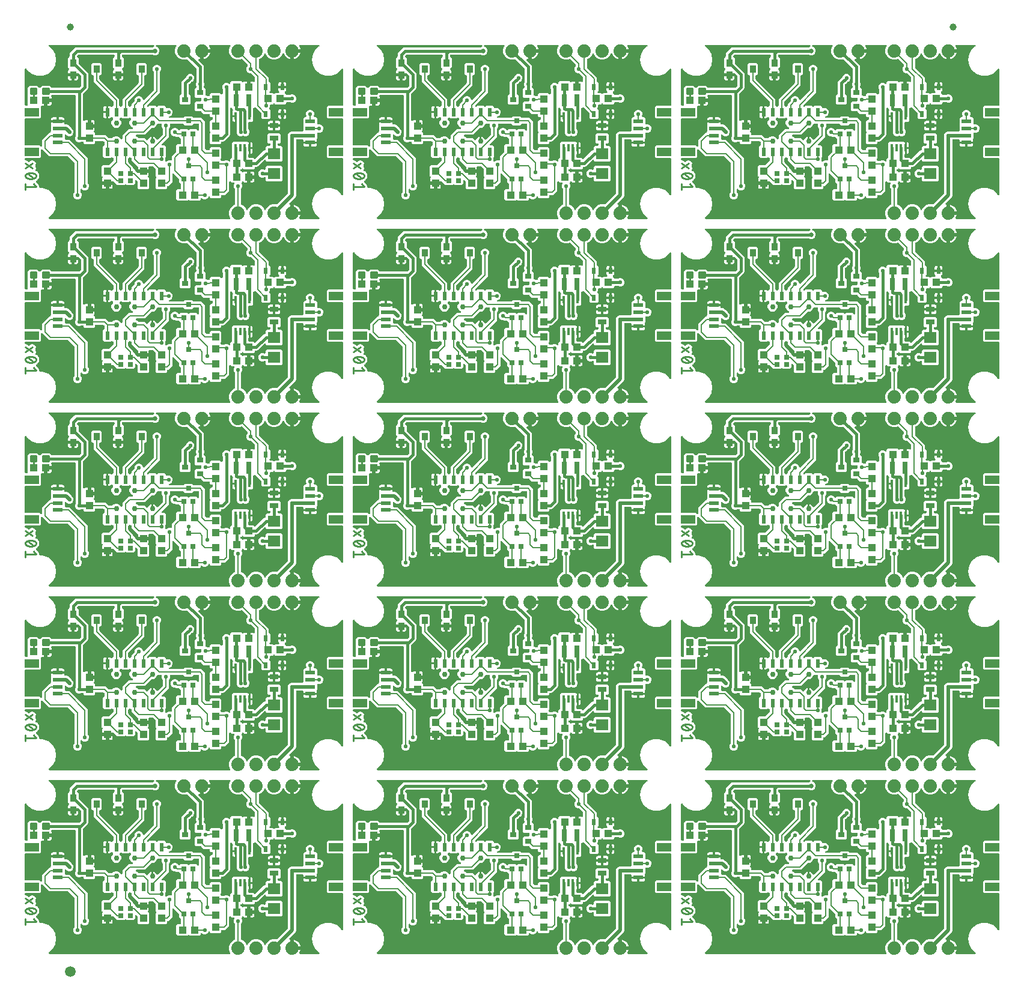
<source format=gtl>
G04 EAGLE Gerber RS-274X export*
G75*
%MOMM*%
%FSLAX34Y34*%
%LPD*%
%INTop Copper*%
%IPPOS*%
%AMOC8*
5,1,8,0,0,1.08239X$1,22.5*%
G01*
%ADD10C,0.279400*%
%ADD11R,1.000000X1.100000*%
%ADD12R,1.100000X1.000000*%
%ADD13R,1.200000X0.800000*%
%ADD14R,2.000000X1.200000*%
%ADD15R,1.350000X0.600000*%
%ADD16C,0.762000*%
%ADD17C,1.879600*%
%ADD18R,0.800000X1.800000*%
%ADD19R,0.700000X0.700000*%
%ADD20R,0.600000X1.200000*%
%ADD21R,0.400000X1.100000*%
%ADD22R,0.750000X0.700000*%
%ADD23R,0.900000X0.800000*%
%ADD24R,1.800000X1.600000*%
%ADD25R,0.630000X0.830000*%
%ADD26R,0.900000X1.000000*%
%ADD27R,0.900000X1.100000*%
%ADD28C,0.300000*%
%ADD29C,1.000000*%
%ADD30C,1.500000*%
%ADD31C,0.554000*%
%ADD32C,0.406400*%
%ADD33C,0.203200*%
%ADD34C,0.508000*%
%ADD35C,0.635000*%
%ADD36C,0.254000*%

G36*
X880582Y522483D02*
X880582Y522483D01*
X880617Y522481D01*
X880739Y522503D01*
X880862Y522519D01*
X880895Y522532D01*
X880930Y522538D01*
X881043Y522590D01*
X881158Y522636D01*
X881186Y522656D01*
X881219Y522671D01*
X881315Y522750D01*
X881415Y522822D01*
X881438Y522850D01*
X881465Y522872D01*
X881539Y522972D01*
X881618Y523067D01*
X881633Y523099D01*
X881654Y523128D01*
X881701Y523243D01*
X881754Y523355D01*
X881760Y523390D01*
X881773Y523423D01*
X881790Y523546D01*
X881813Y523667D01*
X881811Y523703D01*
X881816Y523738D01*
X881801Y523861D01*
X881794Y523985D01*
X881783Y524019D01*
X881778Y524054D01*
X881734Y524169D01*
X881696Y524287D01*
X881677Y524317D01*
X881664Y524350D01*
X881592Y524451D01*
X881525Y524556D01*
X881500Y524580D01*
X881479Y524609D01*
X881362Y524720D01*
X876495Y528804D01*
X872509Y535709D01*
X871125Y543560D01*
X872509Y551411D01*
X876495Y558315D01*
X882602Y563440D01*
X890094Y566167D01*
X898066Y566167D01*
X905558Y563440D01*
X911665Y558316D01*
X912793Y556362D01*
X912881Y556246D01*
X912966Y556128D01*
X912977Y556119D01*
X912985Y556109D01*
X913099Y556018D01*
X913211Y555925D01*
X913224Y555919D01*
X913234Y555911D01*
X913368Y555851D01*
X913499Y555790D01*
X913512Y555787D01*
X913525Y555782D01*
X913669Y555757D01*
X913812Y555730D01*
X913825Y555731D01*
X913838Y555728D01*
X913984Y555741D01*
X914129Y555750D01*
X914142Y555754D01*
X914155Y555755D01*
X914293Y555803D01*
X914431Y555848D01*
X914443Y555855D01*
X914456Y555859D01*
X914577Y555940D01*
X914700Y556018D01*
X914709Y556028D01*
X914721Y556035D01*
X914818Y556143D01*
X914918Y556249D01*
X914925Y556261D01*
X914934Y556271D01*
X915001Y556400D01*
X915072Y556528D01*
X915075Y556541D01*
X915081Y556553D01*
X915115Y556695D01*
X915151Y556836D01*
X915152Y556854D01*
X915154Y556863D01*
X915154Y556880D01*
X915161Y556997D01*
X915161Y606842D01*
X915146Y606960D01*
X915139Y607079D01*
X915126Y607117D01*
X915121Y607158D01*
X915078Y607268D01*
X915041Y607381D01*
X915019Y607416D01*
X915004Y607453D01*
X914935Y607549D01*
X914871Y607650D01*
X914841Y607678D01*
X914818Y607711D01*
X914726Y607787D01*
X914639Y607868D01*
X914604Y607888D01*
X914573Y607913D01*
X914465Y607964D01*
X914361Y608022D01*
X914321Y608032D01*
X914285Y608049D01*
X914168Y608071D01*
X914053Y608101D01*
X913993Y608105D01*
X913973Y608109D01*
X913952Y608107D01*
X913892Y608111D01*
X894167Y608111D01*
X892381Y609897D01*
X892381Y624423D01*
X894167Y626209D01*
X913892Y626209D01*
X914010Y626224D01*
X914129Y626231D01*
X914167Y626244D01*
X914208Y626249D01*
X914318Y626292D01*
X914431Y626329D01*
X914466Y626351D01*
X914503Y626366D01*
X914599Y626435D01*
X914700Y626499D01*
X914728Y626529D01*
X914761Y626552D01*
X914837Y626644D01*
X914918Y626731D01*
X914938Y626766D01*
X914963Y626797D01*
X915014Y626905D01*
X915072Y627009D01*
X915082Y627049D01*
X915099Y627085D01*
X915121Y627202D01*
X915151Y627317D01*
X915155Y627377D01*
X915159Y627397D01*
X915157Y627418D01*
X915161Y627478D01*
X915161Y662842D01*
X915146Y662960D01*
X915139Y663079D01*
X915126Y663117D01*
X915121Y663158D01*
X915078Y663268D01*
X915041Y663381D01*
X915019Y663416D01*
X915004Y663453D01*
X914935Y663549D01*
X914871Y663650D01*
X914841Y663678D01*
X914818Y663711D01*
X914726Y663787D01*
X914639Y663868D01*
X914604Y663888D01*
X914573Y663913D01*
X914465Y663964D01*
X914361Y664022D01*
X914321Y664032D01*
X914285Y664049D01*
X914168Y664071D01*
X914053Y664101D01*
X913993Y664105D01*
X913973Y664109D01*
X913952Y664107D01*
X913892Y664111D01*
X894167Y664111D01*
X892381Y665897D01*
X892381Y680423D01*
X894167Y682209D01*
X913892Y682209D01*
X914010Y682224D01*
X914129Y682231D01*
X914167Y682244D01*
X914208Y682249D01*
X914318Y682292D01*
X914431Y682329D01*
X914466Y682351D01*
X914503Y682366D01*
X914599Y682435D01*
X914700Y682499D01*
X914728Y682529D01*
X914761Y682552D01*
X914837Y682644D01*
X914918Y682731D01*
X914938Y682766D01*
X914963Y682797D01*
X915014Y682905D01*
X915072Y683009D01*
X915082Y683049D01*
X915099Y683085D01*
X915121Y683202D01*
X915151Y683317D01*
X915155Y683377D01*
X915159Y683397D01*
X915157Y683418D01*
X915161Y683478D01*
X915161Y733323D01*
X915143Y733468D01*
X915128Y733613D01*
X915123Y733626D01*
X915121Y733639D01*
X915068Y733774D01*
X915017Y733911D01*
X915009Y733922D01*
X915004Y733935D01*
X914919Y734052D01*
X914836Y734172D01*
X914825Y734181D01*
X914818Y734192D01*
X914706Y734285D01*
X914595Y734380D01*
X914583Y734386D01*
X914573Y734395D01*
X914441Y734457D01*
X914310Y734522D01*
X914297Y734525D01*
X914285Y734530D01*
X914143Y734558D01*
X913999Y734588D01*
X913986Y734588D01*
X913973Y734590D01*
X913828Y734581D01*
X913682Y734575D01*
X913669Y734571D01*
X913655Y734570D01*
X913517Y734526D01*
X913377Y734484D01*
X913365Y734477D01*
X913353Y734472D01*
X913230Y734395D01*
X913105Y734319D01*
X913095Y734309D01*
X913084Y734302D01*
X912984Y734196D01*
X912882Y734092D01*
X912872Y734077D01*
X912866Y734071D01*
X912858Y734056D01*
X912793Y733958D01*
X911665Y732005D01*
X905558Y726880D01*
X898066Y724153D01*
X890094Y724153D01*
X882602Y726880D01*
X876495Y732004D01*
X872509Y738909D01*
X871125Y746760D01*
X872509Y754611D01*
X876495Y761515D01*
X881362Y765600D01*
X881386Y765626D01*
X881415Y765646D01*
X881494Y765742D01*
X881579Y765833D01*
X881595Y765864D01*
X881618Y765891D01*
X881671Y766004D01*
X881730Y766113D01*
X881738Y766147D01*
X881754Y766179D01*
X881777Y766301D01*
X881807Y766421D01*
X881807Y766457D01*
X881813Y766492D01*
X881806Y766615D01*
X881805Y766739D01*
X881796Y766774D01*
X881794Y766809D01*
X881755Y766927D01*
X881724Y767047D01*
X881706Y767078D01*
X881696Y767111D01*
X881629Y767216D01*
X881569Y767325D01*
X881544Y767350D01*
X881525Y767380D01*
X881435Y767465D01*
X881350Y767555D01*
X881320Y767574D01*
X881294Y767598D01*
X881185Y767658D01*
X881080Y767724D01*
X881046Y767735D01*
X881015Y767752D01*
X880895Y767783D01*
X880777Y767820D01*
X880742Y767822D01*
X880707Y767831D01*
X880547Y767841D01*
X854439Y767841D01*
X854399Y767836D01*
X854359Y767839D01*
X854242Y767816D01*
X854123Y767801D01*
X854086Y767787D01*
X854047Y767779D01*
X853939Y767728D01*
X853828Y767684D01*
X853795Y767661D01*
X853759Y767644D01*
X853667Y767568D01*
X853570Y767498D01*
X853545Y767467D01*
X853514Y767441D01*
X853444Y767345D01*
X853367Y767253D01*
X853350Y767216D01*
X853327Y767184D01*
X853283Y767073D01*
X853232Y766965D01*
X853224Y766926D01*
X853210Y766889D01*
X853195Y766770D01*
X853172Y766653D01*
X853175Y766613D01*
X853170Y766573D01*
X853184Y766454D01*
X853192Y766335D01*
X853204Y766297D01*
X853209Y766258D01*
X853253Y766146D01*
X853290Y766033D01*
X853311Y765999D01*
X853326Y765962D01*
X853412Y765826D01*
X853491Y765717D01*
X854344Y764043D01*
X854925Y762256D01*
X854965Y761999D01*
X844550Y761999D01*
X844432Y761984D01*
X844313Y761977D01*
X844275Y761964D01*
X844235Y761959D01*
X844124Y761916D01*
X844011Y761879D01*
X843977Y761857D01*
X843939Y761842D01*
X843843Y761772D01*
X843742Y761709D01*
X843714Y761679D01*
X843682Y761655D01*
X843606Y761564D01*
X843524Y761477D01*
X843505Y761442D01*
X843479Y761411D01*
X843428Y761303D01*
X843371Y761199D01*
X843360Y761159D01*
X843343Y761123D01*
X843321Y761006D01*
X843291Y760891D01*
X843287Y760830D01*
X843283Y760810D01*
X843285Y760790D01*
X843281Y760730D01*
X843281Y759459D01*
X842010Y759459D01*
X841892Y759444D01*
X841773Y759437D01*
X841735Y759424D01*
X841694Y759419D01*
X841584Y759375D01*
X841471Y759339D01*
X841436Y759317D01*
X841399Y759302D01*
X841303Y759232D01*
X841202Y759169D01*
X841174Y759139D01*
X841141Y759115D01*
X841066Y759024D01*
X840984Y758937D01*
X840964Y758902D01*
X840939Y758870D01*
X840888Y758763D01*
X840830Y758658D01*
X840820Y758619D01*
X840803Y758583D01*
X840781Y758466D01*
X840751Y758351D01*
X840747Y758290D01*
X840743Y758270D01*
X840745Y758250D01*
X840741Y758190D01*
X840741Y747775D01*
X840484Y747815D01*
X838697Y748396D01*
X837023Y749249D01*
X835502Y750354D01*
X834174Y751682D01*
X833069Y753203D01*
X832216Y754877D01*
X832065Y755342D01*
X832052Y755369D01*
X832045Y755398D01*
X831985Y755512D01*
X831930Y755630D01*
X831911Y755653D01*
X831897Y755679D01*
X831810Y755775D01*
X831727Y755875D01*
X831703Y755892D01*
X831683Y755914D01*
X831574Y755986D01*
X831470Y756062D01*
X831442Y756073D01*
X831417Y756089D01*
X831294Y756131D01*
X831174Y756179D01*
X831144Y756183D01*
X831116Y756192D01*
X830987Y756203D01*
X830859Y756219D01*
X830829Y756215D01*
X830799Y756218D01*
X830671Y756195D01*
X830543Y756179D01*
X830515Y756168D01*
X830486Y756163D01*
X830368Y756110D01*
X830247Y756062D01*
X830223Y756045D01*
X830196Y756033D01*
X830095Y755952D01*
X829990Y755876D01*
X829971Y755853D01*
X829947Y755834D01*
X829869Y755730D01*
X829787Y755631D01*
X829774Y755604D01*
X829756Y755580D01*
X829685Y755435D01*
X828432Y752410D01*
X824930Y748908D01*
X820356Y747013D01*
X815404Y747013D01*
X810830Y748908D01*
X807328Y752409D01*
X806353Y754765D01*
X806284Y754886D01*
X806219Y755008D01*
X806205Y755023D01*
X806195Y755041D01*
X806098Y755141D01*
X806005Y755244D01*
X805988Y755255D01*
X805974Y755269D01*
X805856Y755342D01*
X805739Y755418D01*
X805720Y755425D01*
X805703Y755436D01*
X805570Y755476D01*
X805438Y755522D01*
X805418Y755523D01*
X805399Y755529D01*
X805260Y755536D01*
X805121Y755547D01*
X805101Y755543D01*
X805081Y755544D01*
X804945Y755516D01*
X804808Y755492D01*
X804789Y755484D01*
X804770Y755480D01*
X804645Y755419D01*
X804518Y755362D01*
X804502Y755349D01*
X804484Y755340D01*
X804378Y755250D01*
X804270Y755163D01*
X804257Y755147D01*
X804242Y755134D01*
X804162Y755020D01*
X804078Y754909D01*
X804066Y754884D01*
X804059Y754874D01*
X804052Y754855D01*
X804007Y754765D01*
X803032Y752410D01*
X799530Y748908D01*
X797328Y747996D01*
X797303Y747981D01*
X797275Y747972D01*
X797165Y747903D01*
X797052Y747838D01*
X797031Y747818D01*
X797006Y747802D01*
X796917Y747708D01*
X796824Y747617D01*
X796808Y747592D01*
X796788Y747570D01*
X796725Y747457D01*
X796657Y747346D01*
X796649Y747318D01*
X796634Y747292D01*
X796602Y747166D01*
X796564Y747042D01*
X796562Y747013D01*
X796555Y746984D01*
X796545Y746823D01*
X796545Y736269D01*
X796557Y736171D01*
X796560Y736072D01*
X796577Y736014D01*
X796585Y735954D01*
X796621Y735862D01*
X796649Y735767D01*
X796679Y735715D01*
X796702Y735658D01*
X796760Y735578D01*
X796810Y735493D01*
X796876Y735417D01*
X796888Y735401D01*
X796898Y735393D01*
X796916Y735372D01*
X810515Y721774D01*
X810515Y716663D01*
X810527Y716564D01*
X810530Y716465D01*
X810537Y716443D01*
X810537Y716437D01*
X810547Y716406D01*
X810555Y716347D01*
X810591Y716255D01*
X810619Y716160D01*
X810649Y716108D01*
X810672Y716051D01*
X810730Y715971D01*
X810780Y715886D01*
X810846Y715811D01*
X810858Y715794D01*
X810868Y715786D01*
X810886Y715765D01*
X812579Y714073D01*
X812579Y703247D01*
X811697Y702365D01*
X811612Y702256D01*
X811523Y702149D01*
X811514Y702130D01*
X811502Y702114D01*
X811447Y701987D01*
X811388Y701861D01*
X811384Y701841D01*
X811376Y701822D01*
X811354Y701684D01*
X811328Y701548D01*
X811329Y701528D01*
X811326Y701508D01*
X811339Y701369D01*
X811348Y701231D01*
X811354Y701212D01*
X811356Y701192D01*
X811403Y701060D01*
X811446Y700929D01*
X811456Y700911D01*
X811463Y700892D01*
X811541Y700777D01*
X811616Y700660D01*
X811631Y700646D01*
X811642Y700629D01*
X811746Y700537D01*
X811847Y700442D01*
X811865Y700432D01*
X811880Y700419D01*
X812004Y700356D01*
X812126Y700288D01*
X812145Y700283D01*
X812164Y700274D01*
X812299Y700244D01*
X812434Y700209D01*
X812462Y700207D01*
X812474Y700204D01*
X812494Y700205D01*
X812595Y700199D01*
X816143Y700199D01*
X816982Y699359D01*
X817076Y699286D01*
X817166Y699207D01*
X817202Y699189D01*
X817234Y699164D01*
X817343Y699117D01*
X817449Y699063D01*
X817488Y699054D01*
X817526Y699038D01*
X817643Y699019D01*
X817759Y698993D01*
X817800Y698994D01*
X817840Y698988D01*
X817958Y698999D01*
X818077Y699003D01*
X818116Y699014D01*
X818156Y699018D01*
X818269Y699058D01*
X818383Y699091D01*
X818417Y699112D01*
X818456Y699125D01*
X818554Y699192D01*
X818657Y699253D01*
X818702Y699293D01*
X818719Y699304D01*
X818732Y699319D01*
X818777Y699359D01*
X819617Y700199D01*
X823884Y700199D01*
X824022Y700216D01*
X824160Y700229D01*
X824179Y700236D01*
X824199Y700239D01*
X824329Y700290D01*
X824460Y700337D01*
X824476Y700348D01*
X824495Y700356D01*
X824608Y700437D01*
X824723Y700515D01*
X824736Y700531D01*
X824752Y700542D01*
X824841Y700650D01*
X824933Y700754D01*
X824942Y700772D01*
X824955Y700787D01*
X825015Y700913D01*
X825078Y701037D01*
X825082Y701057D01*
X825091Y701075D01*
X825117Y701212D01*
X825147Y701347D01*
X825147Y701368D01*
X825151Y701387D01*
X825142Y701526D01*
X825138Y701665D01*
X825132Y701685D01*
X825131Y701705D01*
X825088Y701837D01*
X825049Y701971D01*
X825039Y701988D01*
X825033Y702007D01*
X824959Y702125D01*
X824888Y702245D01*
X824869Y702266D01*
X824863Y702276D01*
X824848Y702290D01*
X824781Y702365D01*
X824197Y702950D01*
X823862Y703529D01*
X823689Y704176D01*
X823689Y707086D01*
X829075Y707086D01*
X829193Y707101D01*
X829312Y707108D01*
X829350Y707120D01*
X829390Y707126D01*
X829397Y707128D01*
X829409Y707126D01*
X829525Y707096D01*
X829585Y707092D01*
X829605Y707088D01*
X829625Y707090D01*
X829685Y707086D01*
X835071Y707086D01*
X835071Y704176D01*
X834898Y703529D01*
X834563Y702950D01*
X834090Y702477D01*
X833478Y702123D01*
X833377Y702047D01*
X833274Y701977D01*
X833251Y701952D01*
X833224Y701931D01*
X833146Y701833D01*
X833063Y701738D01*
X833048Y701708D01*
X833027Y701682D01*
X832976Y701567D01*
X832918Y701455D01*
X832911Y701422D01*
X832897Y701391D01*
X832876Y701267D01*
X832849Y701145D01*
X832850Y701111D01*
X832844Y701078D01*
X832855Y700953D01*
X832858Y700827D01*
X832868Y700795D01*
X832871Y700761D01*
X832912Y700642D01*
X832947Y700521D01*
X832964Y700492D01*
X832975Y700461D01*
X833045Y700356D01*
X833108Y700248D01*
X833141Y700211D01*
X833151Y700196D01*
X833167Y700181D01*
X833215Y700127D01*
X834941Y698400D01*
X834944Y698382D01*
X834951Y698263D01*
X834964Y698225D01*
X834969Y698184D01*
X835012Y698074D01*
X835049Y697961D01*
X835071Y697926D01*
X835086Y697889D01*
X835155Y697793D01*
X835219Y697692D01*
X835249Y697664D01*
X835272Y697631D01*
X835364Y697555D01*
X835451Y697474D01*
X835486Y697454D01*
X835517Y697429D01*
X835625Y697378D01*
X835729Y697320D01*
X835769Y697310D01*
X835805Y697293D01*
X835922Y697271D01*
X836037Y697241D01*
X836097Y697237D01*
X836117Y697233D01*
X836138Y697235D01*
X836198Y697231D01*
X840088Y697231D01*
X840098Y697232D01*
X840107Y697231D01*
X840256Y697252D01*
X840404Y697271D01*
X840413Y697274D01*
X840422Y697275D01*
X840574Y697327D01*
X842123Y697969D01*
X844437Y697969D01*
X846576Y697083D01*
X848213Y695446D01*
X849099Y693307D01*
X849099Y690993D01*
X848213Y688854D01*
X846576Y687217D01*
X844437Y686331D01*
X842123Y686331D01*
X840574Y686973D01*
X840565Y686975D01*
X840557Y686980D01*
X840412Y687017D01*
X840267Y687057D01*
X840258Y687057D01*
X840249Y687059D01*
X840088Y687069D01*
X836198Y687069D01*
X836080Y687054D01*
X835961Y687047D01*
X835923Y687034D01*
X835882Y687029D01*
X835772Y686986D01*
X835659Y686949D01*
X835624Y686927D01*
X835587Y686912D01*
X835491Y686843D01*
X835390Y686779D01*
X835362Y686749D01*
X835329Y686726D01*
X835253Y686634D01*
X835172Y686547D01*
X835152Y686512D01*
X835127Y686481D01*
X835076Y686373D01*
X835018Y686269D01*
X835008Y686229D01*
X834991Y686193D01*
X834969Y686076D01*
X834939Y685961D01*
X834935Y685901D01*
X834933Y685892D01*
X833143Y684101D01*
X819617Y684101D01*
X818777Y684941D01*
X818683Y685014D01*
X818594Y685093D01*
X818558Y685111D01*
X818526Y685136D01*
X818417Y685183D01*
X818311Y685237D01*
X818272Y685246D01*
X818234Y685262D01*
X818117Y685281D01*
X818001Y685307D01*
X817960Y685306D01*
X817920Y685312D01*
X817802Y685301D01*
X817683Y685297D01*
X817644Y685286D01*
X817604Y685282D01*
X817492Y685242D01*
X817377Y685209D01*
X817342Y685188D01*
X817304Y685175D01*
X817206Y685108D01*
X817103Y685047D01*
X817058Y685008D01*
X817041Y684996D01*
X817028Y684981D01*
X816982Y684941D01*
X816143Y684101D01*
X813538Y684101D01*
X813420Y684086D01*
X813301Y684079D01*
X813263Y684066D01*
X813222Y684061D01*
X813112Y684018D01*
X812999Y683981D01*
X812964Y683959D01*
X812927Y683944D01*
X812831Y683875D01*
X812730Y683811D01*
X812702Y683781D01*
X812669Y683758D01*
X812593Y683666D01*
X812512Y683579D01*
X812492Y683544D01*
X812467Y683513D01*
X812416Y683405D01*
X812358Y683301D01*
X812348Y683261D01*
X812331Y683225D01*
X812309Y683108D01*
X812279Y682993D01*
X812275Y682933D01*
X812271Y682913D01*
X812273Y682892D01*
X812269Y682832D01*
X812269Y680833D01*
X811349Y678613D01*
X811348Y678610D01*
X811323Y678578D01*
X811276Y678468D01*
X811221Y678362D01*
X811213Y678323D01*
X811197Y678286D01*
X811178Y678168D01*
X811152Y678052D01*
X811153Y678012D01*
X811147Y677972D01*
X811158Y677853D01*
X811161Y677734D01*
X811173Y677695D01*
X811176Y677655D01*
X811217Y677543D01*
X811250Y677429D01*
X811270Y677394D01*
X811284Y677356D01*
X811351Y677257D01*
X811411Y677155D01*
X811451Y677110D01*
X811462Y677093D01*
X811478Y677079D01*
X811518Y677034D01*
X812579Y675973D01*
X812579Y665147D01*
X810793Y663361D01*
X801967Y663361D01*
X800181Y665147D01*
X800181Y670485D01*
X800169Y670583D01*
X800166Y670682D01*
X800149Y670740D01*
X800141Y670800D01*
X800105Y670892D01*
X800077Y670987D01*
X800047Y671039D01*
X800024Y671096D01*
X799966Y671176D01*
X799916Y671261D01*
X799850Y671337D01*
X799838Y671353D01*
X799828Y671361D01*
X799810Y671382D01*
X793708Y677484D01*
X791559Y679633D01*
X791465Y679706D01*
X791376Y679784D01*
X791340Y679803D01*
X791308Y679827D01*
X791198Y679875D01*
X791093Y679929D01*
X791053Y679938D01*
X791016Y679954D01*
X790898Y679973D01*
X790782Y679999D01*
X790742Y679997D01*
X790702Y680004D01*
X790583Y679993D01*
X790464Y679989D01*
X790426Y679978D01*
X790385Y679974D01*
X790273Y679934D01*
X790159Y679900D01*
X790124Y679880D01*
X790086Y679866D01*
X789987Y679799D01*
X789885Y679739D01*
X789840Y679699D01*
X789823Y679688D01*
X789809Y679672D01*
X789764Y679633D01*
X788632Y678501D01*
X788572Y678423D01*
X788504Y678351D01*
X788475Y678298D01*
X788438Y678250D01*
X788398Y678159D01*
X788350Y678072D01*
X788335Y678013D01*
X788311Y677958D01*
X788296Y677860D01*
X788271Y677764D01*
X788265Y677664D01*
X788261Y677644D01*
X788263Y677631D01*
X788261Y677603D01*
X788261Y666569D01*
X788241Y666499D01*
X788241Y666489D01*
X788239Y666480D01*
X788229Y666320D01*
X788229Y660897D01*
X786443Y659111D01*
X783030Y659111D01*
X782912Y659096D01*
X782793Y659089D01*
X782755Y659076D01*
X782714Y659071D01*
X782604Y659028D01*
X782491Y658991D01*
X782456Y658969D01*
X782419Y658954D01*
X782323Y658885D01*
X782222Y658821D01*
X782194Y658791D01*
X782161Y658768D01*
X782085Y658676D01*
X782004Y658589D01*
X781984Y658554D01*
X781959Y658523D01*
X781908Y658415D01*
X781850Y658311D01*
X781840Y658271D01*
X781823Y658235D01*
X781801Y658118D01*
X781771Y658003D01*
X781767Y657943D01*
X781763Y657923D01*
X781765Y657902D01*
X781761Y657842D01*
X781761Y649394D01*
X781773Y649296D01*
X781776Y649197D01*
X781783Y649174D01*
X781783Y649167D01*
X781793Y649135D01*
X781801Y649078D01*
X781837Y648986D01*
X781865Y648891D01*
X781895Y648839D01*
X781918Y648783D01*
X781976Y648703D01*
X782026Y648617D01*
X782092Y648542D01*
X782104Y648525D01*
X782114Y648518D01*
X782132Y648496D01*
X782173Y648456D01*
X783059Y646317D01*
X783059Y644003D01*
X782173Y641864D01*
X780536Y640227D01*
X778397Y639341D01*
X776083Y639341D01*
X774551Y639976D01*
X774455Y640002D01*
X774363Y640037D01*
X774302Y640044D01*
X774244Y640060D01*
X774145Y640061D01*
X774047Y640072D01*
X773987Y640064D01*
X773926Y640065D01*
X773830Y640042D01*
X773732Y640028D01*
X773637Y639995D01*
X773617Y639991D01*
X773606Y639985D01*
X773579Y639976D01*
X772047Y639341D01*
X769733Y639341D01*
X767594Y640227D01*
X765957Y641864D01*
X765071Y644003D01*
X765071Y646403D01*
X765087Y646458D01*
X765087Y646468D01*
X765089Y646477D01*
X765099Y646637D01*
X765099Y658350D01*
X765084Y658468D01*
X765077Y658587D01*
X765064Y658625D01*
X765059Y658666D01*
X765016Y658776D01*
X764979Y658889D01*
X764957Y658924D01*
X764949Y658944D01*
X764949Y667660D01*
X764934Y667778D01*
X764927Y667897D01*
X764915Y667935D01*
X764910Y667975D01*
X764866Y668086D01*
X764829Y668199D01*
X764807Y668233D01*
X764793Y668271D01*
X764723Y668367D01*
X764659Y668468D01*
X764658Y668468D01*
X764629Y668496D01*
X764606Y668528D01*
X764605Y668529D01*
X764513Y668605D01*
X764427Y668686D01*
X764391Y668706D01*
X764360Y668732D01*
X764253Y668782D01*
X764148Y668840D01*
X764109Y668850D01*
X764073Y668867D01*
X763956Y668889D01*
X763840Y668919D01*
X763780Y668923D01*
X763760Y668927D01*
X763740Y668926D01*
X763680Y668929D01*
X759139Y668929D01*
X759139Y673494D01*
X759312Y674141D01*
X759680Y674777D01*
X759702Y674808D01*
X759781Y674910D01*
X759793Y674938D01*
X759810Y674962D01*
X759856Y675083D01*
X759908Y675202D01*
X759912Y675232D01*
X759923Y675259D01*
X759937Y675388D01*
X759957Y675516D01*
X759955Y675546D01*
X759958Y675575D01*
X759940Y675704D01*
X759928Y675833D01*
X759918Y675861D01*
X759914Y675890D01*
X759862Y676043D01*
X759375Y677217D01*
X759371Y677225D01*
X759368Y677234D01*
X759291Y677363D01*
X759218Y677493D01*
X759211Y677499D01*
X759207Y677507D01*
X759100Y677628D01*
X757817Y678911D01*
X757708Y678996D01*
X757601Y679085D01*
X757582Y679093D01*
X757566Y679106D01*
X757438Y679161D01*
X757313Y679220D01*
X757293Y679224D01*
X757274Y679232D01*
X757136Y679254D01*
X757000Y679280D01*
X756980Y679279D01*
X756960Y679282D01*
X756821Y679269D01*
X756683Y679260D01*
X756664Y679254D01*
X756644Y679252D01*
X756512Y679205D01*
X756381Y679162D01*
X756363Y679152D01*
X756344Y679145D01*
X756229Y679067D01*
X756112Y678992D01*
X756098Y678977D01*
X756081Y678966D01*
X755989Y678862D01*
X755894Y678761D01*
X755884Y678743D01*
X755871Y678728D01*
X755807Y678604D01*
X755740Y678482D01*
X755735Y678463D01*
X755726Y678444D01*
X755696Y678309D01*
X755661Y678174D01*
X755659Y678146D01*
X755656Y678134D01*
X755657Y678114D01*
X755651Y678013D01*
X755651Y641609D01*
X754877Y639742D01*
X747488Y632353D01*
X745621Y631579D01*
X744648Y631579D01*
X744530Y631564D01*
X744411Y631557D01*
X744373Y631544D01*
X744332Y631539D01*
X744222Y631496D01*
X744109Y631459D01*
X744074Y631437D01*
X744037Y631422D01*
X743941Y631353D01*
X743840Y631289D01*
X743812Y631259D01*
X743779Y631236D01*
X743703Y631144D01*
X743622Y631057D01*
X743602Y631022D01*
X743577Y630991D01*
X743526Y630883D01*
X743468Y630779D01*
X743458Y630739D01*
X743441Y630703D01*
X743419Y630586D01*
X743389Y630471D01*
X743385Y630411D01*
X743381Y630391D01*
X743383Y630370D01*
X743379Y630310D01*
X743379Y629897D01*
X741593Y628111D01*
X729067Y628111D01*
X727281Y629897D01*
X727281Y643423D01*
X728121Y644263D01*
X728194Y644357D01*
X728273Y644446D01*
X728291Y644482D01*
X728316Y644514D01*
X728363Y644623D01*
X728417Y644729D01*
X728426Y644768D01*
X728442Y644806D01*
X728461Y644923D01*
X728487Y645039D01*
X728486Y645080D01*
X728492Y645120D01*
X728481Y645238D01*
X728477Y645357D01*
X728466Y645396D01*
X728462Y645436D01*
X728422Y645548D01*
X728389Y645663D01*
X728368Y645698D01*
X728355Y645736D01*
X728288Y645834D01*
X728227Y645937D01*
X728188Y645982D01*
X728176Y645999D01*
X728161Y646012D01*
X728121Y646058D01*
X727281Y646897D01*
X727281Y660423D01*
X729067Y662209D01*
X729996Y662209D01*
X730114Y662224D01*
X730233Y662231D01*
X730271Y662244D01*
X730312Y662249D01*
X730422Y662292D01*
X730535Y662329D01*
X730570Y662351D01*
X730607Y662366D01*
X730703Y662435D01*
X730804Y662499D01*
X730832Y662529D01*
X730865Y662552D01*
X730941Y662644D01*
X731022Y662731D01*
X731042Y662766D01*
X731067Y662797D01*
X731118Y662905D01*
X731176Y663009D01*
X731186Y663049D01*
X731203Y663085D01*
X731225Y663202D01*
X731255Y663317D01*
X731259Y663377D01*
X731263Y663397D01*
X731261Y663418D01*
X731265Y663478D01*
X731265Y664942D01*
X731250Y665060D01*
X731243Y665179D01*
X731230Y665217D01*
X731225Y665258D01*
X731182Y665368D01*
X731145Y665481D01*
X731123Y665516D01*
X731108Y665553D01*
X731039Y665649D01*
X730975Y665750D01*
X730945Y665778D01*
X730922Y665811D01*
X730830Y665887D01*
X730743Y665968D01*
X730708Y665988D01*
X730677Y666013D01*
X730569Y666064D01*
X730465Y666122D01*
X730425Y666132D01*
X730389Y666149D01*
X730272Y666171D01*
X730157Y666201D01*
X730097Y666205D01*
X730077Y666209D01*
X730056Y666207D01*
X729996Y666211D01*
X729067Y666211D01*
X727281Y667997D01*
X727281Y669426D01*
X727266Y669544D01*
X727259Y669663D01*
X727246Y669701D01*
X727241Y669742D01*
X727198Y669852D01*
X727161Y669965D01*
X727139Y670000D01*
X727124Y670037D01*
X727055Y670133D01*
X726991Y670234D01*
X726961Y670262D01*
X726938Y670295D01*
X726846Y670371D01*
X726759Y670452D01*
X726724Y670472D01*
X726693Y670497D01*
X726585Y670548D01*
X726481Y670606D01*
X726441Y670616D01*
X726405Y670633D01*
X726288Y670655D01*
X726173Y670685D01*
X726113Y670689D01*
X726093Y670693D01*
X726072Y670691D01*
X726012Y670695D01*
X718516Y670695D01*
X715764Y673448D01*
X715252Y673960D01*
X715174Y674020D01*
X715102Y674088D01*
X715049Y674117D01*
X715001Y674154D01*
X714910Y674194D01*
X714823Y674242D01*
X714765Y674257D01*
X714709Y674281D01*
X714611Y674296D01*
X714515Y674321D01*
X714415Y674327D01*
X714395Y674331D01*
X714383Y674329D01*
X714355Y674331D01*
X707817Y674331D01*
X706031Y676117D01*
X706031Y686643D01*
X707817Y688429D01*
X714272Y688429D01*
X714390Y688444D01*
X714509Y688451D01*
X714547Y688464D01*
X714588Y688469D01*
X714698Y688512D01*
X714811Y688549D01*
X714846Y688571D01*
X714883Y688586D01*
X714979Y688655D01*
X715080Y688719D01*
X715108Y688749D01*
X715141Y688772D01*
X715217Y688864D01*
X715298Y688951D01*
X715318Y688986D01*
X715343Y689017D01*
X715394Y689125D01*
X715452Y689229D01*
X715462Y689269D01*
X715479Y689305D01*
X715501Y689422D01*
X715531Y689537D01*
X715535Y689597D01*
X715539Y689617D01*
X715537Y689638D01*
X715541Y689698D01*
X715541Y692062D01*
X715526Y692180D01*
X715519Y692299D01*
X715506Y692337D01*
X715501Y692378D01*
X715458Y692488D01*
X715421Y692601D01*
X715399Y692636D01*
X715384Y692673D01*
X715315Y692769D01*
X715251Y692870D01*
X715221Y692898D01*
X715198Y692931D01*
X715106Y693007D01*
X715019Y693088D01*
X714984Y693108D01*
X714953Y693133D01*
X714845Y693184D01*
X714741Y693242D01*
X714701Y693252D01*
X714665Y693269D01*
X714548Y693291D01*
X714433Y693321D01*
X714373Y693325D01*
X714353Y693329D01*
X714332Y693327D01*
X714272Y693331D01*
X707817Y693331D01*
X706031Y695117D01*
X706031Y705643D01*
X708128Y707739D01*
X708188Y707817D01*
X708256Y707889D01*
X708285Y707942D01*
X708322Y707990D01*
X708362Y708081D01*
X708410Y708168D01*
X708425Y708227D01*
X708449Y708282D01*
X708464Y708380D01*
X708489Y708476D01*
X708495Y708576D01*
X708499Y708596D01*
X708497Y708609D01*
X708499Y708637D01*
X708499Y709278D01*
X708498Y709288D01*
X708499Y709297D01*
X708478Y709446D01*
X708459Y709594D01*
X708456Y709603D01*
X708455Y709612D01*
X708403Y709764D01*
X707761Y711313D01*
X707761Y713627D01*
X708403Y715176D01*
X708405Y715185D01*
X708410Y715193D01*
X708447Y715338D01*
X708487Y715483D01*
X708487Y715492D01*
X708489Y715501D01*
X708499Y715662D01*
X708499Y734130D01*
X708487Y734228D01*
X708484Y734327D01*
X708467Y734385D01*
X708459Y734445D01*
X708423Y734537D01*
X708395Y734632D01*
X708365Y734685D01*
X708342Y734741D01*
X708284Y734821D01*
X708234Y734906D01*
X708168Y734982D01*
X708156Y734998D01*
X708146Y735006D01*
X708128Y735027D01*
X695925Y747230D01*
X695902Y747248D01*
X695883Y747270D01*
X695777Y747345D01*
X695674Y747424D01*
X695647Y747436D01*
X695623Y747453D01*
X695501Y747499D01*
X695382Y747551D01*
X695353Y747555D01*
X695325Y747566D01*
X695196Y747580D01*
X695068Y747601D01*
X695039Y747598D01*
X695009Y747601D01*
X694881Y747583D01*
X694751Y747571D01*
X694724Y747561D01*
X694694Y747557D01*
X694542Y747505D01*
X693356Y747013D01*
X688404Y747013D01*
X683830Y748908D01*
X680328Y752410D01*
X678433Y756984D01*
X678433Y761936D01*
X680152Y766086D01*
X680166Y766134D01*
X680187Y766179D01*
X680207Y766287D01*
X680236Y766393D01*
X680237Y766443D01*
X680247Y766492D01*
X680240Y766601D01*
X680241Y766711D01*
X680230Y766759D01*
X680227Y766809D01*
X680193Y766913D01*
X680167Y767020D01*
X680144Y767064D01*
X680129Y767111D01*
X680070Y767204D01*
X680019Y767301D01*
X679985Y767338D01*
X679959Y767380D01*
X679878Y767455D01*
X679805Y767537D01*
X679763Y767564D01*
X679727Y767598D01*
X679631Y767651D01*
X679539Y767711D01*
X679492Y767728D01*
X679448Y767752D01*
X679342Y767779D01*
X679238Y767815D01*
X679189Y767819D01*
X679141Y767831D01*
X678980Y767841D01*
X652650Y767841D01*
X652581Y767833D01*
X652511Y767834D01*
X652424Y767813D01*
X652335Y767801D01*
X652270Y767776D01*
X652202Y767759D01*
X652122Y767717D01*
X652039Y767684D01*
X651983Y767643D01*
X651921Y767611D01*
X651854Y767550D01*
X651782Y767498D01*
X651737Y767444D01*
X651685Y767397D01*
X651636Y767322D01*
X651579Y767253D01*
X651549Y767189D01*
X651511Y767131D01*
X651481Y767046D01*
X651443Y766965D01*
X651430Y766896D01*
X651407Y766830D01*
X651400Y766741D01*
X651383Y766653D01*
X651388Y766583D01*
X651382Y766513D01*
X651398Y766425D01*
X651403Y766335D01*
X651425Y766269D01*
X651437Y766200D01*
X651474Y766118D01*
X651501Y766033D01*
X651539Y765974D01*
X651567Y765910D01*
X651623Y765840D01*
X651671Y765764D01*
X651722Y765716D01*
X651766Y765662D01*
X651838Y765607D01*
X651903Y765546D01*
X651964Y765512D01*
X652020Y765470D01*
X652164Y765399D01*
X653765Y764736D01*
X655516Y762985D01*
X656464Y760698D01*
X656464Y758222D01*
X655516Y755935D01*
X653765Y754184D01*
X651478Y753236D01*
X649002Y753236D01*
X646481Y754280D01*
X646476Y754282D01*
X646462Y754290D01*
X646403Y754305D01*
X646348Y754329D01*
X646250Y754344D01*
X646212Y754354D01*
X646175Y754364D01*
X646172Y754364D01*
X646154Y754369D01*
X646054Y754375D01*
X646034Y754379D01*
X646021Y754377D01*
X645993Y754379D01*
X604610Y754379D01*
X604512Y754367D01*
X604413Y754364D01*
X604355Y754347D01*
X604295Y754339D01*
X604203Y754303D01*
X604108Y754275D01*
X604055Y754245D01*
X603999Y754222D01*
X603919Y754164D01*
X603834Y754114D01*
X603758Y754048D01*
X603742Y754036D01*
X603734Y754026D01*
X603713Y754008D01*
X603632Y753927D01*
X603572Y753849D01*
X603504Y753777D01*
X603475Y753724D01*
X603438Y753676D01*
X603398Y753585D01*
X603350Y753498D01*
X603335Y753440D01*
X603311Y753384D01*
X603296Y753286D01*
X603271Y753190D01*
X603265Y753090D01*
X603261Y753070D01*
X603263Y753058D01*
X603261Y753030D01*
X603261Y751817D01*
X603273Y751718D01*
X603276Y751619D01*
X603293Y751561D01*
X603301Y751501D01*
X603337Y751409D01*
X603365Y751314D01*
X603395Y751262D01*
X603418Y751205D01*
X603476Y751125D01*
X603526Y751040D01*
X603592Y750965D01*
X603604Y750948D01*
X603614Y750940D01*
X603632Y750919D01*
X605729Y748823D01*
X605729Y736297D01*
X604005Y734574D01*
X603928Y734474D01*
X603846Y734379D01*
X603831Y734349D01*
X603810Y734322D01*
X603760Y734207D01*
X603704Y734094D01*
X603697Y734061D01*
X603684Y734030D01*
X603664Y733906D01*
X603638Y733783D01*
X603639Y733750D01*
X603634Y733716D01*
X603646Y733591D01*
X603651Y733466D01*
X603661Y733433D01*
X603664Y733400D01*
X603706Y733281D01*
X603743Y733161D01*
X603760Y733132D01*
X603771Y733100D01*
X603842Y732997D01*
X603907Y732889D01*
X603931Y732865D01*
X603950Y732837D01*
X604044Y732754D01*
X604134Y732666D01*
X604175Y732639D01*
X604188Y732627D01*
X604208Y732617D01*
X604233Y732600D01*
X604713Y732120D01*
X605048Y731541D01*
X605221Y730894D01*
X605221Y727809D01*
X599160Y727809D01*
X599042Y727794D01*
X598923Y727787D01*
X598885Y727774D01*
X598845Y727769D01*
X598734Y727726D01*
X598621Y727689D01*
X598587Y727667D01*
X598549Y727652D01*
X598453Y727583D01*
X598352Y727519D01*
X598324Y727489D01*
X598292Y727466D01*
X598216Y727374D01*
X598184Y727340D01*
X598179Y727348D01*
X598149Y727376D01*
X598125Y727409D01*
X598034Y727485D01*
X597947Y727566D01*
X597912Y727586D01*
X597880Y727611D01*
X597773Y727662D01*
X597668Y727720D01*
X597629Y727730D01*
X597593Y727747D01*
X597476Y727769D01*
X597360Y727799D01*
X597300Y727803D01*
X597280Y727807D01*
X597260Y727805D01*
X597200Y727809D01*
X591139Y727809D01*
X591139Y730894D01*
X591312Y731541D01*
X591647Y732120D01*
X592141Y732614D01*
X592192Y732653D01*
X592296Y732723D01*
X592318Y732749D01*
X592345Y732769D01*
X592423Y732868D01*
X592507Y732962D01*
X592522Y732992D01*
X592543Y733018D01*
X592594Y733133D01*
X592651Y733245D01*
X592659Y733278D01*
X592672Y733309D01*
X592693Y733433D01*
X592721Y733555D01*
X592720Y733589D01*
X592725Y733622D01*
X592715Y733748D01*
X592711Y733873D01*
X592702Y733906D01*
X592699Y733939D01*
X592658Y734058D01*
X592623Y734179D01*
X592606Y734208D01*
X592595Y734240D01*
X592525Y734344D01*
X592461Y734453D01*
X592429Y734489D01*
X592419Y734505D01*
X592403Y734519D01*
X592355Y734574D01*
X590631Y736297D01*
X590631Y748823D01*
X592728Y750919D01*
X592788Y750997D01*
X592856Y751069D01*
X592885Y751122D01*
X592922Y751170D01*
X592962Y751261D01*
X593010Y751348D01*
X593025Y751407D01*
X593049Y751462D01*
X593064Y751560D01*
X593089Y751656D01*
X593095Y751756D01*
X593099Y751776D01*
X593097Y751789D01*
X593099Y751817D01*
X593099Y753110D01*
X593084Y753228D01*
X593077Y753347D01*
X593064Y753385D01*
X593059Y753426D01*
X593016Y753536D01*
X592979Y753649D01*
X592957Y753684D01*
X592942Y753721D01*
X592873Y753817D01*
X592809Y753918D01*
X592779Y753946D01*
X592756Y753979D01*
X592664Y754055D01*
X592577Y754136D01*
X592542Y754156D01*
X592511Y754181D01*
X592403Y754232D01*
X592299Y754290D01*
X592259Y754300D01*
X592223Y754317D01*
X592106Y754339D01*
X591991Y754369D01*
X591931Y754373D01*
X591911Y754377D01*
X591890Y754375D01*
X591830Y754379D01*
X542380Y754379D01*
X542282Y754367D01*
X542183Y754364D01*
X542125Y754347D01*
X542065Y754339D01*
X541973Y754303D01*
X541878Y754275D01*
X541825Y754245D01*
X541769Y754222D01*
X541689Y754164D01*
X541604Y754114D01*
X541528Y754048D01*
X541512Y754036D01*
X541504Y754026D01*
X541483Y754008D01*
X540161Y752686D01*
X540088Y752591D01*
X540009Y752502D01*
X539991Y752466D01*
X539966Y752434D01*
X539919Y752325D01*
X539865Y752219D01*
X539856Y752180D01*
X539840Y752143D01*
X539821Y752025D01*
X539795Y751909D01*
X539796Y751868D01*
X539790Y751828D01*
X539801Y751710D01*
X539805Y751591D01*
X539816Y751552D01*
X539820Y751512D01*
X539860Y751400D01*
X539893Y751285D01*
X539913Y751251D01*
X539927Y751213D01*
X539994Y751114D01*
X540055Y751011D01*
X540094Y750966D01*
X540106Y750949D01*
X540121Y750936D01*
X540161Y750891D01*
X542229Y748823D01*
X542229Y742722D01*
X542241Y742624D01*
X542244Y742525D01*
X542261Y742467D01*
X542269Y742407D01*
X542305Y742315D01*
X542333Y742220D01*
X542363Y742167D01*
X542386Y742111D01*
X542444Y742031D01*
X542494Y741946D01*
X542560Y741870D01*
X542572Y741854D01*
X542582Y741846D01*
X542600Y741825D01*
X555487Y728938D01*
X556261Y727071D01*
X556261Y707649D01*
X555487Y705782D01*
X549012Y699307D01*
X548952Y699229D01*
X548884Y699157D01*
X548855Y699104D01*
X548818Y699056D01*
X548778Y698965D01*
X548730Y698878D01*
X548715Y698820D01*
X548691Y698764D01*
X548676Y698666D01*
X548651Y698570D01*
X548645Y698470D01*
X548641Y698450D01*
X548643Y698438D01*
X548641Y698410D01*
X548641Y661928D01*
X548658Y661790D01*
X548671Y661652D01*
X548678Y661633D01*
X548681Y661613D01*
X548732Y661483D01*
X548779Y661352D01*
X548790Y661336D01*
X548798Y661317D01*
X548879Y661204D01*
X548957Y661089D01*
X548973Y661076D01*
X548984Y661060D01*
X549092Y660971D01*
X549196Y660879D01*
X549214Y660870D01*
X549229Y660857D01*
X549355Y660798D01*
X549479Y660734D01*
X549499Y660730D01*
X549517Y660721D01*
X549653Y660695D01*
X549789Y660665D01*
X549810Y660665D01*
X549829Y660661D01*
X549968Y660670D01*
X550107Y660674D01*
X550127Y660680D01*
X550147Y660681D01*
X550279Y660724D01*
X550413Y660763D01*
X550430Y660773D01*
X550449Y660779D01*
X550567Y660854D01*
X550687Y660924D01*
X550708Y660943D01*
X550718Y660949D01*
X550732Y660964D01*
X550808Y661031D01*
X550970Y661193D01*
X551549Y661528D01*
X552196Y661701D01*
X555031Y661701D01*
X555031Y654890D01*
X555046Y654772D01*
X555053Y654653D01*
X555065Y654615D01*
X555071Y654575D01*
X555114Y654464D01*
X555151Y654351D01*
X555173Y654317D01*
X555188Y654279D01*
X555257Y654183D01*
X555321Y654082D01*
X555351Y654054D01*
X555374Y654022D01*
X555466Y653946D01*
X555553Y653864D01*
X555588Y653845D01*
X555619Y653819D01*
X555727Y653768D01*
X555831Y653711D01*
X555871Y653701D01*
X555907Y653683D01*
X556024Y653661D01*
X556139Y653631D01*
X556199Y653627D01*
X556219Y653624D01*
X556240Y653625D01*
X556300Y653621D01*
X557491Y653621D01*
X557491Y652430D01*
X557506Y652312D01*
X557513Y652193D01*
X557526Y652155D01*
X557531Y652114D01*
X557575Y652004D01*
X557611Y651891D01*
X557633Y651856D01*
X557648Y651819D01*
X557718Y651722D01*
X557781Y651622D01*
X557811Y651594D01*
X557835Y651561D01*
X557926Y651485D01*
X558013Y651404D01*
X558048Y651384D01*
X558080Y651359D01*
X558187Y651308D01*
X558292Y651250D01*
X558331Y651240D01*
X558367Y651223D01*
X558484Y651201D01*
X558600Y651171D01*
X558660Y651167D01*
X558680Y651163D01*
X558700Y651165D01*
X558760Y651161D01*
X565071Y651161D01*
X565071Y647826D01*
X564898Y647179D01*
X564563Y646600D01*
X564380Y646417D01*
X564307Y646323D01*
X564228Y646233D01*
X564210Y646197D01*
X564185Y646165D01*
X564138Y646056D01*
X564083Y645950D01*
X564075Y645911D01*
X564059Y645874D01*
X564040Y645756D01*
X564014Y645640D01*
X564015Y645599D01*
X564009Y645559D01*
X564020Y645441D01*
X564023Y645322D01*
X564035Y645283D01*
X564039Y645243D01*
X564079Y645131D01*
X564112Y645016D01*
X564132Y644982D01*
X564146Y644944D01*
X564213Y644845D01*
X564273Y644743D01*
X564313Y644697D01*
X564325Y644680D01*
X564340Y644667D01*
X564380Y644622D01*
X565579Y643423D01*
X565579Y641994D01*
X565594Y641876D01*
X565601Y641757D01*
X565614Y641719D01*
X565619Y641678D01*
X565662Y641568D01*
X565699Y641455D01*
X565721Y641420D01*
X565736Y641383D01*
X565805Y641287D01*
X565869Y641186D01*
X565899Y641158D01*
X565922Y641125D01*
X566014Y641049D01*
X566101Y640968D01*
X566136Y640948D01*
X566167Y640923D01*
X566275Y640872D01*
X566379Y640814D01*
X566419Y640804D01*
X566455Y640787D01*
X566572Y640765D01*
X566687Y640735D01*
X566747Y640731D01*
X566767Y640727D01*
X566788Y640729D01*
X566848Y640725D01*
X580414Y640725D01*
X584242Y636896D01*
X584320Y636836D01*
X584392Y636768D01*
X584445Y636739D01*
X584493Y636702D01*
X584584Y636662D01*
X584671Y636614D01*
X584729Y636599D01*
X584785Y636575D01*
X584883Y636560D01*
X584979Y636535D01*
X585079Y636529D01*
X585099Y636525D01*
X585111Y636527D01*
X585139Y636525D01*
X589469Y636525D01*
X589567Y636537D01*
X589666Y636540D01*
X589725Y636557D01*
X589785Y636565D01*
X589877Y636601D01*
X589972Y636629D01*
X590024Y636659D01*
X590080Y636682D01*
X590161Y636740D01*
X590246Y636790D01*
X590321Y636856D01*
X590338Y636868D01*
X590346Y636878D01*
X590367Y636896D01*
X591745Y638275D01*
X594266Y639319D01*
X596994Y639319D01*
X599515Y638275D01*
X601445Y636345D01*
X601823Y635431D01*
X601858Y635370D01*
X601884Y635305D01*
X601936Y635232D01*
X601981Y635154D01*
X602029Y635104D01*
X602070Y635048D01*
X602140Y634990D01*
X602202Y634926D01*
X602262Y634889D01*
X602315Y634845D01*
X602397Y634807D01*
X602473Y634760D01*
X602540Y634739D01*
X602603Y634709D01*
X602691Y634693D01*
X602777Y634666D01*
X602847Y634663D01*
X602916Y634650D01*
X603005Y634655D01*
X603095Y634651D01*
X603163Y634665D01*
X603233Y634669D01*
X603318Y634697D01*
X603406Y634715D01*
X603469Y634746D01*
X603535Y634767D01*
X603611Y634815D01*
X603692Y634855D01*
X603745Y634900D01*
X603804Y634938D01*
X603866Y635003D01*
X603934Y635061D01*
X603974Y635118D01*
X604022Y635169D01*
X604065Y635248D01*
X604117Y635321D01*
X604142Y635387D01*
X604176Y635448D01*
X604198Y635534D01*
X604230Y635619D01*
X604238Y635688D01*
X604255Y635756D01*
X604265Y635916D01*
X604265Y640494D01*
X612996Y649225D01*
X617574Y649225D01*
X617643Y649233D01*
X617713Y649232D01*
X617800Y649253D01*
X617889Y649265D01*
X617954Y649290D01*
X618022Y649307D01*
X618101Y649349D01*
X618185Y649382D01*
X618241Y649423D01*
X618303Y649455D01*
X618370Y649516D01*
X618442Y649568D01*
X618487Y649622D01*
X618538Y649669D01*
X618588Y649744D01*
X618645Y649813D01*
X618675Y649877D01*
X618713Y649935D01*
X618742Y650020D01*
X618781Y650101D01*
X618794Y650170D01*
X618816Y650236D01*
X618824Y650325D01*
X618840Y650413D01*
X618836Y650483D01*
X618842Y650553D01*
X618826Y650641D01*
X618821Y650731D01*
X618799Y650797D01*
X618787Y650866D01*
X618750Y650948D01*
X618723Y651033D01*
X618685Y651092D01*
X618657Y651156D01*
X618601Y651226D01*
X618552Y651302D01*
X618502Y651350D01*
X618458Y651404D01*
X618386Y651459D01*
X618321Y651520D01*
X618260Y651554D01*
X618204Y651596D01*
X618059Y651667D01*
X617145Y652045D01*
X615215Y653975D01*
X614171Y656496D01*
X614171Y659224D01*
X615215Y661745D01*
X616277Y662807D01*
X616350Y662900D01*
X616429Y662990D01*
X616447Y663026D01*
X616472Y663058D01*
X616519Y663167D01*
X616573Y663273D01*
X616582Y663313D01*
X616598Y663350D01*
X616617Y663467D01*
X616643Y663583D01*
X616642Y663624D01*
X616648Y663664D01*
X616637Y663782D01*
X616633Y663901D01*
X616622Y663940D01*
X616618Y663980D01*
X616578Y664092D01*
X616545Y664207D01*
X616524Y664242D01*
X616511Y664280D01*
X616444Y664378D01*
X616383Y664481D01*
X616343Y664526D01*
X616332Y664543D01*
X616317Y664556D01*
X616277Y664602D01*
X615578Y665301D01*
X615483Y665374D01*
X615394Y665453D01*
X615358Y665471D01*
X615326Y665496D01*
X615217Y665543D01*
X615111Y665597D01*
X615072Y665606D01*
X615034Y665622D01*
X614917Y665641D01*
X614801Y665667D01*
X614760Y665666D01*
X614720Y665672D01*
X614602Y665661D01*
X614483Y665657D01*
X614444Y665646D01*
X614404Y665642D01*
X614291Y665602D01*
X614177Y665569D01*
X614143Y665548D01*
X614104Y665535D01*
X614006Y665468D01*
X613903Y665407D01*
X613858Y665367D01*
X613841Y665356D01*
X613828Y665341D01*
X613783Y665301D01*
X612593Y664111D01*
X604067Y664111D01*
X602878Y665301D01*
X602783Y665374D01*
X602694Y665453D01*
X602658Y665471D01*
X602626Y665496D01*
X602517Y665543D01*
X602411Y665597D01*
X602372Y665606D01*
X602334Y665622D01*
X602217Y665641D01*
X602101Y665667D01*
X602060Y665666D01*
X602020Y665672D01*
X601902Y665661D01*
X601783Y665657D01*
X601744Y665646D01*
X601704Y665642D01*
X601592Y665602D01*
X601477Y665569D01*
X601442Y665548D01*
X601404Y665535D01*
X601306Y665468D01*
X601203Y665407D01*
X601158Y665368D01*
X601141Y665356D01*
X601128Y665341D01*
X601083Y665301D01*
X600383Y664602D01*
X600310Y664508D01*
X600231Y664418D01*
X600213Y664382D01*
X600188Y664350D01*
X600141Y664241D01*
X600087Y664135D01*
X600078Y664096D01*
X600062Y664058D01*
X600043Y663941D01*
X600017Y663825D01*
X600018Y663784D01*
X600012Y663744D01*
X600023Y663626D01*
X600027Y663507D01*
X600038Y663468D01*
X600042Y663428D01*
X600082Y663316D01*
X600115Y663201D01*
X600136Y663166D01*
X600149Y663128D01*
X600216Y663030D01*
X600277Y662927D01*
X600316Y662882D01*
X600328Y662865D01*
X600343Y662852D01*
X600383Y662807D01*
X601445Y661745D01*
X602489Y659224D01*
X602489Y656496D01*
X601445Y653975D01*
X599515Y652045D01*
X596994Y651001D01*
X594266Y651001D01*
X591745Y652045D01*
X589815Y653975D01*
X588771Y656496D01*
X588771Y659224D01*
X589815Y661745D01*
X590877Y662807D01*
X590950Y662900D01*
X591029Y662990D01*
X591047Y663026D01*
X591072Y663058D01*
X591119Y663167D01*
X591173Y663273D01*
X591182Y663313D01*
X591198Y663350D01*
X591217Y663467D01*
X591243Y663583D01*
X591242Y663624D01*
X591248Y663664D01*
X591237Y663782D01*
X591233Y663901D01*
X591222Y663940D01*
X591218Y663980D01*
X591178Y664092D01*
X591145Y664207D01*
X591124Y664242D01*
X591111Y664280D01*
X591044Y664378D01*
X590983Y664481D01*
X590943Y664526D01*
X590932Y664543D01*
X590917Y664556D01*
X590877Y664602D01*
X589818Y665660D01*
X589724Y665733D01*
X589635Y665812D01*
X589599Y665830D01*
X589567Y665855D01*
X589458Y665902D01*
X589352Y665957D01*
X589312Y665965D01*
X589275Y665981D01*
X589157Y666000D01*
X589041Y666026D01*
X589001Y666025D01*
X588961Y666031D01*
X588842Y666020D01*
X588724Y666017D01*
X588685Y666005D01*
X588644Y666001D01*
X588532Y665961D01*
X588418Y665928D01*
X588383Y665908D01*
X588345Y665894D01*
X588247Y665827D01*
X588144Y665767D01*
X588099Y665727D01*
X588082Y665715D01*
X588069Y665700D01*
X588023Y665660D01*
X587490Y665127D01*
X586911Y664792D01*
X586264Y664619D01*
X584429Y664619D01*
X584429Y672930D01*
X584414Y673048D01*
X584407Y673167D01*
X584405Y673174D01*
X584419Y673230D01*
X584423Y673290D01*
X584427Y673310D01*
X584425Y673330D01*
X584429Y673390D01*
X584429Y681701D01*
X586264Y681701D01*
X586911Y681528D01*
X587490Y681193D01*
X588023Y680660D01*
X588117Y680587D01*
X588207Y680508D01*
X588243Y680490D01*
X588275Y680465D01*
X588384Y680418D01*
X588490Y680363D01*
X588529Y680355D01*
X588566Y680339D01*
X588684Y680320D01*
X588800Y680294D01*
X588841Y680295D01*
X588881Y680289D01*
X588999Y680300D01*
X589118Y680303D01*
X589157Y680315D01*
X589197Y680319D01*
X589309Y680359D01*
X589424Y680392D01*
X589458Y680412D01*
X589496Y680426D01*
X589595Y680493D01*
X589697Y680553D01*
X589743Y680593D01*
X589760Y680605D01*
X589773Y680620D01*
X589818Y680660D01*
X591194Y682035D01*
X591254Y682113D01*
X591322Y682185D01*
X591351Y682238D01*
X591388Y682286D01*
X591428Y682377D01*
X591476Y682464D01*
X591491Y682523D01*
X591515Y682578D01*
X591530Y682676D01*
X591555Y682772D01*
X591561Y682872D01*
X591565Y682892D01*
X591563Y682905D01*
X591565Y682933D01*
X591565Y687401D01*
X591553Y687499D01*
X591550Y687598D01*
X591533Y687656D01*
X591525Y687716D01*
X591489Y687808D01*
X591461Y687903D01*
X591431Y687955D01*
X591408Y688012D01*
X591350Y688092D01*
X591300Y688177D01*
X591234Y688253D01*
X591222Y688269D01*
X591212Y688277D01*
X591194Y688298D01*
X566368Y713124D01*
X563615Y715876D01*
X563615Y724242D01*
X563600Y724360D01*
X563593Y724479D01*
X563580Y724517D01*
X563575Y724558D01*
X563532Y724668D01*
X563495Y724781D01*
X563473Y724816D01*
X563458Y724853D01*
X563389Y724949D01*
X563325Y725050D01*
X563295Y725078D01*
X563272Y725111D01*
X563180Y725187D01*
X563093Y725268D01*
X563058Y725288D01*
X563027Y725313D01*
X562919Y725364D01*
X562815Y725422D01*
X562775Y725432D01*
X562739Y725449D01*
X562622Y725471D01*
X562507Y725501D01*
X562447Y725505D01*
X562427Y725509D01*
X562406Y725507D01*
X562346Y725511D01*
X561917Y725511D01*
X560131Y727297D01*
X560131Y740823D01*
X561917Y742609D01*
X573443Y742609D01*
X575229Y740823D01*
X575229Y727297D01*
X573443Y725511D01*
X573014Y725511D01*
X572896Y725496D01*
X572777Y725489D01*
X572739Y725476D01*
X572698Y725471D01*
X572588Y725428D01*
X572475Y725391D01*
X572440Y725369D01*
X572403Y725354D01*
X572307Y725285D01*
X572206Y725221D01*
X572178Y725191D01*
X572145Y725168D01*
X572069Y725076D01*
X571988Y724989D01*
X571968Y724954D01*
X571943Y724923D01*
X571892Y724815D01*
X571834Y724711D01*
X571824Y724671D01*
X571807Y724635D01*
X571785Y724518D01*
X571755Y724403D01*
X571751Y724343D01*
X571747Y724323D01*
X571749Y724302D01*
X571745Y724242D01*
X571745Y719769D01*
X571757Y719671D01*
X571760Y719572D01*
X571777Y719514D01*
X571785Y719454D01*
X571821Y719362D01*
X571849Y719267D01*
X571879Y719214D01*
X571902Y719158D01*
X571960Y719078D01*
X572010Y718993D01*
X572076Y718917D01*
X572088Y718901D01*
X572098Y718893D01*
X572116Y718872D01*
X599695Y691294D01*
X599695Y682933D01*
X599707Y682834D01*
X599710Y682735D01*
X599727Y682677D01*
X599735Y682617D01*
X599771Y682525D01*
X599799Y682430D01*
X599829Y682378D01*
X599852Y682321D01*
X599910Y682241D01*
X599960Y682156D01*
X600026Y682081D01*
X600038Y682064D01*
X600048Y682056D01*
X600066Y682035D01*
X601083Y681019D01*
X601177Y680946D01*
X601266Y680867D01*
X601302Y680849D01*
X601334Y680824D01*
X601443Y680777D01*
X601549Y680723D01*
X601588Y680714D01*
X601626Y680698D01*
X601743Y680679D01*
X601859Y680653D01*
X601900Y680654D01*
X601940Y680648D01*
X602058Y680659D01*
X602177Y680663D01*
X602216Y680674D01*
X602256Y680678D01*
X602369Y680718D01*
X602483Y680751D01*
X602518Y680772D01*
X602556Y680785D01*
X602654Y680852D01*
X602757Y680913D01*
X602802Y680953D01*
X602819Y680964D01*
X602832Y680979D01*
X602878Y681019D01*
X603894Y682035D01*
X603954Y682113D01*
X604022Y682185D01*
X604051Y682238D01*
X604088Y682286D01*
X604128Y682377D01*
X604176Y682464D01*
X604191Y682522D01*
X604215Y682578D01*
X604230Y682676D01*
X604255Y682772D01*
X604261Y682872D01*
X604265Y682892D01*
X604263Y682905D01*
X604265Y682933D01*
X604265Y691294D01*
X626744Y713772D01*
X626804Y713850D01*
X626872Y713922D01*
X626901Y713975D01*
X626938Y714023D01*
X626978Y714114D01*
X627026Y714201D01*
X627041Y714259D01*
X627065Y714315D01*
X627080Y714413D01*
X627105Y714509D01*
X627111Y714609D01*
X627115Y714629D01*
X627113Y714641D01*
X627115Y714669D01*
X627115Y724242D01*
X627100Y724360D01*
X627093Y724479D01*
X627080Y724517D01*
X627075Y724558D01*
X627032Y724668D01*
X626995Y724781D01*
X626973Y724816D01*
X626958Y724853D01*
X626889Y724949D01*
X626825Y725050D01*
X626795Y725078D01*
X626772Y725111D01*
X626680Y725187D01*
X626593Y725268D01*
X626558Y725288D01*
X626527Y725313D01*
X626419Y725364D01*
X626315Y725422D01*
X626275Y725432D01*
X626239Y725449D01*
X626122Y725471D01*
X626007Y725501D01*
X625947Y725505D01*
X625927Y725509D01*
X625906Y725507D01*
X625846Y725511D01*
X625417Y725511D01*
X623631Y727297D01*
X623631Y740823D01*
X625417Y742609D01*
X636943Y742609D01*
X638729Y740823D01*
X638729Y727297D01*
X636943Y725511D01*
X636514Y725511D01*
X636396Y725496D01*
X636277Y725489D01*
X636239Y725476D01*
X636198Y725471D01*
X636088Y725428D01*
X635975Y725391D01*
X635940Y725369D01*
X635903Y725354D01*
X635807Y725285D01*
X635706Y725221D01*
X635678Y725191D01*
X635645Y725168D01*
X635569Y725076D01*
X635488Y724989D01*
X635468Y724954D01*
X635443Y724923D01*
X635392Y724815D01*
X635334Y724711D01*
X635324Y724671D01*
X635307Y724635D01*
X635285Y724518D01*
X635255Y724403D01*
X635251Y724343D01*
X635247Y724323D01*
X635249Y724302D01*
X635245Y724242D01*
X635245Y710776D01*
X612766Y688298D01*
X612706Y688220D01*
X612638Y688148D01*
X612609Y688095D01*
X612572Y688047D01*
X612532Y687956D01*
X612484Y687869D01*
X612469Y687811D01*
X612445Y687755D01*
X612430Y687657D01*
X612405Y687561D01*
X612399Y687461D01*
X612395Y687441D01*
X612397Y687429D01*
X612395Y687401D01*
X612395Y682933D01*
X612407Y682834D01*
X612410Y682735D01*
X612427Y682677D01*
X612435Y682617D01*
X612471Y682525D01*
X612499Y682430D01*
X612529Y682378D01*
X612552Y682321D01*
X612610Y682241D01*
X612660Y682156D01*
X612726Y682081D01*
X612738Y682064D01*
X612748Y682056D01*
X612767Y682035D01*
X613783Y681019D01*
X613876Y680946D01*
X613966Y680867D01*
X614002Y680849D01*
X614034Y680824D01*
X614143Y680777D01*
X614249Y680723D01*
X614289Y680714D01*
X614326Y680698D01*
X614443Y680679D01*
X614559Y680653D01*
X614600Y680654D01*
X614640Y680648D01*
X614758Y680659D01*
X614877Y680663D01*
X614916Y680674D01*
X614956Y680678D01*
X615068Y680718D01*
X615183Y680751D01*
X615217Y680772D01*
X615256Y680785D01*
X615354Y680852D01*
X615457Y680913D01*
X615502Y680953D01*
X615519Y680964D01*
X615532Y680979D01*
X615578Y681019D01*
X616594Y682035D01*
X616654Y682113D01*
X616722Y682185D01*
X616751Y682238D01*
X616788Y682286D01*
X616828Y682377D01*
X616876Y682464D01*
X616891Y682522D01*
X616915Y682578D01*
X616930Y682676D01*
X616955Y682772D01*
X616961Y682872D01*
X616965Y682892D01*
X616963Y682905D01*
X616965Y682933D01*
X616965Y684944D01*
X621190Y689168D01*
X621250Y689246D01*
X621318Y689318D01*
X621347Y689371D01*
X621384Y689419D01*
X621424Y689510D01*
X621472Y689597D01*
X621487Y689655D01*
X621511Y689711D01*
X621526Y689809D01*
X621551Y689905D01*
X621557Y690005D01*
X621561Y690025D01*
X621559Y690037D01*
X621561Y690065D01*
X621561Y690767D01*
X622447Y692906D01*
X624084Y694543D01*
X626223Y695429D01*
X628537Y695429D01*
X630676Y694543D01*
X632313Y692906D01*
X633143Y690903D01*
X633167Y690860D01*
X633184Y690813D01*
X633246Y690722D01*
X633300Y690627D01*
X633335Y690591D01*
X633363Y690550D01*
X633445Y690477D01*
X633521Y690398D01*
X633564Y690372D01*
X633601Y690339D01*
X633699Y690289D01*
X633793Y690232D01*
X633840Y690217D01*
X633884Y690195D01*
X633991Y690171D01*
X634096Y690138D01*
X634146Y690136D01*
X634195Y690125D01*
X634305Y690128D01*
X634414Y690123D01*
X634463Y690133D01*
X634512Y690135D01*
X634618Y690165D01*
X634726Y690188D01*
X634770Y690209D01*
X634818Y690223D01*
X634912Y690279D01*
X635011Y690327D01*
X635049Y690360D01*
X635092Y690385D01*
X635213Y690491D01*
X648344Y703622D01*
X648404Y703700D01*
X648472Y703772D01*
X648501Y703825D01*
X648538Y703873D01*
X648578Y703964D01*
X648626Y704051D01*
X648641Y704109D01*
X648665Y704165D01*
X648680Y704263D01*
X648705Y704359D01*
X648711Y704459D01*
X648715Y704479D01*
X648713Y704491D01*
X648715Y704519D01*
X648715Y729370D01*
X648703Y729468D01*
X648700Y729567D01*
X648694Y729588D01*
X648693Y729603D01*
X648681Y729640D01*
X648675Y729686D01*
X648639Y729778D01*
X648611Y729873D01*
X648599Y729895D01*
X648595Y729906D01*
X648577Y729934D01*
X648558Y729981D01*
X648500Y730061D01*
X648450Y730147D01*
X648384Y730222D01*
X648372Y730239D01*
X648362Y730246D01*
X648344Y730268D01*
X647847Y730764D01*
X646961Y732903D01*
X646961Y735217D01*
X647847Y737356D01*
X649484Y738993D01*
X651623Y739879D01*
X653937Y739879D01*
X656076Y738993D01*
X657713Y737356D01*
X658599Y735217D01*
X658599Y732903D01*
X657713Y730764D01*
X657216Y730268D01*
X657156Y730189D01*
X657088Y730117D01*
X657062Y730071D01*
X657043Y730047D01*
X657038Y730038D01*
X657022Y730016D01*
X656982Y729925D01*
X656934Y729839D01*
X656922Y729792D01*
X656907Y729759D01*
X656905Y729746D01*
X656895Y729724D01*
X656880Y729626D01*
X656855Y729531D01*
X656851Y729465D01*
X656847Y729447D01*
X656848Y729429D01*
X656845Y729410D01*
X656847Y729398D01*
X656845Y729370D01*
X656845Y700626D01*
X654092Y697874D01*
X639107Y682889D01*
X639034Y682795D01*
X638956Y682706D01*
X638937Y682670D01*
X638913Y682638D01*
X638865Y682528D01*
X638811Y682422D01*
X638802Y682383D01*
X638786Y682346D01*
X638767Y682228D01*
X638741Y682112D01*
X638743Y682072D01*
X638736Y682032D01*
X638748Y681913D01*
X638751Y681794D01*
X638762Y681755D01*
X638766Y681715D01*
X638806Y681603D01*
X638840Y681489D01*
X638860Y681454D01*
X638874Y681416D01*
X638941Y681317D01*
X639001Y681215D01*
X639041Y681170D01*
X639052Y681153D01*
X639068Y681139D01*
X639108Y681094D01*
X639183Y681019D01*
X639277Y680946D01*
X639366Y680867D01*
X639402Y680849D01*
X639434Y680824D01*
X639543Y680777D01*
X639649Y680723D01*
X639689Y680714D01*
X639726Y680698D01*
X639843Y680679D01*
X639959Y680653D01*
X640000Y680654D01*
X640040Y680648D01*
X640158Y680659D01*
X640277Y680663D01*
X640316Y680674D01*
X640357Y680678D01*
X640469Y680718D01*
X640583Y680751D01*
X640618Y680772D01*
X640656Y680785D01*
X640754Y680852D01*
X640857Y680913D01*
X640902Y680953D01*
X640919Y680964D01*
X640932Y680979D01*
X640978Y681019D01*
X642167Y682209D01*
X650693Y682209D01*
X651883Y681019D01*
X651977Y680946D01*
X652066Y680867D01*
X652102Y680849D01*
X652134Y680824D01*
X652243Y680777D01*
X652349Y680723D01*
X652388Y680714D01*
X652426Y680698D01*
X652543Y680679D01*
X652659Y680653D01*
X652700Y680654D01*
X652740Y680648D01*
X652858Y680659D01*
X652977Y680663D01*
X653016Y680674D01*
X653056Y680678D01*
X653168Y680718D01*
X653283Y680751D01*
X653318Y680772D01*
X653356Y680785D01*
X653454Y680852D01*
X653557Y680913D01*
X653602Y680952D01*
X653619Y680964D01*
X653632Y680979D01*
X653678Y681019D01*
X654867Y682209D01*
X663393Y682209D01*
X665179Y680423D01*
X665179Y679595D01*
X665185Y679545D01*
X665183Y679496D01*
X665205Y679388D01*
X665219Y679279D01*
X665237Y679233D01*
X665247Y679184D01*
X665295Y679086D01*
X665336Y678984D01*
X665365Y678943D01*
X665387Y678899D01*
X665458Y678815D01*
X665522Y678726D01*
X665561Y678694D01*
X665593Y678657D01*
X665683Y678594D01*
X665767Y678523D01*
X665812Y678502D01*
X665853Y678474D01*
X665956Y678435D01*
X666055Y678388D01*
X666104Y678379D01*
X666150Y678361D01*
X666260Y678349D01*
X666367Y678328D01*
X666417Y678331D01*
X666466Y678326D01*
X666575Y678341D01*
X666685Y678348D01*
X666732Y678363D01*
X666781Y678370D01*
X666934Y678422D01*
X668133Y678919D01*
X670447Y678919D01*
X672586Y678033D01*
X674223Y676396D01*
X675109Y674257D01*
X675109Y671943D01*
X674223Y669804D01*
X672586Y668167D01*
X670412Y667267D01*
X670351Y667232D01*
X670287Y667206D01*
X670214Y667154D01*
X670136Y667109D01*
X670086Y667060D01*
X670029Y667020D01*
X669972Y666950D01*
X669907Y666888D01*
X669871Y666828D01*
X669826Y666775D01*
X669788Y666693D01*
X669741Y666617D01*
X669721Y666550D01*
X669691Y666487D01*
X669674Y666399D01*
X669647Y666313D01*
X669644Y666243D01*
X669631Y666174D01*
X669637Y666085D01*
X669632Y665995D01*
X669646Y665927D01*
X669651Y665857D01*
X669678Y665772D01*
X669697Y665684D01*
X669727Y665621D01*
X669749Y665555D01*
X669797Y665479D01*
X669836Y665398D01*
X669882Y665345D01*
X669919Y665286D01*
X669984Y665224D01*
X670043Y665156D01*
X670100Y665116D01*
X670151Y665068D01*
X670229Y665025D01*
X670303Y664973D01*
X670368Y664948D01*
X670429Y664914D01*
X670516Y664892D01*
X670600Y664860D01*
X670670Y664852D01*
X670737Y664835D01*
X670898Y664825D01*
X689457Y664825D01*
X689556Y664837D01*
X689655Y664840D01*
X689713Y664857D01*
X689773Y664865D01*
X689865Y664901D01*
X689960Y664929D01*
X690012Y664959D01*
X690069Y664982D01*
X690149Y665040D01*
X690234Y665090D01*
X690309Y665156D01*
X690326Y665168D01*
X690334Y665178D01*
X690355Y665196D01*
X692467Y667309D01*
X701993Y667309D01*
X704105Y665196D01*
X704183Y665136D01*
X704255Y665068D01*
X704308Y665039D01*
X704356Y665002D01*
X704447Y664962D01*
X704534Y664914D01*
X704592Y664899D01*
X704648Y664875D01*
X704746Y664860D01*
X704842Y664835D01*
X704942Y664829D01*
X704962Y664825D01*
X704975Y664827D01*
X705003Y664825D01*
X715064Y664825D01*
X720345Y659544D01*
X720345Y621969D01*
X720357Y621871D01*
X720360Y621772D01*
X720377Y621714D01*
X720385Y621654D01*
X720421Y621562D01*
X720449Y621467D01*
X720479Y621415D01*
X720502Y621358D01*
X720560Y621278D01*
X720610Y621193D01*
X720676Y621117D01*
X720688Y621101D01*
X720698Y621093D01*
X720716Y621072D01*
X721792Y619996D01*
X721870Y619936D01*
X721942Y619868D01*
X721995Y619839D01*
X722043Y619802D01*
X722134Y619762D01*
X722221Y619714D01*
X722279Y619699D01*
X722335Y619675D01*
X722433Y619660D01*
X722529Y619635D01*
X722629Y619629D01*
X722649Y619625D01*
X722661Y619627D01*
X722689Y619625D01*
X726012Y619625D01*
X726130Y619640D01*
X726249Y619647D01*
X726287Y619660D01*
X726328Y619665D01*
X726438Y619708D01*
X726551Y619745D01*
X726586Y619767D01*
X726623Y619782D01*
X726719Y619851D01*
X726820Y619915D01*
X726848Y619945D01*
X726881Y619968D01*
X726957Y620060D01*
X727038Y620147D01*
X727058Y620182D01*
X727083Y620213D01*
X727134Y620321D01*
X727192Y620425D01*
X727202Y620465D01*
X727219Y620501D01*
X727241Y620618D01*
X727271Y620733D01*
X727275Y620793D01*
X727279Y620813D01*
X727277Y620834D01*
X727281Y620894D01*
X727281Y622323D01*
X729067Y624109D01*
X741593Y624109D01*
X743379Y622323D01*
X743379Y608797D01*
X742539Y607958D01*
X742466Y607864D01*
X742387Y607774D01*
X742369Y607738D01*
X742344Y607706D01*
X742297Y607597D01*
X742243Y607491D01*
X742234Y607452D01*
X742218Y607414D01*
X742199Y607297D01*
X742173Y607181D01*
X742174Y607140D01*
X742168Y607100D01*
X742179Y606982D01*
X742183Y606863D01*
X742194Y606824D01*
X742198Y606784D01*
X742238Y606671D01*
X742271Y606557D01*
X742292Y606523D01*
X742305Y606484D01*
X742372Y606386D01*
X742433Y606283D01*
X742473Y606238D01*
X742484Y606221D01*
X742499Y606208D01*
X742539Y606163D01*
X743379Y605323D01*
X743379Y605164D01*
X743394Y605046D01*
X743401Y604927D01*
X743414Y604889D01*
X743419Y604848D01*
X743462Y604738D01*
X743499Y604625D01*
X743521Y604590D01*
X743536Y604553D01*
X743605Y604457D01*
X743669Y604356D01*
X743699Y604328D01*
X743722Y604295D01*
X743814Y604219D01*
X743901Y604138D01*
X743936Y604118D01*
X743967Y604093D01*
X744075Y604042D01*
X744179Y603984D01*
X744219Y603974D01*
X744255Y603957D01*
X744372Y603935D01*
X744487Y603905D01*
X744547Y603901D01*
X744567Y603897D01*
X744588Y603899D01*
X744648Y603895D01*
X746270Y603895D01*
X746368Y603907D01*
X746467Y603910D01*
X746525Y603927D01*
X746586Y603935D01*
X746678Y603971D01*
X746773Y603999D01*
X746825Y604029D01*
X746881Y604052D01*
X746961Y604110D01*
X747047Y604160D01*
X747122Y604226D01*
X747139Y604238D01*
X747147Y604248D01*
X747168Y604267D01*
X747274Y604373D01*
X749413Y605259D01*
X751727Y605259D01*
X753866Y604373D01*
X754214Y604024D01*
X754324Y603939D01*
X754431Y603850D01*
X754450Y603842D01*
X754466Y603829D01*
X754594Y603774D01*
X754719Y603715D01*
X754739Y603711D01*
X754758Y603703D01*
X754896Y603681D01*
X755032Y603655D01*
X755052Y603656D01*
X755072Y603653D01*
X755211Y603666D01*
X755349Y603675D01*
X755368Y603681D01*
X755388Y603683D01*
X755519Y603730D01*
X755651Y603773D01*
X755669Y603784D01*
X755688Y603791D01*
X755802Y603869D01*
X755920Y603943D01*
X755934Y603958D01*
X755951Y603969D01*
X756043Y604073D01*
X756138Y604175D01*
X756148Y604193D01*
X756161Y604208D01*
X756224Y604332D01*
X756292Y604453D01*
X756297Y604473D01*
X756306Y604491D01*
X756336Y604627D01*
X756371Y604761D01*
X756373Y604789D01*
X756376Y604801D01*
X756375Y604822D01*
X756381Y604922D01*
X756381Y606973D01*
X758228Y608819D01*
X758288Y608897D01*
X758356Y608969D01*
X758385Y609022D01*
X758422Y609070D01*
X758462Y609161D01*
X758510Y609248D01*
X758525Y609307D01*
X758549Y609362D01*
X758564Y609460D01*
X758589Y609556D01*
X758595Y609656D01*
X758599Y609676D01*
X758597Y609689D01*
X758599Y609717D01*
X758599Y623751D01*
X758619Y623821D01*
X758619Y623831D01*
X758621Y623840D01*
X758627Y623927D01*
X758629Y623938D01*
X758628Y623949D01*
X758631Y624000D01*
X758631Y629423D01*
X760417Y631209D01*
X779943Y631209D01*
X780079Y631072D01*
X780157Y631012D01*
X780229Y630944D01*
X780282Y630915D01*
X780330Y630878D01*
X780421Y630838D01*
X780508Y630790D01*
X780567Y630775D01*
X780622Y630751D01*
X780720Y630736D01*
X780816Y630711D01*
X780916Y630705D01*
X780936Y630701D01*
X780949Y630703D01*
X780977Y630701D01*
X781911Y630701D01*
X781911Y622660D01*
X781911Y613929D01*
X781908Y613923D01*
X781850Y613819D01*
X781840Y613779D01*
X781823Y613743D01*
X781801Y613626D01*
X781771Y613511D01*
X781767Y613450D01*
X781763Y613430D01*
X781765Y613410D01*
X781761Y613350D01*
X781761Y610028D01*
X781776Y609910D01*
X781783Y609791D01*
X781796Y609753D01*
X781801Y609712D01*
X781844Y609602D01*
X781881Y609489D01*
X781903Y609454D01*
X781918Y609417D01*
X781987Y609321D01*
X782051Y609220D01*
X782081Y609192D01*
X782104Y609159D01*
X782196Y609083D01*
X782283Y609002D01*
X782318Y608982D01*
X782349Y608957D01*
X782457Y608906D01*
X782561Y608848D01*
X782601Y608838D01*
X782637Y608821D01*
X782754Y608799D01*
X782869Y608769D01*
X782929Y608765D01*
X782949Y608761D01*
X782970Y608763D01*
X783030Y608759D01*
X788693Y608759D01*
X790121Y607331D01*
X790215Y607258D01*
X790304Y607179D01*
X790340Y607161D01*
X790372Y607136D01*
X790481Y607089D01*
X790587Y607035D01*
X790627Y607026D01*
X790664Y607010D01*
X790781Y606991D01*
X790897Y606965D01*
X790938Y606966D01*
X790978Y606960D01*
X791096Y606971D01*
X791215Y606975D01*
X791254Y606986D01*
X791294Y606990D01*
X791407Y607030D01*
X791521Y607063D01*
X791556Y607083D01*
X791594Y607097D01*
X791692Y607164D01*
X791795Y607224D01*
X791840Y607264D01*
X791857Y607276D01*
X791870Y607291D01*
X791916Y607331D01*
X803602Y619017D01*
X805048Y619616D01*
X805073Y619631D01*
X805101Y619640D01*
X805211Y619709D01*
X805324Y619774D01*
X805345Y619794D01*
X805370Y619810D01*
X805459Y619905D01*
X805552Y619995D01*
X805568Y620020D01*
X805588Y620042D01*
X805651Y620155D01*
X805719Y620266D01*
X805727Y620294D01*
X805742Y620320D01*
X805774Y620446D01*
X805812Y620570D01*
X805814Y620599D01*
X805821Y620628D01*
X805831Y620789D01*
X805831Y623973D01*
X807617Y625759D01*
X811530Y625759D01*
X811648Y625774D01*
X811767Y625781D01*
X811805Y625794D01*
X811846Y625799D01*
X811956Y625842D01*
X812069Y625879D01*
X812104Y625901D01*
X812141Y625916D01*
X812237Y625985D01*
X812338Y626049D01*
X812366Y626079D01*
X812399Y626102D01*
X812475Y626194D01*
X812556Y626281D01*
X812576Y626316D01*
X812601Y626347D01*
X812652Y626455D01*
X812710Y626559D01*
X812720Y626599D01*
X812737Y626635D01*
X812759Y626752D01*
X812789Y626867D01*
X812793Y626927D01*
X812797Y626947D01*
X812795Y626968D01*
X812799Y627028D01*
X812799Y627842D01*
X812784Y627960D01*
X812777Y628079D01*
X812764Y628117D01*
X812759Y628158D01*
X812716Y628268D01*
X812679Y628381D01*
X812657Y628416D01*
X812642Y628453D01*
X812573Y628549D01*
X812509Y628650D01*
X812479Y628678D01*
X812456Y628711D01*
X812364Y628787D01*
X812277Y628868D01*
X812242Y628888D01*
X812211Y628913D01*
X812103Y628964D01*
X811999Y629022D01*
X811959Y629032D01*
X811923Y629049D01*
X811806Y629071D01*
X811691Y629101D01*
X811631Y629105D01*
X811611Y629109D01*
X811590Y629107D01*
X811530Y629111D01*
X810617Y629111D01*
X808831Y630897D01*
X808831Y641423D01*
X810617Y643209D01*
X825143Y643209D01*
X826929Y641423D01*
X826929Y630897D01*
X825143Y629111D01*
X824230Y629111D01*
X824112Y629096D01*
X823993Y629089D01*
X823955Y629076D01*
X823914Y629071D01*
X823804Y629028D01*
X823691Y628991D01*
X823656Y628969D01*
X823619Y628954D01*
X823523Y628885D01*
X823422Y628821D01*
X823394Y628791D01*
X823361Y628768D01*
X823285Y628676D01*
X823204Y628589D01*
X823184Y628554D01*
X823159Y628523D01*
X823108Y628415D01*
X823050Y628311D01*
X823040Y628271D01*
X823023Y628235D01*
X823001Y628118D01*
X822971Y628003D01*
X822967Y627943D01*
X822963Y627923D01*
X822964Y627911D01*
X822963Y627907D01*
X822964Y627895D01*
X822961Y627842D01*
X822961Y627028D01*
X822976Y626910D01*
X822983Y626791D01*
X822996Y626753D01*
X823001Y626712D01*
X823044Y626602D01*
X823081Y626489D01*
X823103Y626454D01*
X823118Y626417D01*
X823187Y626321D01*
X823251Y626220D01*
X823281Y626192D01*
X823304Y626159D01*
X823396Y626083D01*
X823483Y626002D01*
X823518Y625982D01*
X823549Y625957D01*
X823657Y625906D01*
X823761Y625848D01*
X823801Y625838D01*
X823837Y625821D01*
X823954Y625799D01*
X824069Y625769D01*
X824129Y625765D01*
X824149Y625761D01*
X824170Y625763D01*
X824230Y625759D01*
X828143Y625759D01*
X829929Y623973D01*
X829929Y605447D01*
X828143Y603661D01*
X807617Y603661D01*
X806014Y605264D01*
X805920Y605337D01*
X805831Y605416D01*
X805795Y605434D01*
X805763Y605459D01*
X805654Y605506D01*
X805548Y605560D01*
X805508Y605569D01*
X805471Y605585D01*
X805354Y605604D01*
X805238Y605630D01*
X805197Y605629D01*
X805157Y605635D01*
X805039Y605624D01*
X804920Y605620D01*
X804881Y605609D01*
X804841Y605605D01*
X804728Y605565D01*
X804614Y605532D01*
X804579Y605512D01*
X804541Y605498D01*
X804443Y605431D01*
X804340Y605371D01*
X804295Y605331D01*
X804278Y605319D01*
X804265Y605304D01*
X804219Y605264D01*
X795358Y596403D01*
X793491Y595629D01*
X791748Y595629D01*
X791630Y595614D01*
X791511Y595607D01*
X791473Y595594D01*
X791432Y595589D01*
X791322Y595546D01*
X791209Y595509D01*
X791174Y595487D01*
X791137Y595472D01*
X791041Y595403D01*
X790940Y595339D01*
X790912Y595309D01*
X790879Y595286D01*
X790803Y595194D01*
X790722Y595107D01*
X790702Y595072D01*
X790677Y595041D01*
X790626Y594933D01*
X790568Y594829D01*
X790558Y594789D01*
X790541Y594753D01*
X790519Y594636D01*
X790489Y594521D01*
X790485Y594461D01*
X790483Y594452D01*
X788693Y592661D01*
X775167Y592661D01*
X774327Y593501D01*
X774233Y593574D01*
X774144Y593653D01*
X774108Y593671D01*
X774076Y593696D01*
X773967Y593743D01*
X773861Y593797D01*
X773822Y593806D01*
X773784Y593822D01*
X773667Y593841D01*
X773551Y593867D01*
X773510Y593866D01*
X773470Y593872D01*
X773352Y593861D01*
X773233Y593857D01*
X773194Y593846D01*
X773154Y593842D01*
X773042Y593802D01*
X772927Y593769D01*
X772892Y593748D01*
X772854Y593735D01*
X772756Y593668D01*
X772653Y593607D01*
X772608Y593568D01*
X772591Y593556D01*
X772578Y593541D01*
X772532Y593501D01*
X771693Y592661D01*
X771280Y592661D01*
X771162Y592646D01*
X771043Y592639D01*
X771005Y592626D01*
X770964Y592621D01*
X770854Y592578D01*
X770741Y592541D01*
X770706Y592519D01*
X770669Y592504D01*
X770573Y592435D01*
X770472Y592371D01*
X770444Y592341D01*
X770411Y592318D01*
X770335Y592226D01*
X770254Y592139D01*
X770234Y592104D01*
X770209Y592073D01*
X770158Y591965D01*
X770100Y591861D01*
X770090Y591821D01*
X770073Y591785D01*
X770051Y591668D01*
X770021Y591553D01*
X770017Y591493D01*
X770013Y591473D01*
X770015Y591452D01*
X770011Y591392D01*
X770011Y590978D01*
X770026Y590860D01*
X770033Y590741D01*
X770046Y590703D01*
X770051Y590662D01*
X770094Y590552D01*
X770131Y590439D01*
X770153Y590404D01*
X770168Y590367D01*
X770237Y590271D01*
X770301Y590170D01*
X770331Y590142D01*
X770354Y590109D01*
X770446Y590033D01*
X770533Y589952D01*
X770568Y589932D01*
X770599Y589907D01*
X770707Y589856D01*
X770811Y589798D01*
X770851Y589788D01*
X770887Y589771D01*
X771004Y589749D01*
X771119Y589719D01*
X771179Y589715D01*
X771199Y589711D01*
X771220Y589713D01*
X771280Y589709D01*
X771693Y589709D01*
X772892Y588510D01*
X772986Y588437D01*
X773075Y588358D01*
X773111Y588340D01*
X773143Y588315D01*
X773252Y588268D01*
X773358Y588213D01*
X773398Y588205D01*
X773435Y588189D01*
X773553Y588170D01*
X773669Y588144D01*
X773709Y588145D01*
X773749Y588139D01*
X773868Y588150D01*
X773987Y588154D01*
X774025Y588165D01*
X774066Y588169D01*
X774178Y588209D01*
X774292Y588242D01*
X774327Y588262D01*
X774365Y588276D01*
X774463Y588343D01*
X774566Y588403D01*
X774611Y588443D01*
X774628Y588455D01*
X774642Y588470D01*
X774687Y588510D01*
X774870Y588693D01*
X775449Y589028D01*
X776096Y589201D01*
X779431Y589201D01*
X779431Y582890D01*
X779446Y582772D01*
X779453Y582653D01*
X779465Y582615D01*
X779471Y582575D01*
X779514Y582464D01*
X779551Y582351D01*
X779573Y582317D01*
X779588Y582279D01*
X779657Y582183D01*
X779721Y582082D01*
X779751Y582054D01*
X779774Y582022D01*
X779866Y581946D01*
X779953Y581864D01*
X779988Y581845D01*
X780019Y581819D01*
X780127Y581768D01*
X780231Y581711D01*
X780271Y581701D01*
X780307Y581683D01*
X780414Y581663D01*
X780384Y581659D01*
X780274Y581615D01*
X780161Y581579D01*
X780126Y581557D01*
X780089Y581542D01*
X779992Y581472D01*
X779892Y581409D01*
X779864Y581379D01*
X779831Y581355D01*
X779755Y581264D01*
X779674Y581177D01*
X779654Y581142D01*
X779629Y581110D01*
X779578Y581003D01*
X779520Y580898D01*
X779510Y580859D01*
X779493Y580823D01*
X779471Y580706D01*
X779441Y580590D01*
X779437Y580530D01*
X779433Y580510D01*
X779435Y580490D01*
X779431Y580430D01*
X779431Y574119D01*
X776096Y574119D01*
X775449Y574292D01*
X774870Y574627D01*
X774687Y574810D01*
X774593Y574883D01*
X774503Y574962D01*
X774468Y574980D01*
X774436Y575005D01*
X774326Y575052D01*
X774220Y575107D01*
X774181Y575115D01*
X774144Y575131D01*
X774026Y575150D01*
X773910Y575176D01*
X773869Y575175D01*
X773830Y575181D01*
X773711Y575170D01*
X773592Y575167D01*
X773553Y575155D01*
X773513Y575151D01*
X773401Y575111D01*
X773287Y575078D01*
X773252Y575058D01*
X773214Y575044D01*
X773115Y574977D01*
X773013Y574917D01*
X772967Y574877D01*
X772951Y574865D01*
X772937Y574850D01*
X772892Y574810D01*
X772073Y573991D01*
X772000Y573897D01*
X771921Y573808D01*
X771903Y573772D01*
X771878Y573740D01*
X771830Y573631D01*
X771776Y573524D01*
X771767Y573485D01*
X771751Y573448D01*
X771733Y573330D01*
X771707Y573214D01*
X771708Y573174D01*
X771702Y573134D01*
X771713Y573015D01*
X771716Y572896D01*
X771728Y572858D01*
X771731Y572817D01*
X771772Y572705D01*
X771805Y572591D01*
X771825Y572556D01*
X771839Y572518D01*
X771906Y572419D01*
X771966Y572317D01*
X772006Y572272D01*
X772007Y572271D01*
X772899Y570117D01*
X772899Y567803D01*
X772013Y565664D01*
X771516Y565168D01*
X771456Y565089D01*
X771388Y565017D01*
X771359Y564964D01*
X771322Y564916D01*
X771282Y564825D01*
X771234Y564739D01*
X771219Y564680D01*
X771195Y564624D01*
X771180Y564526D01*
X771155Y564431D01*
X771149Y564331D01*
X771145Y564310D01*
X771147Y564298D01*
X771145Y564270D01*
X771145Y543497D01*
X771148Y543467D01*
X771146Y543438D01*
X771168Y543310D01*
X771185Y543181D01*
X771195Y543154D01*
X771200Y543125D01*
X771254Y543006D01*
X771302Y542885D01*
X771319Y542862D01*
X771331Y542835D01*
X771412Y542733D01*
X771488Y542628D01*
X771511Y542609D01*
X771530Y542586D01*
X771633Y542508D01*
X771733Y542425D01*
X771760Y542413D01*
X771784Y542395D01*
X771928Y542324D01*
X774130Y541412D01*
X777632Y537910D01*
X778607Y535555D01*
X778676Y535435D01*
X778741Y535312D01*
X778755Y535297D01*
X778765Y535279D01*
X778862Y535179D01*
X778955Y535076D01*
X778972Y535065D01*
X778986Y535051D01*
X779105Y534978D01*
X779221Y534902D01*
X779240Y534895D01*
X779257Y534884D01*
X779390Y534843D01*
X779522Y534798D01*
X779542Y534797D01*
X779561Y534791D01*
X779700Y534784D01*
X779839Y534773D01*
X779859Y534777D01*
X779879Y534776D01*
X780015Y534804D01*
X780152Y534828D01*
X780171Y534836D01*
X780190Y534840D01*
X780316Y534901D01*
X780442Y534958D01*
X780458Y534971D01*
X780476Y534980D01*
X780582Y535070D01*
X780690Y535157D01*
X780703Y535173D01*
X780718Y535186D01*
X780798Y535300D01*
X780882Y535411D01*
X780894Y535436D01*
X780901Y535446D01*
X780908Y535465D01*
X780953Y535555D01*
X781928Y537911D01*
X785430Y541412D01*
X790004Y543307D01*
X794956Y543307D01*
X799530Y541412D01*
X803032Y537910D01*
X804007Y535555D01*
X804076Y535435D01*
X804141Y535312D01*
X804155Y535297D01*
X804165Y535279D01*
X804262Y535179D01*
X804355Y535076D01*
X804372Y535065D01*
X804386Y535051D01*
X804505Y534978D01*
X804621Y534902D01*
X804640Y534895D01*
X804657Y534884D01*
X804790Y534843D01*
X804922Y534798D01*
X804942Y534797D01*
X804961Y534791D01*
X805100Y534784D01*
X805239Y534773D01*
X805259Y534777D01*
X805279Y534776D01*
X805415Y534804D01*
X805552Y534828D01*
X805571Y534836D01*
X805590Y534840D01*
X805716Y534901D01*
X805842Y534958D01*
X805858Y534971D01*
X805876Y534980D01*
X805982Y535070D01*
X806090Y535157D01*
X806103Y535173D01*
X806118Y535186D01*
X806198Y535300D01*
X806282Y535411D01*
X806294Y535436D01*
X806301Y535446D01*
X806308Y535465D01*
X806353Y535555D01*
X807328Y537911D01*
X810830Y541412D01*
X815404Y543307D01*
X820356Y543307D01*
X821034Y543026D01*
X821063Y543018D01*
X821089Y543005D01*
X821216Y542976D01*
X821341Y542942D01*
X821370Y542941D01*
X821399Y542935D01*
X821529Y542939D01*
X821659Y542937D01*
X821688Y542944D01*
X821717Y542945D01*
X821842Y542981D01*
X821968Y543011D01*
X821994Y543025D01*
X822023Y543033D01*
X822134Y543099D01*
X822249Y543160D01*
X822271Y543180D01*
X822296Y543195D01*
X822417Y543301D01*
X837320Y558203D01*
X837380Y558281D01*
X837448Y558354D01*
X837477Y558407D01*
X837514Y558454D01*
X837554Y558545D01*
X837602Y558632D01*
X837617Y558691D01*
X837641Y558746D01*
X837656Y558844D01*
X837681Y558940D01*
X837687Y559040D01*
X837691Y559060D01*
X837689Y559073D01*
X837691Y559101D01*
X837691Y638115D01*
X837690Y638124D01*
X837691Y638133D01*
X837670Y638280D01*
X837651Y638430D01*
X837648Y638439D01*
X837647Y638448D01*
X837595Y638601D01*
X837461Y638923D01*
X837461Y641237D01*
X838347Y643376D01*
X839984Y645013D01*
X842123Y645899D01*
X844437Y645899D01*
X844566Y645845D01*
X844575Y645843D01*
X844583Y645838D01*
X844729Y645801D01*
X844873Y645761D01*
X844882Y645761D01*
X844891Y645759D01*
X845052Y645749D01*
X857612Y645749D01*
X857730Y645764D01*
X857849Y645771D01*
X857887Y645784D01*
X857928Y645789D01*
X858038Y645832D01*
X858151Y645869D01*
X858186Y645891D01*
X858223Y645906D01*
X858319Y645975D01*
X858420Y646039D01*
X858448Y646069D01*
X858481Y646092D01*
X858557Y646184D01*
X858638Y646271D01*
X858658Y646306D01*
X858683Y646337D01*
X858734Y646445D01*
X858792Y646549D01*
X858802Y646589D01*
X858819Y646625D01*
X858841Y646742D01*
X858871Y646857D01*
X858875Y646917D01*
X858879Y646937D01*
X858877Y646958D01*
X858881Y647018D01*
X858881Y654463D01*
X858891Y654482D01*
X858916Y654514D01*
X858963Y654623D01*
X859017Y654729D01*
X859026Y654768D01*
X859042Y654806D01*
X859061Y654923D01*
X859087Y655039D01*
X859086Y655080D01*
X859092Y655120D01*
X859081Y655238D01*
X859077Y655357D01*
X859066Y655396D01*
X859062Y655436D01*
X859022Y655548D01*
X858989Y655663D01*
X858968Y655698D01*
X858955Y655736D01*
X858888Y655834D01*
X858881Y655845D01*
X858881Y664423D01*
X860667Y666209D01*
X862285Y666209D01*
X862334Y666215D01*
X862384Y666213D01*
X862491Y666235D01*
X862600Y666249D01*
X862646Y666267D01*
X862695Y666277D01*
X862794Y666325D01*
X862896Y666366D01*
X862936Y666395D01*
X862981Y666417D01*
X863064Y666488D01*
X863153Y666552D01*
X863185Y666591D01*
X863223Y666623D01*
X863286Y666713D01*
X863356Y666797D01*
X863377Y666842D01*
X863406Y666883D01*
X863445Y666986D01*
X863492Y667085D01*
X863501Y667134D01*
X863519Y667180D01*
X863531Y667290D01*
X863551Y667397D01*
X863548Y667447D01*
X863554Y667496D01*
X863538Y667605D01*
X863532Y667715D01*
X863516Y667762D01*
X863509Y667811D01*
X863457Y667964D01*
X862861Y669403D01*
X862861Y671717D01*
X863747Y673856D01*
X865384Y675493D01*
X867523Y676379D01*
X869837Y676379D01*
X871976Y675493D01*
X873613Y673856D01*
X874499Y671717D01*
X874499Y669403D01*
X873903Y667964D01*
X873890Y667916D01*
X873868Y667871D01*
X873848Y667763D01*
X873819Y667657D01*
X873818Y667607D01*
X873809Y667558D01*
X873815Y667449D01*
X873814Y667339D01*
X873825Y667291D01*
X873828Y667241D01*
X873862Y667137D01*
X873888Y667030D01*
X873911Y666986D01*
X873926Y666939D01*
X873985Y666846D01*
X874037Y666749D01*
X874070Y666712D01*
X874097Y666670D01*
X874177Y666595D01*
X874250Y666513D01*
X874292Y666486D01*
X874328Y666452D01*
X874424Y666399D01*
X874516Y666339D01*
X874563Y666322D01*
X874607Y666298D01*
X874713Y666271D01*
X874817Y666235D01*
X874867Y666231D01*
X874915Y666219D01*
X875075Y666209D01*
X876693Y666209D01*
X878479Y664423D01*
X878479Y657236D01*
X878485Y657187D01*
X878483Y657137D01*
X878505Y657029D01*
X878519Y656920D01*
X878537Y656874D01*
X878547Y656825D01*
X878595Y656727D01*
X878636Y656625D01*
X878665Y656585D01*
X878687Y656540D01*
X878758Y656456D01*
X878822Y656367D01*
X878861Y656336D01*
X878893Y656298D01*
X878983Y656235D01*
X879067Y656165D01*
X879112Y656143D01*
X879153Y656115D01*
X879256Y656076D01*
X879355Y656029D01*
X879404Y656020D01*
X879450Y656002D01*
X879560Y655990D01*
X879667Y655969D01*
X879717Y655972D01*
X879767Y655967D01*
X879875Y655982D01*
X879985Y655989D01*
X880032Y656004D01*
X880081Y656011D01*
X880220Y656059D01*
X882537Y656059D01*
X884676Y655173D01*
X886313Y653536D01*
X887199Y651397D01*
X887199Y649083D01*
X886313Y646944D01*
X884676Y645307D01*
X882537Y644421D01*
X880217Y644421D01*
X880186Y644430D01*
X880141Y644451D01*
X880033Y644472D01*
X879927Y644501D01*
X879877Y644501D01*
X879828Y644511D01*
X879719Y644504D01*
X879609Y644506D01*
X879561Y644494D01*
X879511Y644491D01*
X879407Y644457D01*
X879300Y644432D01*
X879256Y644408D01*
X879209Y644393D01*
X879116Y644334D01*
X879019Y644283D01*
X878982Y644249D01*
X878940Y644223D01*
X878864Y644143D01*
X878783Y644069D01*
X878756Y644027D01*
X878722Y643991D01*
X878669Y643895D01*
X878609Y643803D01*
X878592Y643756D01*
X878568Y643713D01*
X878541Y643606D01*
X878505Y643502D01*
X878501Y643453D01*
X878489Y643405D01*
X878479Y643244D01*
X878479Y635897D01*
X878089Y635507D01*
X878024Y635423D01*
X877952Y635346D01*
X877927Y635298D01*
X877894Y635256D01*
X877852Y635159D01*
X877802Y635066D01*
X877789Y635013D01*
X877767Y634964D01*
X877751Y634859D01*
X877725Y634757D01*
X877726Y634703D01*
X877717Y634650D01*
X877727Y634544D01*
X877728Y634439D01*
X877745Y634355D01*
X877747Y634333D01*
X877752Y634318D01*
X877760Y634281D01*
X877971Y633494D01*
X877971Y631659D01*
X868910Y631659D01*
X868792Y631644D01*
X868673Y631637D01*
X868666Y631635D01*
X868610Y631649D01*
X868550Y631653D01*
X868530Y631657D01*
X868510Y631655D01*
X868450Y631659D01*
X859389Y631659D01*
X859389Y633302D01*
X859374Y633420D01*
X859367Y633539D01*
X859354Y633577D01*
X859349Y633618D01*
X859306Y633728D01*
X859269Y633841D01*
X859247Y633876D01*
X859232Y633913D01*
X859163Y634009D01*
X859099Y634110D01*
X859069Y634138D01*
X859046Y634171D01*
X858954Y634247D01*
X858867Y634328D01*
X858832Y634348D01*
X858801Y634373D01*
X858693Y634424D01*
X858589Y634482D01*
X858549Y634492D01*
X858513Y634509D01*
X858396Y634531D01*
X858281Y634561D01*
X858221Y634565D01*
X858201Y634569D01*
X858180Y634567D01*
X858120Y634571D01*
X850138Y634571D01*
X850020Y634556D01*
X849901Y634549D01*
X849863Y634536D01*
X849822Y634531D01*
X849712Y634488D01*
X849599Y634451D01*
X849564Y634429D01*
X849527Y634414D01*
X849431Y634345D01*
X849330Y634281D01*
X849302Y634251D01*
X849269Y634228D01*
X849193Y634136D01*
X849112Y634049D01*
X849092Y634014D01*
X849067Y633983D01*
X849016Y633875D01*
X848958Y633771D01*
X848948Y633731D01*
X848931Y633695D01*
X848909Y633578D01*
X848879Y633463D01*
X848875Y633403D01*
X848871Y633383D01*
X848873Y633362D01*
X848869Y633302D01*
X848869Y555148D01*
X848018Y553094D01*
X839615Y544692D01*
X839567Y544629D01*
X839510Y544573D01*
X839470Y544504D01*
X839421Y544441D01*
X839389Y544368D01*
X839348Y544299D01*
X839326Y544222D01*
X839294Y544149D01*
X839282Y544070D01*
X839259Y543994D01*
X839257Y543914D01*
X839244Y543835D01*
X839252Y543755D01*
X839249Y543676D01*
X839267Y543598D01*
X839274Y543518D01*
X839301Y543443D01*
X839318Y543365D01*
X839355Y543294D01*
X839382Y543219D01*
X839427Y543153D01*
X839463Y543082D01*
X839515Y543022D01*
X839560Y542956D01*
X839620Y542903D01*
X839673Y542843D01*
X839739Y542798D01*
X839799Y542745D01*
X839870Y542709D01*
X839936Y542664D01*
X840011Y542637D01*
X840082Y542601D01*
X840160Y542583D01*
X840235Y542556D01*
X840314Y542548D01*
X840392Y542531D01*
X840472Y542533D01*
X840551Y542526D01*
X840709Y542540D01*
X840710Y542541D01*
X840711Y542541D01*
X840712Y542541D01*
X840741Y542545D01*
X840741Y532130D01*
X840756Y532012D01*
X840763Y531893D01*
X840776Y531855D01*
X840781Y531815D01*
X840824Y531704D01*
X840861Y531591D01*
X840883Y531557D01*
X840898Y531519D01*
X840968Y531423D01*
X841031Y531322D01*
X841061Y531294D01*
X841084Y531262D01*
X841176Y531186D01*
X841263Y531104D01*
X841298Y531085D01*
X841329Y531059D01*
X841437Y531008D01*
X841541Y530951D01*
X841581Y530940D01*
X841617Y530923D01*
X841734Y530901D01*
X841849Y530871D01*
X841910Y530867D01*
X841930Y530863D01*
X841950Y530865D01*
X842010Y530861D01*
X843281Y530861D01*
X843281Y529590D01*
X843296Y529472D01*
X843303Y529353D01*
X843316Y529315D01*
X843321Y529274D01*
X843365Y529164D01*
X843401Y529051D01*
X843423Y529016D01*
X843438Y528979D01*
X843508Y528883D01*
X843571Y528782D01*
X843601Y528754D01*
X843625Y528721D01*
X843716Y528646D01*
X843803Y528564D01*
X843838Y528544D01*
X843870Y528519D01*
X843977Y528468D01*
X844082Y528410D01*
X844121Y528400D01*
X844157Y528383D01*
X844274Y528361D01*
X844389Y528331D01*
X844450Y528327D01*
X844470Y528323D01*
X844490Y528325D01*
X844550Y528321D01*
X854965Y528321D01*
X854925Y528064D01*
X854344Y526277D01*
X853491Y524603D01*
X853412Y524494D01*
X853393Y524459D01*
X853367Y524429D01*
X853316Y524320D01*
X853259Y524216D01*
X853249Y524177D01*
X853232Y524141D01*
X853209Y524024D01*
X853180Y523907D01*
X853180Y523868D01*
X853172Y523828D01*
X853180Y523709D01*
X853179Y523589D01*
X853189Y523551D01*
X853192Y523511D01*
X853229Y523397D01*
X853258Y523281D01*
X853278Y523246D01*
X853290Y523209D01*
X853354Y523108D01*
X853411Y523003D01*
X853439Y522974D01*
X853460Y522940D01*
X853547Y522858D01*
X853629Y522771D01*
X853663Y522749D01*
X853692Y522722D01*
X853796Y522664D01*
X853897Y522600D01*
X853935Y522588D01*
X853970Y522568D01*
X854086Y522539D01*
X854200Y522501D01*
X854240Y522499D01*
X854278Y522489D01*
X854439Y522479D01*
X880547Y522479D01*
X880582Y522483D01*
G37*
G36*
X1342862Y263403D02*
X1342862Y263403D01*
X1342897Y263401D01*
X1343019Y263423D01*
X1343142Y263439D01*
X1343175Y263452D01*
X1343210Y263458D01*
X1343323Y263510D01*
X1343438Y263556D01*
X1343466Y263576D01*
X1343499Y263591D01*
X1343595Y263670D01*
X1343695Y263742D01*
X1343718Y263770D01*
X1343745Y263792D01*
X1343819Y263892D01*
X1343898Y263987D01*
X1343913Y264019D01*
X1343934Y264048D01*
X1343981Y264163D01*
X1344034Y264275D01*
X1344040Y264310D01*
X1344053Y264343D01*
X1344070Y264466D01*
X1344093Y264587D01*
X1344091Y264623D01*
X1344096Y264658D01*
X1344081Y264781D01*
X1344074Y264905D01*
X1344063Y264939D01*
X1344058Y264974D01*
X1344014Y265089D01*
X1343976Y265207D01*
X1343957Y265237D01*
X1343944Y265270D01*
X1343872Y265371D01*
X1343805Y265476D01*
X1343780Y265500D01*
X1343759Y265529D01*
X1343642Y265640D01*
X1338775Y269724D01*
X1334789Y276629D01*
X1333405Y284480D01*
X1334789Y292331D01*
X1338775Y299235D01*
X1344882Y304360D01*
X1352374Y307087D01*
X1360346Y307087D01*
X1367838Y304360D01*
X1373945Y299235D01*
X1375073Y297282D01*
X1375161Y297166D01*
X1375246Y297048D01*
X1375257Y297039D01*
X1375265Y297029D01*
X1375379Y296938D01*
X1375491Y296845D01*
X1375504Y296839D01*
X1375514Y296831D01*
X1375648Y296771D01*
X1375779Y296710D01*
X1375792Y296707D01*
X1375805Y296702D01*
X1375949Y296677D01*
X1376092Y296650D01*
X1376105Y296651D01*
X1376118Y296648D01*
X1376264Y296661D01*
X1376409Y296670D01*
X1376422Y296674D01*
X1376435Y296675D01*
X1376573Y296723D01*
X1376711Y296768D01*
X1376723Y296775D01*
X1376736Y296779D01*
X1376857Y296860D01*
X1376980Y296938D01*
X1376989Y296948D01*
X1377001Y296955D01*
X1377098Y297063D01*
X1377198Y297169D01*
X1377205Y297181D01*
X1377214Y297191D01*
X1377281Y297320D01*
X1377352Y297448D01*
X1377355Y297461D01*
X1377361Y297473D01*
X1377395Y297615D01*
X1377431Y297756D01*
X1377432Y297774D01*
X1377434Y297783D01*
X1377434Y297800D01*
X1377441Y297917D01*
X1377441Y347762D01*
X1377426Y347880D01*
X1377419Y347999D01*
X1377406Y348037D01*
X1377401Y348078D01*
X1377358Y348188D01*
X1377321Y348301D01*
X1377299Y348336D01*
X1377284Y348373D01*
X1377215Y348469D01*
X1377151Y348570D01*
X1377121Y348598D01*
X1377098Y348631D01*
X1377006Y348707D01*
X1376919Y348788D01*
X1376884Y348808D01*
X1376853Y348833D01*
X1376745Y348884D01*
X1376641Y348942D01*
X1376601Y348952D01*
X1376565Y348969D01*
X1376448Y348991D01*
X1376333Y349021D01*
X1376273Y349025D01*
X1376253Y349029D01*
X1376232Y349027D01*
X1376172Y349031D01*
X1356447Y349031D01*
X1354661Y350817D01*
X1354661Y365343D01*
X1356447Y367129D01*
X1376172Y367129D01*
X1376290Y367144D01*
X1376409Y367151D01*
X1376447Y367164D01*
X1376488Y367169D01*
X1376598Y367212D01*
X1376711Y367249D01*
X1376746Y367271D01*
X1376783Y367286D01*
X1376879Y367355D01*
X1376980Y367419D01*
X1377008Y367449D01*
X1377041Y367472D01*
X1377117Y367564D01*
X1377198Y367651D01*
X1377218Y367686D01*
X1377243Y367717D01*
X1377294Y367825D01*
X1377352Y367929D01*
X1377362Y367969D01*
X1377379Y368005D01*
X1377401Y368122D01*
X1377431Y368237D01*
X1377435Y368297D01*
X1377439Y368317D01*
X1377437Y368338D01*
X1377441Y368398D01*
X1377441Y403762D01*
X1377426Y403880D01*
X1377419Y403999D01*
X1377406Y404037D01*
X1377401Y404078D01*
X1377358Y404188D01*
X1377321Y404301D01*
X1377299Y404336D01*
X1377284Y404373D01*
X1377215Y404469D01*
X1377151Y404570D01*
X1377121Y404598D01*
X1377098Y404631D01*
X1377006Y404707D01*
X1376919Y404788D01*
X1376884Y404808D01*
X1376853Y404833D01*
X1376745Y404884D01*
X1376641Y404942D01*
X1376601Y404952D01*
X1376565Y404969D01*
X1376448Y404991D01*
X1376333Y405021D01*
X1376273Y405025D01*
X1376253Y405029D01*
X1376232Y405027D01*
X1376172Y405031D01*
X1356447Y405031D01*
X1354661Y406817D01*
X1354661Y421343D01*
X1356447Y423129D01*
X1376172Y423129D01*
X1376290Y423144D01*
X1376409Y423151D01*
X1376447Y423164D01*
X1376488Y423169D01*
X1376598Y423212D01*
X1376711Y423249D01*
X1376746Y423271D01*
X1376783Y423286D01*
X1376879Y423355D01*
X1376980Y423419D01*
X1377008Y423449D01*
X1377041Y423472D01*
X1377117Y423564D01*
X1377198Y423651D01*
X1377218Y423686D01*
X1377243Y423717D01*
X1377294Y423825D01*
X1377352Y423929D01*
X1377362Y423969D01*
X1377379Y424005D01*
X1377401Y424122D01*
X1377431Y424237D01*
X1377435Y424297D01*
X1377439Y424317D01*
X1377437Y424338D01*
X1377441Y424398D01*
X1377441Y474243D01*
X1377423Y474388D01*
X1377408Y474533D01*
X1377403Y474546D01*
X1377401Y474559D01*
X1377348Y474694D01*
X1377297Y474831D01*
X1377289Y474842D01*
X1377284Y474855D01*
X1377199Y474972D01*
X1377116Y475092D01*
X1377105Y475101D01*
X1377098Y475112D01*
X1376986Y475205D01*
X1376875Y475300D01*
X1376863Y475306D01*
X1376853Y475315D01*
X1376721Y475377D01*
X1376590Y475442D01*
X1376577Y475445D01*
X1376565Y475450D01*
X1376423Y475478D01*
X1376279Y475508D01*
X1376266Y475508D01*
X1376253Y475510D01*
X1376108Y475501D01*
X1375962Y475495D01*
X1375949Y475491D01*
X1375935Y475490D01*
X1375797Y475446D01*
X1375657Y475404D01*
X1375645Y475397D01*
X1375633Y475392D01*
X1375510Y475315D01*
X1375385Y475239D01*
X1375375Y475229D01*
X1375364Y475222D01*
X1375264Y475116D01*
X1375162Y475012D01*
X1375152Y474997D01*
X1375146Y474991D01*
X1375138Y474976D01*
X1375073Y474878D01*
X1373945Y472925D01*
X1367838Y467800D01*
X1360346Y465073D01*
X1352374Y465073D01*
X1344882Y467800D01*
X1338775Y472924D01*
X1334789Y479829D01*
X1333405Y487680D01*
X1334789Y495531D01*
X1338775Y502436D01*
X1343642Y506520D01*
X1343666Y506546D01*
X1343695Y506566D01*
X1343774Y506662D01*
X1343859Y506753D01*
X1343875Y506784D01*
X1343898Y506811D01*
X1343951Y506924D01*
X1344010Y507033D01*
X1344018Y507067D01*
X1344034Y507099D01*
X1344057Y507221D01*
X1344087Y507341D01*
X1344087Y507377D01*
X1344093Y507412D01*
X1344086Y507535D01*
X1344085Y507659D01*
X1344076Y507694D01*
X1344074Y507729D01*
X1344035Y507847D01*
X1344004Y507967D01*
X1343986Y507998D01*
X1343976Y508031D01*
X1343909Y508136D01*
X1343849Y508245D01*
X1343824Y508270D01*
X1343805Y508300D01*
X1343715Y508385D01*
X1343630Y508475D01*
X1343600Y508494D01*
X1343574Y508518D01*
X1343465Y508578D01*
X1343360Y508644D01*
X1343326Y508655D01*
X1343295Y508672D01*
X1343175Y508703D01*
X1343057Y508740D01*
X1343022Y508742D01*
X1342987Y508751D01*
X1342827Y508761D01*
X1316719Y508761D01*
X1316679Y508756D01*
X1316639Y508759D01*
X1316522Y508736D01*
X1316403Y508721D01*
X1316366Y508707D01*
X1316327Y508699D01*
X1316219Y508648D01*
X1316108Y508604D01*
X1316075Y508581D01*
X1316039Y508564D01*
X1315947Y508488D01*
X1315850Y508418D01*
X1315825Y508387D01*
X1315794Y508361D01*
X1315724Y508265D01*
X1315647Y508173D01*
X1315630Y508136D01*
X1315607Y508104D01*
X1315563Y507993D01*
X1315512Y507885D01*
X1315504Y507846D01*
X1315490Y507809D01*
X1315475Y507690D01*
X1315452Y507573D01*
X1315455Y507533D01*
X1315450Y507493D01*
X1315464Y507374D01*
X1315472Y507255D01*
X1315484Y507217D01*
X1315489Y507178D01*
X1315533Y507066D01*
X1315570Y506953D01*
X1315591Y506919D01*
X1315606Y506882D01*
X1315692Y506746D01*
X1315771Y506637D01*
X1316624Y504963D01*
X1317205Y503176D01*
X1317245Y502919D01*
X1306830Y502919D01*
X1306712Y502904D01*
X1306593Y502897D01*
X1306555Y502884D01*
X1306515Y502879D01*
X1306404Y502836D01*
X1306291Y502799D01*
X1306257Y502777D01*
X1306219Y502762D01*
X1306123Y502692D01*
X1306022Y502629D01*
X1305994Y502599D01*
X1305962Y502575D01*
X1305886Y502484D01*
X1305804Y502397D01*
X1305785Y502362D01*
X1305759Y502331D01*
X1305708Y502223D01*
X1305651Y502119D01*
X1305640Y502079D01*
X1305623Y502043D01*
X1305601Y501926D01*
X1305571Y501811D01*
X1305567Y501750D01*
X1305563Y501730D01*
X1305565Y501710D01*
X1305561Y501650D01*
X1305561Y500379D01*
X1304290Y500379D01*
X1304172Y500364D01*
X1304053Y500357D01*
X1304015Y500344D01*
X1303974Y500339D01*
X1303864Y500295D01*
X1303751Y500259D01*
X1303716Y500237D01*
X1303679Y500222D01*
X1303583Y500152D01*
X1303482Y500089D01*
X1303454Y500059D01*
X1303421Y500035D01*
X1303346Y499944D01*
X1303264Y499857D01*
X1303244Y499822D01*
X1303219Y499790D01*
X1303168Y499683D01*
X1303110Y499578D01*
X1303100Y499539D01*
X1303083Y499503D01*
X1303061Y499386D01*
X1303031Y499271D01*
X1303027Y499210D01*
X1303023Y499190D01*
X1303025Y499170D01*
X1303021Y499110D01*
X1303021Y488695D01*
X1302764Y488735D01*
X1300977Y489316D01*
X1299303Y490169D01*
X1297782Y491274D01*
X1296454Y492602D01*
X1295349Y494123D01*
X1294496Y495797D01*
X1294345Y496262D01*
X1294332Y496289D01*
X1294325Y496318D01*
X1294265Y496432D01*
X1294210Y496550D01*
X1294191Y496573D01*
X1294177Y496599D01*
X1294090Y496695D01*
X1294007Y496795D01*
X1293983Y496812D01*
X1293963Y496834D01*
X1293854Y496906D01*
X1293750Y496982D01*
X1293722Y496993D01*
X1293697Y497009D01*
X1293574Y497051D01*
X1293454Y497099D01*
X1293424Y497103D01*
X1293396Y497112D01*
X1293267Y497123D01*
X1293139Y497139D01*
X1293109Y497135D01*
X1293079Y497138D01*
X1292951Y497115D01*
X1292823Y497099D01*
X1292795Y497088D01*
X1292766Y497083D01*
X1292648Y497030D01*
X1292527Y496982D01*
X1292503Y496965D01*
X1292476Y496953D01*
X1292375Y496872D01*
X1292270Y496796D01*
X1292251Y496773D01*
X1292227Y496754D01*
X1292149Y496650D01*
X1292067Y496551D01*
X1292054Y496524D01*
X1292036Y496500D01*
X1291965Y496355D01*
X1290712Y493330D01*
X1287210Y489828D01*
X1282636Y487933D01*
X1277684Y487933D01*
X1273110Y489828D01*
X1269608Y493330D01*
X1268633Y495685D01*
X1268564Y495805D01*
X1268499Y495928D01*
X1268485Y495943D01*
X1268475Y495961D01*
X1268378Y496061D01*
X1268285Y496164D01*
X1268268Y496175D01*
X1268254Y496189D01*
X1268136Y496262D01*
X1268019Y496338D01*
X1268000Y496345D01*
X1267983Y496356D01*
X1267850Y496396D01*
X1267718Y496442D01*
X1267698Y496443D01*
X1267679Y496449D01*
X1267540Y496456D01*
X1267401Y496467D01*
X1267381Y496463D01*
X1267361Y496464D01*
X1267225Y496436D01*
X1267088Y496412D01*
X1267069Y496404D01*
X1267050Y496400D01*
X1266925Y496339D01*
X1266798Y496282D01*
X1266782Y496269D01*
X1266764Y496260D01*
X1266658Y496170D01*
X1266550Y496083D01*
X1266537Y496067D01*
X1266522Y496054D01*
X1266442Y495940D01*
X1266358Y495829D01*
X1266346Y495804D01*
X1266339Y495794D01*
X1266332Y495775D01*
X1266287Y495685D01*
X1265312Y493330D01*
X1261810Y489828D01*
X1259608Y488916D01*
X1259583Y488901D01*
X1259555Y488892D01*
X1259445Y488823D01*
X1259332Y488758D01*
X1259311Y488738D01*
X1259286Y488722D01*
X1259197Y488628D01*
X1259104Y488537D01*
X1259088Y488512D01*
X1259068Y488490D01*
X1259005Y488377D01*
X1258937Y488266D01*
X1258929Y488238D01*
X1258914Y488212D01*
X1258882Y488086D01*
X1258844Y487962D01*
X1258842Y487933D01*
X1258835Y487904D01*
X1258825Y487743D01*
X1258825Y477189D01*
X1258837Y477091D01*
X1258840Y476992D01*
X1258857Y476934D01*
X1258865Y476874D01*
X1258901Y476782D01*
X1258929Y476687D01*
X1258959Y476634D01*
X1258982Y476578D01*
X1259040Y476498D01*
X1259090Y476413D01*
X1259156Y476337D01*
X1259168Y476321D01*
X1259178Y476313D01*
X1259196Y476292D01*
X1270042Y465446D01*
X1272795Y462694D01*
X1272795Y457583D01*
X1272807Y457484D01*
X1272810Y457385D01*
X1272817Y457363D01*
X1272817Y457357D01*
X1272827Y457326D01*
X1272835Y457267D01*
X1272871Y457175D01*
X1272899Y457080D01*
X1272929Y457028D01*
X1272952Y456971D01*
X1273010Y456891D01*
X1273060Y456806D01*
X1273126Y456731D01*
X1273138Y456714D01*
X1273148Y456706D01*
X1273166Y456685D01*
X1274859Y454993D01*
X1274859Y444167D01*
X1273977Y443285D01*
X1273892Y443176D01*
X1273803Y443069D01*
X1273794Y443050D01*
X1273782Y443034D01*
X1273727Y442907D01*
X1273668Y442781D01*
X1273664Y442761D01*
X1273656Y442742D01*
X1273634Y442604D01*
X1273608Y442468D01*
X1273609Y442448D01*
X1273606Y442428D01*
X1273619Y442289D01*
X1273628Y442151D01*
X1273634Y442132D01*
X1273636Y442112D01*
X1273683Y441980D01*
X1273726Y441849D01*
X1273736Y441831D01*
X1273743Y441812D01*
X1273821Y441697D01*
X1273896Y441580D01*
X1273911Y441566D01*
X1273922Y441549D01*
X1274026Y441457D01*
X1274127Y441362D01*
X1274145Y441352D01*
X1274160Y441339D01*
X1274284Y441276D01*
X1274406Y441208D01*
X1274425Y441203D01*
X1274444Y441194D01*
X1274579Y441164D01*
X1274714Y441129D01*
X1274742Y441127D01*
X1274754Y441124D01*
X1274774Y441125D01*
X1274875Y441119D01*
X1278423Y441119D01*
X1279262Y440279D01*
X1279356Y440206D01*
X1279446Y440127D01*
X1279482Y440109D01*
X1279514Y440084D01*
X1279623Y440037D01*
X1279729Y439983D01*
X1279768Y439974D01*
X1279806Y439958D01*
X1279923Y439939D01*
X1280039Y439913D01*
X1280080Y439914D01*
X1280120Y439908D01*
X1280238Y439919D01*
X1280357Y439923D01*
X1280396Y439934D01*
X1280436Y439938D01*
X1280549Y439978D01*
X1280663Y440011D01*
X1280697Y440032D01*
X1280736Y440045D01*
X1280834Y440112D01*
X1280937Y440173D01*
X1280982Y440213D01*
X1280999Y440224D01*
X1281012Y440239D01*
X1281057Y440279D01*
X1281897Y441119D01*
X1286164Y441119D01*
X1286302Y441136D01*
X1286440Y441149D01*
X1286459Y441156D01*
X1286479Y441159D01*
X1286609Y441210D01*
X1286740Y441257D01*
X1286756Y441268D01*
X1286775Y441276D01*
X1286888Y441357D01*
X1287003Y441435D01*
X1287016Y441451D01*
X1287032Y441462D01*
X1287121Y441570D01*
X1287213Y441674D01*
X1287222Y441692D01*
X1287235Y441707D01*
X1287295Y441833D01*
X1287358Y441957D01*
X1287362Y441977D01*
X1287371Y441995D01*
X1287397Y442132D01*
X1287427Y442267D01*
X1287427Y442288D01*
X1287431Y442307D01*
X1287422Y442446D01*
X1287418Y442585D01*
X1287412Y442605D01*
X1287411Y442625D01*
X1287368Y442757D01*
X1287329Y442891D01*
X1287319Y442908D01*
X1287313Y442927D01*
X1287239Y443045D01*
X1287168Y443165D01*
X1287149Y443186D01*
X1287143Y443196D01*
X1287128Y443210D01*
X1287061Y443285D01*
X1286477Y443870D01*
X1286142Y444449D01*
X1285969Y445096D01*
X1285969Y448006D01*
X1291355Y448006D01*
X1291473Y448021D01*
X1291592Y448028D01*
X1291630Y448040D01*
X1291670Y448046D01*
X1291677Y448048D01*
X1291689Y448046D01*
X1291805Y448016D01*
X1291865Y448012D01*
X1291885Y448008D01*
X1291905Y448010D01*
X1291965Y448006D01*
X1297351Y448006D01*
X1297351Y445096D01*
X1297178Y444449D01*
X1296843Y443870D01*
X1296370Y443397D01*
X1295758Y443043D01*
X1295658Y442967D01*
X1295554Y442897D01*
X1295531Y442872D01*
X1295504Y442851D01*
X1295426Y442753D01*
X1295343Y442658D01*
X1295328Y442628D01*
X1295307Y442602D01*
X1295256Y442487D01*
X1295199Y442375D01*
X1295191Y442342D01*
X1295177Y442311D01*
X1295156Y442187D01*
X1295129Y442065D01*
X1295130Y442031D01*
X1295124Y441998D01*
X1295135Y441873D01*
X1295139Y441747D01*
X1295148Y441715D01*
X1295151Y441681D01*
X1295192Y441562D01*
X1295227Y441441D01*
X1295244Y441412D01*
X1295255Y441381D01*
X1295325Y441276D01*
X1295388Y441168D01*
X1295421Y441131D01*
X1295431Y441116D01*
X1295447Y441101D01*
X1295495Y441047D01*
X1297221Y439320D01*
X1297224Y439302D01*
X1297231Y439183D01*
X1297244Y439145D01*
X1297249Y439104D01*
X1297292Y438994D01*
X1297329Y438881D01*
X1297351Y438846D01*
X1297366Y438809D01*
X1297435Y438713D01*
X1297499Y438612D01*
X1297529Y438584D01*
X1297552Y438551D01*
X1297644Y438475D01*
X1297731Y438394D01*
X1297766Y438374D01*
X1297797Y438349D01*
X1297905Y438298D01*
X1298009Y438240D01*
X1298049Y438230D01*
X1298085Y438213D01*
X1298202Y438191D01*
X1298317Y438161D01*
X1298377Y438157D01*
X1298397Y438153D01*
X1298418Y438155D01*
X1298478Y438151D01*
X1302368Y438151D01*
X1302378Y438152D01*
X1302387Y438151D01*
X1302536Y438172D01*
X1302684Y438191D01*
X1302693Y438194D01*
X1302702Y438195D01*
X1302854Y438247D01*
X1304403Y438889D01*
X1306717Y438889D01*
X1308856Y438003D01*
X1310493Y436366D01*
X1311379Y434227D01*
X1311379Y431913D01*
X1310493Y429774D01*
X1308856Y428137D01*
X1306717Y427251D01*
X1304403Y427251D01*
X1302854Y427893D01*
X1302845Y427895D01*
X1302837Y427900D01*
X1302692Y427937D01*
X1302547Y427977D01*
X1302538Y427977D01*
X1302529Y427979D01*
X1302368Y427989D01*
X1298478Y427989D01*
X1298360Y427974D01*
X1298241Y427967D01*
X1298203Y427954D01*
X1298162Y427949D01*
X1298052Y427906D01*
X1297939Y427869D01*
X1297904Y427847D01*
X1297867Y427832D01*
X1297771Y427763D01*
X1297670Y427699D01*
X1297642Y427669D01*
X1297609Y427646D01*
X1297533Y427554D01*
X1297452Y427467D01*
X1297432Y427432D01*
X1297407Y427401D01*
X1297356Y427293D01*
X1297298Y427189D01*
X1297288Y427149D01*
X1297271Y427113D01*
X1297249Y426996D01*
X1297219Y426881D01*
X1297215Y426821D01*
X1297213Y426812D01*
X1295423Y425021D01*
X1281897Y425021D01*
X1281057Y425861D01*
X1280963Y425934D01*
X1280874Y426013D01*
X1280838Y426031D01*
X1280806Y426056D01*
X1280697Y426103D01*
X1280591Y426157D01*
X1280552Y426166D01*
X1280514Y426182D01*
X1280397Y426201D01*
X1280281Y426227D01*
X1280240Y426226D01*
X1280200Y426232D01*
X1280082Y426221D01*
X1279963Y426217D01*
X1279924Y426206D01*
X1279884Y426202D01*
X1279772Y426162D01*
X1279657Y426129D01*
X1279622Y426108D01*
X1279584Y426095D01*
X1279486Y426028D01*
X1279383Y425967D01*
X1279338Y425928D01*
X1279321Y425916D01*
X1279308Y425901D01*
X1279262Y425861D01*
X1278423Y425021D01*
X1275818Y425021D01*
X1275700Y425006D01*
X1275581Y424999D01*
X1275543Y424986D01*
X1275502Y424981D01*
X1275392Y424938D01*
X1275279Y424901D01*
X1275244Y424879D01*
X1275207Y424864D01*
X1275111Y424795D01*
X1275010Y424731D01*
X1274982Y424701D01*
X1274949Y424678D01*
X1274873Y424586D01*
X1274792Y424499D01*
X1274772Y424464D01*
X1274747Y424433D01*
X1274696Y424325D01*
X1274638Y424221D01*
X1274628Y424181D01*
X1274611Y424145D01*
X1274589Y424028D01*
X1274559Y423913D01*
X1274555Y423853D01*
X1274551Y423833D01*
X1274553Y423812D01*
X1274549Y423752D01*
X1274549Y421753D01*
X1273629Y419533D01*
X1273628Y419530D01*
X1273603Y419498D01*
X1273556Y419388D01*
X1273501Y419282D01*
X1273493Y419243D01*
X1273477Y419206D01*
X1273458Y419088D01*
X1273432Y418972D01*
X1273433Y418932D01*
X1273427Y418892D01*
X1273438Y418773D01*
X1273441Y418654D01*
X1273453Y418615D01*
X1273456Y418575D01*
X1273497Y418463D01*
X1273530Y418349D01*
X1273550Y418314D01*
X1273564Y418276D01*
X1273631Y418177D01*
X1273691Y418075D01*
X1273731Y418030D01*
X1273742Y418013D01*
X1273758Y417999D01*
X1273798Y417954D01*
X1274859Y416893D01*
X1274859Y406067D01*
X1273073Y404281D01*
X1264247Y404281D01*
X1262461Y406067D01*
X1262461Y411405D01*
X1262449Y411503D01*
X1262446Y411602D01*
X1262429Y411660D01*
X1262421Y411720D01*
X1262385Y411812D01*
X1262357Y411907D01*
X1262327Y411959D01*
X1262304Y412016D01*
X1262246Y412096D01*
X1262196Y412181D01*
X1262130Y412257D01*
X1262118Y412273D01*
X1262108Y412281D01*
X1262090Y412302D01*
X1255988Y418404D01*
X1253839Y420553D01*
X1253745Y420626D01*
X1253656Y420704D01*
X1253620Y420723D01*
X1253588Y420747D01*
X1253478Y420795D01*
X1253373Y420849D01*
X1253333Y420858D01*
X1253296Y420874D01*
X1253178Y420893D01*
X1253062Y420919D01*
X1253022Y420917D01*
X1252982Y420924D01*
X1252863Y420913D01*
X1252744Y420909D01*
X1252705Y420898D01*
X1252665Y420894D01*
X1252553Y420854D01*
X1252439Y420820D01*
X1252404Y420800D01*
X1252366Y420786D01*
X1252267Y420719D01*
X1252165Y420659D01*
X1252120Y420619D01*
X1252103Y420608D01*
X1252089Y420592D01*
X1252044Y420553D01*
X1250912Y419421D01*
X1250852Y419343D01*
X1250784Y419271D01*
X1250755Y419217D01*
X1250718Y419170D01*
X1250678Y419079D01*
X1250630Y418992D01*
X1250615Y418933D01*
X1250591Y418878D01*
X1250576Y418780D01*
X1250551Y418684D01*
X1250545Y418584D01*
X1250541Y418564D01*
X1250543Y418551D01*
X1250541Y418523D01*
X1250541Y407489D01*
X1250521Y407419D01*
X1250521Y407409D01*
X1250519Y407400D01*
X1250509Y407240D01*
X1250509Y401817D01*
X1248723Y400031D01*
X1245310Y400031D01*
X1245192Y400016D01*
X1245073Y400009D01*
X1245035Y399996D01*
X1244994Y399991D01*
X1244884Y399948D01*
X1244771Y399911D01*
X1244736Y399889D01*
X1244699Y399874D01*
X1244603Y399805D01*
X1244502Y399741D01*
X1244474Y399711D01*
X1244441Y399688D01*
X1244365Y399596D01*
X1244284Y399509D01*
X1244264Y399474D01*
X1244239Y399443D01*
X1244188Y399335D01*
X1244130Y399231D01*
X1244120Y399191D01*
X1244103Y399155D01*
X1244081Y399038D01*
X1244051Y398923D01*
X1244047Y398863D01*
X1244043Y398843D01*
X1244045Y398822D01*
X1244041Y398762D01*
X1244041Y390314D01*
X1244053Y390216D01*
X1244056Y390117D01*
X1244063Y390094D01*
X1244063Y390087D01*
X1244073Y390055D01*
X1244081Y389998D01*
X1244117Y389906D01*
X1244145Y389811D01*
X1244175Y389759D01*
X1244198Y389703D01*
X1244256Y389623D01*
X1244306Y389537D01*
X1244372Y389462D01*
X1244384Y389445D01*
X1244394Y389438D01*
X1244412Y389416D01*
X1244453Y389376D01*
X1245339Y387237D01*
X1245339Y384923D01*
X1244453Y382784D01*
X1242816Y381147D01*
X1240677Y380261D01*
X1238363Y380261D01*
X1236831Y380896D01*
X1236735Y380922D01*
X1236643Y380957D01*
X1236582Y380964D01*
X1236524Y380980D01*
X1236425Y380981D01*
X1236327Y380992D01*
X1236267Y380984D01*
X1236206Y380985D01*
X1236110Y380962D01*
X1236012Y380948D01*
X1235917Y380915D01*
X1235897Y380911D01*
X1235886Y380905D01*
X1235859Y380896D01*
X1234327Y380261D01*
X1232013Y380261D01*
X1229874Y381147D01*
X1228237Y382784D01*
X1227351Y384923D01*
X1227351Y387322D01*
X1227367Y387378D01*
X1227367Y387388D01*
X1227369Y387397D01*
X1227379Y387557D01*
X1227379Y399270D01*
X1227364Y399388D01*
X1227357Y399507D01*
X1227344Y399545D01*
X1227339Y399586D01*
X1227296Y399696D01*
X1227259Y399809D01*
X1227237Y399844D01*
X1227229Y399864D01*
X1227229Y408580D01*
X1227214Y408698D01*
X1227207Y408817D01*
X1227195Y408855D01*
X1227190Y408895D01*
X1227146Y409006D01*
X1227109Y409119D01*
X1227087Y409153D01*
X1227073Y409191D01*
X1227003Y409287D01*
X1226939Y409388D01*
X1226938Y409388D01*
X1226909Y409416D01*
X1226886Y409448D01*
X1226885Y409449D01*
X1226793Y409525D01*
X1226707Y409606D01*
X1226671Y409626D01*
X1226640Y409652D01*
X1226533Y409702D01*
X1226428Y409760D01*
X1226389Y409770D01*
X1226353Y409787D01*
X1226236Y409809D01*
X1226120Y409839D01*
X1226060Y409843D01*
X1226040Y409847D01*
X1226020Y409846D01*
X1225960Y409849D01*
X1221419Y409849D01*
X1221419Y414414D01*
X1221592Y415061D01*
X1221960Y415697D01*
X1221982Y415728D01*
X1222061Y415830D01*
X1222073Y415858D01*
X1222090Y415882D01*
X1222136Y416003D01*
X1222188Y416122D01*
X1222192Y416152D01*
X1222203Y416179D01*
X1222217Y416308D01*
X1222237Y416436D01*
X1222235Y416466D01*
X1222238Y416495D01*
X1222220Y416624D01*
X1222208Y416753D01*
X1222198Y416781D01*
X1222194Y416810D01*
X1222142Y416963D01*
X1221655Y418137D01*
X1221651Y418145D01*
X1221648Y418153D01*
X1221572Y418283D01*
X1221498Y418413D01*
X1221491Y418419D01*
X1221487Y418427D01*
X1221380Y418548D01*
X1220097Y419831D01*
X1219988Y419916D01*
X1219881Y420005D01*
X1219862Y420014D01*
X1219846Y420026D01*
X1219719Y420081D01*
X1219593Y420140D01*
X1219573Y420144D01*
X1219554Y420152D01*
X1219416Y420174D01*
X1219280Y420200D01*
X1219260Y420199D01*
X1219240Y420202D01*
X1219101Y420189D01*
X1218963Y420180D01*
X1218944Y420174D01*
X1218924Y420172D01*
X1218792Y420125D01*
X1218661Y420082D01*
X1218643Y420072D01*
X1218624Y420065D01*
X1218509Y419987D01*
X1218392Y419912D01*
X1218378Y419897D01*
X1218361Y419886D01*
X1218269Y419782D01*
X1218174Y419681D01*
X1218164Y419663D01*
X1218151Y419648D01*
X1218087Y419524D01*
X1218020Y419402D01*
X1218015Y419383D01*
X1218006Y419364D01*
X1217976Y419229D01*
X1217941Y419094D01*
X1217939Y419066D01*
X1217936Y419054D01*
X1217937Y419034D01*
X1217931Y418933D01*
X1217931Y382529D01*
X1217157Y380662D01*
X1209768Y373273D01*
X1207901Y372499D01*
X1206928Y372499D01*
X1206810Y372484D01*
X1206691Y372477D01*
X1206653Y372464D01*
X1206612Y372459D01*
X1206502Y372416D01*
X1206389Y372379D01*
X1206354Y372357D01*
X1206317Y372342D01*
X1206221Y372273D01*
X1206120Y372209D01*
X1206092Y372179D01*
X1206059Y372156D01*
X1205983Y372064D01*
X1205902Y371977D01*
X1205882Y371942D01*
X1205857Y371911D01*
X1205806Y371803D01*
X1205748Y371699D01*
X1205738Y371659D01*
X1205721Y371623D01*
X1205699Y371506D01*
X1205669Y371391D01*
X1205665Y371331D01*
X1205661Y371311D01*
X1205663Y371290D01*
X1205659Y371230D01*
X1205659Y370817D01*
X1203873Y369031D01*
X1191347Y369031D01*
X1189561Y370817D01*
X1189561Y384343D01*
X1190401Y385183D01*
X1190474Y385277D01*
X1190553Y385366D01*
X1190571Y385402D01*
X1190596Y385434D01*
X1190643Y385543D01*
X1190697Y385649D01*
X1190706Y385688D01*
X1190722Y385726D01*
X1190741Y385843D01*
X1190767Y385959D01*
X1190766Y386000D01*
X1190772Y386040D01*
X1190761Y386158D01*
X1190757Y386277D01*
X1190746Y386316D01*
X1190742Y386356D01*
X1190702Y386468D01*
X1190669Y386583D01*
X1190648Y386618D01*
X1190635Y386656D01*
X1190568Y386754D01*
X1190507Y386857D01*
X1190468Y386902D01*
X1190456Y386919D01*
X1190441Y386932D01*
X1190401Y386978D01*
X1189561Y387817D01*
X1189561Y401343D01*
X1191347Y403129D01*
X1192276Y403129D01*
X1192394Y403144D01*
X1192513Y403151D01*
X1192551Y403164D01*
X1192592Y403169D01*
X1192702Y403212D01*
X1192815Y403249D01*
X1192850Y403271D01*
X1192887Y403286D01*
X1192983Y403355D01*
X1193084Y403419D01*
X1193112Y403449D01*
X1193145Y403472D01*
X1193221Y403564D01*
X1193302Y403651D01*
X1193322Y403686D01*
X1193347Y403717D01*
X1193398Y403825D01*
X1193456Y403929D01*
X1193466Y403969D01*
X1193483Y404005D01*
X1193505Y404122D01*
X1193535Y404237D01*
X1193539Y404297D01*
X1193543Y404317D01*
X1193541Y404338D01*
X1193545Y404398D01*
X1193545Y405862D01*
X1193530Y405980D01*
X1193523Y406099D01*
X1193510Y406137D01*
X1193505Y406178D01*
X1193462Y406288D01*
X1193425Y406401D01*
X1193403Y406436D01*
X1193388Y406473D01*
X1193319Y406569D01*
X1193255Y406670D01*
X1193225Y406698D01*
X1193202Y406731D01*
X1193110Y406807D01*
X1193023Y406888D01*
X1192988Y406908D01*
X1192957Y406933D01*
X1192849Y406984D01*
X1192745Y407042D01*
X1192705Y407052D01*
X1192669Y407069D01*
X1192552Y407091D01*
X1192437Y407121D01*
X1192377Y407125D01*
X1192357Y407129D01*
X1192336Y407127D01*
X1192276Y407131D01*
X1191347Y407131D01*
X1189561Y408917D01*
X1189561Y410346D01*
X1189546Y410464D01*
X1189539Y410583D01*
X1189526Y410621D01*
X1189521Y410662D01*
X1189478Y410772D01*
X1189441Y410885D01*
X1189419Y410920D01*
X1189404Y410957D01*
X1189335Y411053D01*
X1189271Y411154D01*
X1189241Y411182D01*
X1189218Y411215D01*
X1189126Y411291D01*
X1189039Y411372D01*
X1189004Y411392D01*
X1188973Y411417D01*
X1188865Y411468D01*
X1188761Y411526D01*
X1188721Y411536D01*
X1188685Y411553D01*
X1188568Y411575D01*
X1188453Y411605D01*
X1188393Y411609D01*
X1188373Y411613D01*
X1188352Y411611D01*
X1188292Y411615D01*
X1180796Y411615D01*
X1177532Y414880D01*
X1177454Y414940D01*
X1177382Y415008D01*
X1177329Y415037D01*
X1177281Y415074D01*
X1177190Y415114D01*
X1177103Y415162D01*
X1177045Y415177D01*
X1176989Y415201D01*
X1176891Y415216D01*
X1176795Y415241D01*
X1176695Y415247D01*
X1176675Y415251D01*
X1176663Y415249D01*
X1176635Y415251D01*
X1170097Y415251D01*
X1168311Y417037D01*
X1168311Y427563D01*
X1170097Y429349D01*
X1176552Y429349D01*
X1176670Y429364D01*
X1176789Y429371D01*
X1176827Y429384D01*
X1176868Y429389D01*
X1176978Y429432D01*
X1177091Y429469D01*
X1177126Y429491D01*
X1177163Y429506D01*
X1177259Y429575D01*
X1177360Y429639D01*
X1177388Y429669D01*
X1177421Y429692D01*
X1177497Y429784D01*
X1177578Y429871D01*
X1177598Y429906D01*
X1177623Y429937D01*
X1177674Y430045D01*
X1177732Y430149D01*
X1177742Y430189D01*
X1177759Y430225D01*
X1177781Y430342D01*
X1177811Y430457D01*
X1177815Y430517D01*
X1177819Y430537D01*
X1177817Y430558D01*
X1177821Y430618D01*
X1177821Y432982D01*
X1177806Y433100D01*
X1177799Y433219D01*
X1177786Y433257D01*
X1177781Y433298D01*
X1177738Y433408D01*
X1177701Y433521D01*
X1177679Y433556D01*
X1177664Y433593D01*
X1177595Y433689D01*
X1177531Y433790D01*
X1177501Y433818D01*
X1177478Y433851D01*
X1177386Y433927D01*
X1177299Y434008D01*
X1177264Y434028D01*
X1177233Y434053D01*
X1177125Y434104D01*
X1177021Y434162D01*
X1176981Y434172D01*
X1176945Y434189D01*
X1176828Y434211D01*
X1176713Y434241D01*
X1176653Y434245D01*
X1176633Y434249D01*
X1176612Y434247D01*
X1176552Y434251D01*
X1170097Y434251D01*
X1168311Y436037D01*
X1168311Y446563D01*
X1170408Y448659D01*
X1170468Y448737D01*
X1170536Y448809D01*
X1170565Y448862D01*
X1170602Y448910D01*
X1170642Y449001D01*
X1170690Y449088D01*
X1170705Y449147D01*
X1170729Y449202D01*
X1170744Y449300D01*
X1170769Y449396D01*
X1170775Y449496D01*
X1170779Y449516D01*
X1170777Y449529D01*
X1170779Y449557D01*
X1170779Y450198D01*
X1170778Y450208D01*
X1170779Y450217D01*
X1170758Y450366D01*
X1170739Y450514D01*
X1170736Y450523D01*
X1170735Y450532D01*
X1170683Y450684D01*
X1170041Y452233D01*
X1170041Y454547D01*
X1170683Y456096D01*
X1170685Y456105D01*
X1170690Y456113D01*
X1170727Y456258D01*
X1170767Y456403D01*
X1170767Y456412D01*
X1170769Y456421D01*
X1170779Y456582D01*
X1170779Y475050D01*
X1170767Y475148D01*
X1170764Y475247D01*
X1170747Y475305D01*
X1170739Y475365D01*
X1170703Y475457D01*
X1170675Y475552D01*
X1170645Y475605D01*
X1170622Y475661D01*
X1170564Y475741D01*
X1170514Y475826D01*
X1170448Y475902D01*
X1170436Y475918D01*
X1170426Y475926D01*
X1170408Y475947D01*
X1158205Y488150D01*
X1158182Y488168D01*
X1158163Y488190D01*
X1158057Y488265D01*
X1157954Y488344D01*
X1157927Y488356D01*
X1157903Y488373D01*
X1157781Y488419D01*
X1157662Y488471D01*
X1157633Y488475D01*
X1157605Y488486D01*
X1157476Y488500D01*
X1157348Y488521D01*
X1157319Y488518D01*
X1157289Y488521D01*
X1157161Y488503D01*
X1157031Y488491D01*
X1157004Y488481D01*
X1156974Y488477D01*
X1156822Y488425D01*
X1155636Y487933D01*
X1150684Y487933D01*
X1146110Y489828D01*
X1142608Y493330D01*
X1140713Y497904D01*
X1140713Y502856D01*
X1142432Y507006D01*
X1142446Y507054D01*
X1142467Y507099D01*
X1142487Y507207D01*
X1142516Y507313D01*
X1142517Y507363D01*
X1142527Y507412D01*
X1142520Y507521D01*
X1142521Y507631D01*
X1142510Y507679D01*
X1142507Y507729D01*
X1142473Y507833D01*
X1142447Y507940D01*
X1142424Y507984D01*
X1142409Y508031D01*
X1142350Y508124D01*
X1142299Y508221D01*
X1142265Y508258D01*
X1142239Y508300D01*
X1142158Y508375D01*
X1142085Y508457D01*
X1142043Y508484D01*
X1142007Y508518D01*
X1141911Y508571D01*
X1141819Y508631D01*
X1141772Y508648D01*
X1141728Y508672D01*
X1141622Y508699D01*
X1141518Y508735D01*
X1141469Y508739D01*
X1141421Y508751D01*
X1141260Y508761D01*
X1114930Y508761D01*
X1114861Y508753D01*
X1114791Y508754D01*
X1114704Y508733D01*
X1114615Y508721D01*
X1114550Y508696D01*
X1114482Y508679D01*
X1114402Y508637D01*
X1114319Y508604D01*
X1114263Y508563D01*
X1114201Y508531D01*
X1114134Y508470D01*
X1114062Y508418D01*
X1114017Y508364D01*
X1113965Y508317D01*
X1113916Y508242D01*
X1113859Y508173D01*
X1113829Y508109D01*
X1113791Y508051D01*
X1113761Y507966D01*
X1113723Y507885D01*
X1113710Y507816D01*
X1113687Y507750D01*
X1113680Y507661D01*
X1113663Y507573D01*
X1113668Y507503D01*
X1113662Y507433D01*
X1113678Y507345D01*
X1113683Y507255D01*
X1113705Y507189D01*
X1113717Y507120D01*
X1113754Y507038D01*
X1113781Y506953D01*
X1113819Y506894D01*
X1113847Y506830D01*
X1113903Y506760D01*
X1113951Y506684D01*
X1114002Y506636D01*
X1114046Y506582D01*
X1114118Y506527D01*
X1114183Y506466D01*
X1114244Y506432D01*
X1114300Y506390D01*
X1114444Y506319D01*
X1116045Y505656D01*
X1117796Y503905D01*
X1118744Y501618D01*
X1118744Y499142D01*
X1117796Y496855D01*
X1116045Y495104D01*
X1113758Y494156D01*
X1111282Y494156D01*
X1108761Y495200D01*
X1108756Y495202D01*
X1108742Y495210D01*
X1108683Y495225D01*
X1108628Y495249D01*
X1108530Y495264D01*
X1108492Y495274D01*
X1108455Y495284D01*
X1108452Y495284D01*
X1108434Y495289D01*
X1108334Y495295D01*
X1108314Y495299D01*
X1108301Y495297D01*
X1108273Y495299D01*
X1066890Y495299D01*
X1066792Y495287D01*
X1066693Y495284D01*
X1066635Y495267D01*
X1066575Y495259D01*
X1066483Y495223D01*
X1066388Y495195D01*
X1066335Y495165D01*
X1066279Y495142D01*
X1066199Y495084D01*
X1066114Y495034D01*
X1066038Y494968D01*
X1066022Y494956D01*
X1066014Y494946D01*
X1065993Y494928D01*
X1065912Y494847D01*
X1065852Y494769D01*
X1065784Y494697D01*
X1065755Y494644D01*
X1065718Y494596D01*
X1065678Y494505D01*
X1065630Y494418D01*
X1065615Y494360D01*
X1065591Y494304D01*
X1065576Y494206D01*
X1065551Y494110D01*
X1065545Y494010D01*
X1065541Y493990D01*
X1065543Y493978D01*
X1065541Y493950D01*
X1065541Y492737D01*
X1065553Y492638D01*
X1065556Y492539D01*
X1065573Y492481D01*
X1065581Y492421D01*
X1065617Y492329D01*
X1065645Y492234D01*
X1065675Y492182D01*
X1065698Y492125D01*
X1065756Y492045D01*
X1065806Y491960D01*
X1065872Y491885D01*
X1065884Y491868D01*
X1065894Y491860D01*
X1065912Y491839D01*
X1068009Y489743D01*
X1068009Y477217D01*
X1066285Y475494D01*
X1066208Y475394D01*
X1066126Y475299D01*
X1066111Y475269D01*
X1066090Y475242D01*
X1066040Y475127D01*
X1065984Y475014D01*
X1065977Y474981D01*
X1065964Y474950D01*
X1065944Y474826D01*
X1065918Y474703D01*
X1065919Y474670D01*
X1065914Y474636D01*
X1065926Y474511D01*
X1065931Y474385D01*
X1065941Y474353D01*
X1065944Y474320D01*
X1065986Y474201D01*
X1066023Y474081D01*
X1066040Y474052D01*
X1066051Y474020D01*
X1066122Y473916D01*
X1066187Y473809D01*
X1066211Y473785D01*
X1066230Y473757D01*
X1066324Y473674D01*
X1066414Y473586D01*
X1066455Y473559D01*
X1066468Y473547D01*
X1066488Y473537D01*
X1066513Y473520D01*
X1066993Y473040D01*
X1067328Y472461D01*
X1067501Y471814D01*
X1067501Y468729D01*
X1061440Y468729D01*
X1061322Y468714D01*
X1061203Y468707D01*
X1061165Y468694D01*
X1061125Y468689D01*
X1061014Y468646D01*
X1060901Y468609D01*
X1060867Y468587D01*
X1060829Y468572D01*
X1060733Y468503D01*
X1060632Y468439D01*
X1060604Y468409D01*
X1060572Y468386D01*
X1060496Y468294D01*
X1060464Y468260D01*
X1060459Y468268D01*
X1060429Y468296D01*
X1060405Y468329D01*
X1060314Y468405D01*
X1060227Y468486D01*
X1060192Y468506D01*
X1060160Y468531D01*
X1060053Y468582D01*
X1059948Y468640D01*
X1059909Y468650D01*
X1059873Y468667D01*
X1059756Y468689D01*
X1059640Y468719D01*
X1059580Y468723D01*
X1059560Y468727D01*
X1059540Y468725D01*
X1059480Y468729D01*
X1053419Y468729D01*
X1053419Y471814D01*
X1053592Y472461D01*
X1053927Y473040D01*
X1054421Y473534D01*
X1054472Y473573D01*
X1054576Y473644D01*
X1054598Y473669D01*
X1054625Y473689D01*
X1054703Y473788D01*
X1054787Y473882D01*
X1054802Y473912D01*
X1054823Y473938D01*
X1054874Y474053D01*
X1054931Y474165D01*
X1054939Y474198D01*
X1054952Y474229D01*
X1054973Y474353D01*
X1055001Y474475D01*
X1055000Y474509D01*
X1055005Y474542D01*
X1054995Y474667D01*
X1054991Y474793D01*
X1054982Y474826D01*
X1054979Y474859D01*
X1054938Y474978D01*
X1054903Y475099D01*
X1054886Y475128D01*
X1054875Y475160D01*
X1054805Y475264D01*
X1054741Y475373D01*
X1054709Y475409D01*
X1054699Y475425D01*
X1054683Y475439D01*
X1054635Y475494D01*
X1052911Y477217D01*
X1052911Y489743D01*
X1055008Y491839D01*
X1055068Y491917D01*
X1055136Y491989D01*
X1055165Y492042D01*
X1055202Y492090D01*
X1055242Y492181D01*
X1055290Y492268D01*
X1055305Y492326D01*
X1055329Y492382D01*
X1055344Y492480D01*
X1055369Y492576D01*
X1055375Y492676D01*
X1055379Y492696D01*
X1055377Y492709D01*
X1055379Y492737D01*
X1055379Y494030D01*
X1055364Y494148D01*
X1055357Y494267D01*
X1055344Y494305D01*
X1055339Y494346D01*
X1055296Y494456D01*
X1055259Y494569D01*
X1055237Y494604D01*
X1055222Y494641D01*
X1055153Y494737D01*
X1055089Y494838D01*
X1055059Y494866D01*
X1055036Y494899D01*
X1054944Y494975D01*
X1054857Y495056D01*
X1054822Y495076D01*
X1054791Y495101D01*
X1054683Y495152D01*
X1054579Y495210D01*
X1054539Y495220D01*
X1054503Y495237D01*
X1054386Y495259D01*
X1054271Y495289D01*
X1054211Y495293D01*
X1054191Y495297D01*
X1054170Y495295D01*
X1054110Y495299D01*
X1004660Y495299D01*
X1004562Y495287D01*
X1004463Y495284D01*
X1004405Y495267D01*
X1004345Y495259D01*
X1004253Y495223D01*
X1004158Y495195D01*
X1004105Y495165D01*
X1004049Y495142D01*
X1003969Y495084D01*
X1003884Y495034D01*
X1003808Y494968D01*
X1003792Y494956D01*
X1003784Y494946D01*
X1003763Y494928D01*
X1002441Y493606D01*
X1002368Y493511D01*
X1002289Y493422D01*
X1002271Y493386D01*
X1002246Y493354D01*
X1002199Y493245D01*
X1002145Y493139D01*
X1002136Y493100D01*
X1002120Y493063D01*
X1002101Y492945D01*
X1002075Y492829D01*
X1002076Y492788D01*
X1002070Y492748D01*
X1002081Y492630D01*
X1002085Y492511D01*
X1002096Y492472D01*
X1002100Y492432D01*
X1002140Y492320D01*
X1002173Y492205D01*
X1002193Y492171D01*
X1002207Y492133D01*
X1002274Y492034D01*
X1002335Y491931D01*
X1002374Y491886D01*
X1002386Y491869D01*
X1002401Y491856D01*
X1002441Y491811D01*
X1004509Y489743D01*
X1004509Y483642D01*
X1004521Y483544D01*
X1004524Y483445D01*
X1004541Y483387D01*
X1004549Y483327D01*
X1004585Y483235D01*
X1004613Y483140D01*
X1004643Y483087D01*
X1004666Y483031D01*
X1004724Y482951D01*
X1004774Y482866D01*
X1004840Y482790D01*
X1004852Y482774D01*
X1004862Y482766D01*
X1004880Y482745D01*
X1017767Y469858D01*
X1018541Y467991D01*
X1018541Y448569D01*
X1017767Y446702D01*
X1011292Y440227D01*
X1011232Y440149D01*
X1011164Y440077D01*
X1011135Y440024D01*
X1011098Y439976D01*
X1011058Y439885D01*
X1011010Y439798D01*
X1010995Y439740D01*
X1010971Y439684D01*
X1010956Y439586D01*
X1010931Y439490D01*
X1010925Y439390D01*
X1010921Y439370D01*
X1010923Y439358D01*
X1010921Y439330D01*
X1010921Y402848D01*
X1010938Y402710D01*
X1010951Y402572D01*
X1010958Y402553D01*
X1010961Y402533D01*
X1011012Y402403D01*
X1011059Y402272D01*
X1011070Y402256D01*
X1011078Y402237D01*
X1011159Y402124D01*
X1011237Y402009D01*
X1011253Y401996D01*
X1011264Y401980D01*
X1011372Y401891D01*
X1011476Y401799D01*
X1011494Y401790D01*
X1011509Y401777D01*
X1011635Y401718D01*
X1011759Y401654D01*
X1011779Y401650D01*
X1011797Y401641D01*
X1011933Y401615D01*
X1012069Y401585D01*
X1012090Y401585D01*
X1012109Y401581D01*
X1012248Y401590D01*
X1012387Y401594D01*
X1012407Y401600D01*
X1012427Y401601D01*
X1012559Y401644D01*
X1012693Y401683D01*
X1012710Y401693D01*
X1012729Y401699D01*
X1012847Y401774D01*
X1012967Y401844D01*
X1012988Y401863D01*
X1012998Y401869D01*
X1013012Y401884D01*
X1013088Y401951D01*
X1013250Y402113D01*
X1013829Y402448D01*
X1014476Y402621D01*
X1017311Y402621D01*
X1017311Y395810D01*
X1017326Y395692D01*
X1017333Y395573D01*
X1017345Y395535D01*
X1017351Y395495D01*
X1017394Y395384D01*
X1017431Y395271D01*
X1017453Y395237D01*
X1017468Y395199D01*
X1017537Y395103D01*
X1017601Y395002D01*
X1017631Y394974D01*
X1017654Y394942D01*
X1017746Y394866D01*
X1017833Y394784D01*
X1017868Y394765D01*
X1017899Y394739D01*
X1018007Y394688D01*
X1018111Y394631D01*
X1018151Y394621D01*
X1018187Y394603D01*
X1018304Y394581D01*
X1018419Y394551D01*
X1018479Y394547D01*
X1018499Y394544D01*
X1018520Y394545D01*
X1018580Y394541D01*
X1019771Y394541D01*
X1019771Y393350D01*
X1019786Y393232D01*
X1019793Y393113D01*
X1019806Y393075D01*
X1019811Y393034D01*
X1019855Y392924D01*
X1019891Y392811D01*
X1019913Y392776D01*
X1019928Y392739D01*
X1019998Y392642D01*
X1020061Y392542D01*
X1020091Y392514D01*
X1020115Y392481D01*
X1020206Y392405D01*
X1020293Y392324D01*
X1020328Y392304D01*
X1020360Y392279D01*
X1020467Y392228D01*
X1020572Y392170D01*
X1020611Y392160D01*
X1020647Y392143D01*
X1020764Y392121D01*
X1020880Y392091D01*
X1020940Y392087D01*
X1020960Y392083D01*
X1020980Y392085D01*
X1021040Y392081D01*
X1027351Y392081D01*
X1027351Y388746D01*
X1027178Y388099D01*
X1026843Y387520D01*
X1026660Y387337D01*
X1026587Y387243D01*
X1026508Y387153D01*
X1026490Y387117D01*
X1026465Y387085D01*
X1026418Y386976D01*
X1026363Y386870D01*
X1026355Y386831D01*
X1026339Y386794D01*
X1026320Y386676D01*
X1026294Y386560D01*
X1026295Y386519D01*
X1026289Y386479D01*
X1026300Y386361D01*
X1026303Y386242D01*
X1026315Y386203D01*
X1026319Y386163D01*
X1026359Y386051D01*
X1026392Y385936D01*
X1026412Y385902D01*
X1026426Y385864D01*
X1026493Y385765D01*
X1026553Y385663D01*
X1026593Y385617D01*
X1026605Y385600D01*
X1026620Y385587D01*
X1026660Y385542D01*
X1027859Y384343D01*
X1027859Y382914D01*
X1027874Y382796D01*
X1027881Y382677D01*
X1027894Y382639D01*
X1027899Y382598D01*
X1027942Y382488D01*
X1027979Y382375D01*
X1028001Y382340D01*
X1028016Y382303D01*
X1028085Y382207D01*
X1028149Y382106D01*
X1028179Y382078D01*
X1028202Y382045D01*
X1028294Y381969D01*
X1028381Y381888D01*
X1028416Y381868D01*
X1028447Y381843D01*
X1028555Y381792D01*
X1028659Y381734D01*
X1028699Y381724D01*
X1028735Y381707D01*
X1028852Y381685D01*
X1028967Y381655D01*
X1029027Y381651D01*
X1029047Y381647D01*
X1029068Y381649D01*
X1029128Y381645D01*
X1042694Y381645D01*
X1046522Y377816D01*
X1046600Y377756D01*
X1046672Y377688D01*
X1046725Y377659D01*
X1046773Y377622D01*
X1046864Y377582D01*
X1046951Y377534D01*
X1047009Y377519D01*
X1047065Y377495D01*
X1047163Y377480D01*
X1047259Y377455D01*
X1047359Y377449D01*
X1047379Y377445D01*
X1047391Y377447D01*
X1047419Y377445D01*
X1051749Y377445D01*
X1051847Y377457D01*
X1051946Y377460D01*
X1052005Y377477D01*
X1052065Y377485D01*
X1052157Y377521D01*
X1052252Y377549D01*
X1052304Y377579D01*
X1052360Y377602D01*
X1052441Y377660D01*
X1052526Y377710D01*
X1052601Y377776D01*
X1052618Y377788D01*
X1052626Y377798D01*
X1052647Y377816D01*
X1054025Y379195D01*
X1056546Y380239D01*
X1059274Y380239D01*
X1061795Y379195D01*
X1063725Y377265D01*
X1064103Y376351D01*
X1064138Y376290D01*
X1064164Y376225D01*
X1064216Y376152D01*
X1064261Y376074D01*
X1064309Y376024D01*
X1064350Y375968D01*
X1064420Y375910D01*
X1064482Y375846D01*
X1064542Y375809D01*
X1064595Y375765D01*
X1064677Y375727D01*
X1064753Y375680D01*
X1064820Y375659D01*
X1064883Y375629D01*
X1064971Y375613D01*
X1065057Y375586D01*
X1065127Y375583D01*
X1065196Y375570D01*
X1065285Y375575D01*
X1065375Y375571D01*
X1065443Y375585D01*
X1065513Y375589D01*
X1065598Y375617D01*
X1065686Y375635D01*
X1065749Y375666D01*
X1065815Y375687D01*
X1065891Y375735D01*
X1065972Y375775D01*
X1066025Y375820D01*
X1066084Y375858D01*
X1066146Y375923D01*
X1066214Y375981D01*
X1066254Y376038D01*
X1066302Y376089D01*
X1066345Y376168D01*
X1066397Y376241D01*
X1066422Y376307D01*
X1066456Y376368D01*
X1066478Y376455D01*
X1066510Y376539D01*
X1066518Y376608D01*
X1066535Y376676D01*
X1066545Y376836D01*
X1066545Y381414D01*
X1075276Y390145D01*
X1079854Y390145D01*
X1079923Y390153D01*
X1079993Y390152D01*
X1080080Y390173D01*
X1080169Y390185D01*
X1080234Y390210D01*
X1080302Y390227D01*
X1080381Y390269D01*
X1080465Y390302D01*
X1080521Y390343D01*
X1080583Y390375D01*
X1080650Y390436D01*
X1080722Y390488D01*
X1080767Y390542D01*
X1080818Y390589D01*
X1080868Y390664D01*
X1080925Y390733D01*
X1080955Y390797D01*
X1080993Y390855D01*
X1081022Y390940D01*
X1081061Y391021D01*
X1081074Y391090D01*
X1081096Y391156D01*
X1081104Y391245D01*
X1081120Y391333D01*
X1081116Y391403D01*
X1081122Y391473D01*
X1081106Y391561D01*
X1081101Y391651D01*
X1081079Y391717D01*
X1081067Y391786D01*
X1081030Y391868D01*
X1081003Y391953D01*
X1080965Y392012D01*
X1080937Y392076D01*
X1080881Y392146D01*
X1080832Y392222D01*
X1080782Y392270D01*
X1080738Y392324D01*
X1080666Y392379D01*
X1080601Y392440D01*
X1080540Y392474D01*
X1080484Y392516D01*
X1080339Y392587D01*
X1079425Y392965D01*
X1077495Y394895D01*
X1076451Y397416D01*
X1076451Y400144D01*
X1077495Y402665D01*
X1078557Y403727D01*
X1078630Y403820D01*
X1078709Y403910D01*
X1078727Y403946D01*
X1078752Y403978D01*
X1078799Y404087D01*
X1078853Y404193D01*
X1078862Y404233D01*
X1078878Y404270D01*
X1078897Y404387D01*
X1078923Y404503D01*
X1078922Y404544D01*
X1078928Y404584D01*
X1078917Y404702D01*
X1078913Y404821D01*
X1078902Y404860D01*
X1078898Y404900D01*
X1078858Y405012D01*
X1078825Y405127D01*
X1078804Y405162D01*
X1078791Y405200D01*
X1078724Y405298D01*
X1078663Y405401D01*
X1078623Y405446D01*
X1078612Y405463D01*
X1078597Y405476D01*
X1078557Y405522D01*
X1077858Y406221D01*
X1077763Y406294D01*
X1077674Y406373D01*
X1077638Y406391D01*
X1077606Y406416D01*
X1077497Y406463D01*
X1077391Y406517D01*
X1077352Y406526D01*
X1077314Y406542D01*
X1077197Y406561D01*
X1077081Y406587D01*
X1077040Y406586D01*
X1077000Y406592D01*
X1076882Y406581D01*
X1076763Y406577D01*
X1076724Y406566D01*
X1076684Y406562D01*
X1076571Y406522D01*
X1076457Y406489D01*
X1076423Y406468D01*
X1076384Y406455D01*
X1076286Y406388D01*
X1076183Y406327D01*
X1076138Y406287D01*
X1076121Y406276D01*
X1076108Y406261D01*
X1076063Y406221D01*
X1074873Y405031D01*
X1066347Y405031D01*
X1065158Y406221D01*
X1065063Y406294D01*
X1064974Y406373D01*
X1064938Y406391D01*
X1064906Y406416D01*
X1064797Y406463D01*
X1064691Y406517D01*
X1064652Y406526D01*
X1064614Y406542D01*
X1064497Y406561D01*
X1064381Y406587D01*
X1064340Y406586D01*
X1064300Y406592D01*
X1064182Y406581D01*
X1064063Y406577D01*
X1064024Y406566D01*
X1063984Y406562D01*
X1063872Y406522D01*
X1063757Y406489D01*
X1063722Y406468D01*
X1063684Y406455D01*
X1063586Y406388D01*
X1063483Y406327D01*
X1063438Y406288D01*
X1063421Y406276D01*
X1063408Y406261D01*
X1063363Y406221D01*
X1062663Y405522D01*
X1062590Y405428D01*
X1062511Y405338D01*
X1062493Y405302D01*
X1062468Y405270D01*
X1062421Y405161D01*
X1062367Y405055D01*
X1062358Y405016D01*
X1062342Y404978D01*
X1062323Y404861D01*
X1062297Y404745D01*
X1062298Y404704D01*
X1062292Y404664D01*
X1062303Y404546D01*
X1062307Y404427D01*
X1062318Y404388D01*
X1062322Y404348D01*
X1062362Y404236D01*
X1062395Y404121D01*
X1062416Y404086D01*
X1062429Y404048D01*
X1062496Y403950D01*
X1062557Y403847D01*
X1062596Y403802D01*
X1062608Y403785D01*
X1062623Y403772D01*
X1062663Y403727D01*
X1063725Y402665D01*
X1064769Y400144D01*
X1064769Y397416D01*
X1063725Y394895D01*
X1061795Y392965D01*
X1059274Y391921D01*
X1056546Y391921D01*
X1054025Y392965D01*
X1052095Y394895D01*
X1051051Y397416D01*
X1051051Y400144D01*
X1052095Y402665D01*
X1053157Y403727D01*
X1053230Y403820D01*
X1053309Y403910D01*
X1053327Y403946D01*
X1053352Y403978D01*
X1053399Y404087D01*
X1053453Y404193D01*
X1053462Y404233D01*
X1053478Y404270D01*
X1053497Y404387D01*
X1053523Y404503D01*
X1053522Y404544D01*
X1053528Y404584D01*
X1053517Y404702D01*
X1053513Y404821D01*
X1053502Y404860D01*
X1053498Y404900D01*
X1053458Y405012D01*
X1053425Y405127D01*
X1053404Y405162D01*
X1053391Y405200D01*
X1053324Y405298D01*
X1053263Y405401D01*
X1053223Y405446D01*
X1053212Y405463D01*
X1053197Y405476D01*
X1053157Y405522D01*
X1052098Y406580D01*
X1052004Y406653D01*
X1051915Y406732D01*
X1051879Y406750D01*
X1051847Y406775D01*
X1051738Y406822D01*
X1051632Y406877D01*
X1051592Y406885D01*
X1051555Y406901D01*
X1051437Y406920D01*
X1051321Y406946D01*
X1051281Y406945D01*
X1051241Y406951D01*
X1051122Y406940D01*
X1051004Y406937D01*
X1050965Y406925D01*
X1050924Y406921D01*
X1050812Y406881D01*
X1050698Y406848D01*
X1050663Y406828D01*
X1050625Y406814D01*
X1050527Y406747D01*
X1050424Y406687D01*
X1050379Y406647D01*
X1050362Y406635D01*
X1050349Y406620D01*
X1050303Y406580D01*
X1049770Y406047D01*
X1049191Y405712D01*
X1048544Y405539D01*
X1046709Y405539D01*
X1046709Y413850D01*
X1046694Y413968D01*
X1046687Y414087D01*
X1046685Y414094D01*
X1046699Y414150D01*
X1046703Y414210D01*
X1046707Y414230D01*
X1046705Y414250D01*
X1046709Y414310D01*
X1046709Y422621D01*
X1048544Y422621D01*
X1049191Y422448D01*
X1049770Y422113D01*
X1050303Y421580D01*
X1050397Y421507D01*
X1050487Y421428D01*
X1050523Y421410D01*
X1050555Y421385D01*
X1050664Y421338D01*
X1050770Y421283D01*
X1050809Y421275D01*
X1050846Y421259D01*
X1050964Y421240D01*
X1051080Y421214D01*
X1051120Y421215D01*
X1051161Y421209D01*
X1051279Y421220D01*
X1051398Y421223D01*
X1051437Y421235D01*
X1051477Y421239D01*
X1051589Y421279D01*
X1051704Y421312D01*
X1051738Y421332D01*
X1051776Y421346D01*
X1051875Y421413D01*
X1051977Y421473D01*
X1052023Y421513D01*
X1052040Y421525D01*
X1052053Y421540D01*
X1052098Y421580D01*
X1053474Y422955D01*
X1053534Y423033D01*
X1053602Y423105D01*
X1053631Y423158D01*
X1053668Y423206D01*
X1053708Y423297D01*
X1053756Y423384D01*
X1053771Y423442D01*
X1053795Y423498D01*
X1053810Y423596D01*
X1053835Y423692D01*
X1053841Y423792D01*
X1053845Y423812D01*
X1053843Y423825D01*
X1053845Y423853D01*
X1053845Y428321D01*
X1053833Y428419D01*
X1053830Y428518D01*
X1053813Y428576D01*
X1053805Y428636D01*
X1053769Y428728D01*
X1053741Y428823D01*
X1053711Y428875D01*
X1053688Y428932D01*
X1053630Y429012D01*
X1053580Y429097D01*
X1053514Y429173D01*
X1053502Y429189D01*
X1053492Y429197D01*
X1053474Y429218D01*
X1025895Y456796D01*
X1025895Y465162D01*
X1025880Y465280D01*
X1025873Y465399D01*
X1025860Y465437D01*
X1025855Y465478D01*
X1025812Y465588D01*
X1025775Y465701D01*
X1025753Y465736D01*
X1025738Y465773D01*
X1025669Y465869D01*
X1025605Y465970D01*
X1025575Y465998D01*
X1025552Y466031D01*
X1025460Y466107D01*
X1025373Y466188D01*
X1025338Y466208D01*
X1025307Y466233D01*
X1025199Y466284D01*
X1025095Y466342D01*
X1025055Y466352D01*
X1025019Y466369D01*
X1024902Y466391D01*
X1024787Y466421D01*
X1024727Y466425D01*
X1024707Y466429D01*
X1024686Y466427D01*
X1024626Y466431D01*
X1024197Y466431D01*
X1022411Y468217D01*
X1022411Y481743D01*
X1024197Y483529D01*
X1035723Y483529D01*
X1037509Y481743D01*
X1037509Y468217D01*
X1035723Y466431D01*
X1035294Y466431D01*
X1035176Y466416D01*
X1035057Y466409D01*
X1035019Y466396D01*
X1034978Y466391D01*
X1034868Y466348D01*
X1034755Y466311D01*
X1034720Y466289D01*
X1034683Y466274D01*
X1034587Y466205D01*
X1034486Y466141D01*
X1034458Y466111D01*
X1034425Y466088D01*
X1034349Y465996D01*
X1034268Y465909D01*
X1034248Y465874D01*
X1034223Y465843D01*
X1034172Y465735D01*
X1034114Y465631D01*
X1034104Y465591D01*
X1034087Y465555D01*
X1034065Y465438D01*
X1034035Y465323D01*
X1034031Y465263D01*
X1034027Y465243D01*
X1034029Y465222D01*
X1034025Y465162D01*
X1034025Y460689D01*
X1034037Y460591D01*
X1034040Y460492D01*
X1034057Y460434D01*
X1034065Y460374D01*
X1034101Y460282D01*
X1034129Y460187D01*
X1034159Y460135D01*
X1034182Y460078D01*
X1034240Y459998D01*
X1034290Y459913D01*
X1034356Y459837D01*
X1034368Y459821D01*
X1034378Y459813D01*
X1034396Y459792D01*
X1061975Y432214D01*
X1061975Y423853D01*
X1061987Y423754D01*
X1061990Y423655D01*
X1062007Y423597D01*
X1062015Y423537D01*
X1062051Y423445D01*
X1062079Y423350D01*
X1062109Y423298D01*
X1062132Y423241D01*
X1062190Y423161D01*
X1062240Y423076D01*
X1062306Y423001D01*
X1062318Y422984D01*
X1062328Y422976D01*
X1062347Y422955D01*
X1063363Y421939D01*
X1063456Y421866D01*
X1063546Y421787D01*
X1063582Y421769D01*
X1063614Y421744D01*
X1063723Y421697D01*
X1063829Y421643D01*
X1063869Y421634D01*
X1063906Y421618D01*
X1064023Y421599D01*
X1064139Y421573D01*
X1064180Y421574D01*
X1064220Y421568D01*
X1064338Y421579D01*
X1064457Y421583D01*
X1064496Y421594D01*
X1064536Y421598D01*
X1064648Y421638D01*
X1064763Y421671D01*
X1064797Y421692D01*
X1064836Y421705D01*
X1064934Y421772D01*
X1065037Y421833D01*
X1065082Y421873D01*
X1065099Y421884D01*
X1065112Y421899D01*
X1065158Y421939D01*
X1066174Y422955D01*
X1066234Y423033D01*
X1066302Y423105D01*
X1066331Y423158D01*
X1066368Y423206D01*
X1066408Y423297D01*
X1066456Y423384D01*
X1066471Y423442D01*
X1066495Y423498D01*
X1066510Y423596D01*
X1066535Y423692D01*
X1066541Y423792D01*
X1066545Y423812D01*
X1066543Y423825D01*
X1066545Y423853D01*
X1066545Y432214D01*
X1089024Y454692D01*
X1089084Y454770D01*
X1089152Y454842D01*
X1089181Y454895D01*
X1089218Y454943D01*
X1089258Y455034D01*
X1089306Y455121D01*
X1089321Y455179D01*
X1089345Y455235D01*
X1089360Y455333D01*
X1089385Y455429D01*
X1089391Y455529D01*
X1089395Y455549D01*
X1089393Y455561D01*
X1089395Y455589D01*
X1089395Y465162D01*
X1089380Y465280D01*
X1089373Y465399D01*
X1089360Y465437D01*
X1089355Y465478D01*
X1089312Y465588D01*
X1089275Y465701D01*
X1089253Y465736D01*
X1089238Y465773D01*
X1089169Y465869D01*
X1089105Y465970D01*
X1089075Y465998D01*
X1089052Y466031D01*
X1088960Y466107D01*
X1088873Y466188D01*
X1088838Y466208D01*
X1088807Y466233D01*
X1088699Y466284D01*
X1088595Y466342D01*
X1088555Y466352D01*
X1088519Y466369D01*
X1088402Y466391D01*
X1088287Y466421D01*
X1088227Y466425D01*
X1088207Y466429D01*
X1088186Y466427D01*
X1088126Y466431D01*
X1087697Y466431D01*
X1085911Y468217D01*
X1085911Y481743D01*
X1087697Y483529D01*
X1099223Y483529D01*
X1101009Y481743D01*
X1101009Y468217D01*
X1099223Y466431D01*
X1098794Y466431D01*
X1098676Y466416D01*
X1098557Y466409D01*
X1098519Y466396D01*
X1098478Y466391D01*
X1098368Y466348D01*
X1098255Y466311D01*
X1098220Y466289D01*
X1098183Y466274D01*
X1098087Y466205D01*
X1097986Y466141D01*
X1097958Y466111D01*
X1097925Y466088D01*
X1097849Y465996D01*
X1097768Y465909D01*
X1097748Y465874D01*
X1097723Y465843D01*
X1097672Y465735D01*
X1097614Y465631D01*
X1097604Y465591D01*
X1097587Y465555D01*
X1097565Y465438D01*
X1097535Y465323D01*
X1097531Y465263D01*
X1097527Y465243D01*
X1097529Y465222D01*
X1097525Y465162D01*
X1097525Y451696D01*
X1075046Y429218D01*
X1074986Y429140D01*
X1074918Y429068D01*
X1074889Y429015D01*
X1074852Y428967D01*
X1074812Y428876D01*
X1074764Y428789D01*
X1074749Y428731D01*
X1074725Y428675D01*
X1074710Y428577D01*
X1074685Y428481D01*
X1074679Y428381D01*
X1074675Y428361D01*
X1074677Y428349D01*
X1074675Y428321D01*
X1074675Y423853D01*
X1074687Y423754D01*
X1074690Y423655D01*
X1074707Y423597D01*
X1074715Y423537D01*
X1074751Y423445D01*
X1074779Y423350D01*
X1074809Y423298D01*
X1074832Y423241D01*
X1074890Y423161D01*
X1074940Y423076D01*
X1075006Y423001D01*
X1075018Y422984D01*
X1075028Y422976D01*
X1075047Y422955D01*
X1076063Y421939D01*
X1076156Y421866D01*
X1076246Y421787D01*
X1076282Y421769D01*
X1076314Y421744D01*
X1076423Y421697D01*
X1076529Y421643D01*
X1076569Y421634D01*
X1076606Y421618D01*
X1076723Y421599D01*
X1076839Y421573D01*
X1076880Y421574D01*
X1076920Y421568D01*
X1077038Y421579D01*
X1077157Y421583D01*
X1077196Y421594D01*
X1077236Y421598D01*
X1077348Y421638D01*
X1077463Y421671D01*
X1077497Y421692D01*
X1077536Y421705D01*
X1077634Y421772D01*
X1077737Y421833D01*
X1077782Y421873D01*
X1077799Y421884D01*
X1077812Y421899D01*
X1077858Y421939D01*
X1078874Y422955D01*
X1078934Y423033D01*
X1079002Y423105D01*
X1079031Y423158D01*
X1079068Y423206D01*
X1079108Y423297D01*
X1079156Y423384D01*
X1079171Y423442D01*
X1079195Y423498D01*
X1079210Y423596D01*
X1079235Y423692D01*
X1079241Y423792D01*
X1079245Y423812D01*
X1079243Y423825D01*
X1079245Y423853D01*
X1079245Y425864D01*
X1083470Y430088D01*
X1083530Y430166D01*
X1083598Y430238D01*
X1083627Y430291D01*
X1083664Y430339D01*
X1083704Y430430D01*
X1083752Y430517D01*
X1083767Y430575D01*
X1083791Y430631D01*
X1083806Y430729D01*
X1083831Y430825D01*
X1083837Y430925D01*
X1083841Y430945D01*
X1083839Y430957D01*
X1083841Y430985D01*
X1083841Y431687D01*
X1084727Y433826D01*
X1086364Y435463D01*
X1088503Y436349D01*
X1090817Y436349D01*
X1092956Y435463D01*
X1094593Y433826D01*
X1095423Y431823D01*
X1095447Y431780D01*
X1095464Y431733D01*
X1095526Y431642D01*
X1095580Y431547D01*
X1095615Y431511D01*
X1095643Y431470D01*
X1095725Y431397D01*
X1095801Y431318D01*
X1095844Y431292D01*
X1095881Y431259D01*
X1095979Y431209D01*
X1096073Y431152D01*
X1096120Y431137D01*
X1096164Y431115D01*
X1096271Y431091D01*
X1096376Y431058D01*
X1096426Y431056D01*
X1096475Y431045D01*
X1096585Y431048D01*
X1096694Y431043D01*
X1096743Y431053D01*
X1096792Y431055D01*
X1096898Y431085D01*
X1097006Y431108D01*
X1097050Y431129D01*
X1097098Y431143D01*
X1097192Y431199D01*
X1097291Y431247D01*
X1097329Y431280D01*
X1097372Y431305D01*
X1097493Y431411D01*
X1110624Y444542D01*
X1110684Y444620D01*
X1110752Y444692D01*
X1110781Y444745D01*
X1110818Y444793D01*
X1110858Y444884D01*
X1110906Y444971D01*
X1110921Y445029D01*
X1110945Y445085D01*
X1110960Y445183D01*
X1110985Y445279D01*
X1110991Y445379D01*
X1110995Y445399D01*
X1110993Y445411D01*
X1110995Y445439D01*
X1110995Y470290D01*
X1110983Y470388D01*
X1110980Y470487D01*
X1110974Y470508D01*
X1110973Y470523D01*
X1110961Y470560D01*
X1110955Y470606D01*
X1110919Y470698D01*
X1110891Y470793D01*
X1110879Y470815D01*
X1110875Y470826D01*
X1110857Y470854D01*
X1110838Y470901D01*
X1110780Y470981D01*
X1110730Y471067D01*
X1110664Y471142D01*
X1110652Y471159D01*
X1110642Y471166D01*
X1110624Y471188D01*
X1110127Y471684D01*
X1109241Y473823D01*
X1109241Y476137D01*
X1110127Y478276D01*
X1111764Y479913D01*
X1113903Y480799D01*
X1116217Y480799D01*
X1118356Y479913D01*
X1119993Y478276D01*
X1120879Y476137D01*
X1120879Y473823D01*
X1119993Y471684D01*
X1119496Y471188D01*
X1119436Y471109D01*
X1119368Y471037D01*
X1119342Y470991D01*
X1119323Y470967D01*
X1119318Y470958D01*
X1119302Y470936D01*
X1119262Y470845D01*
X1119214Y470759D01*
X1119202Y470712D01*
X1119187Y470679D01*
X1119185Y470666D01*
X1119175Y470644D01*
X1119160Y470546D01*
X1119135Y470451D01*
X1119131Y470385D01*
X1119127Y470367D01*
X1119128Y470349D01*
X1119125Y470330D01*
X1119127Y470318D01*
X1119125Y470290D01*
X1119125Y441546D01*
X1116372Y438794D01*
X1101387Y423809D01*
X1101314Y423715D01*
X1101236Y423626D01*
X1101217Y423590D01*
X1101193Y423558D01*
X1101145Y423448D01*
X1101091Y423342D01*
X1101082Y423303D01*
X1101066Y423266D01*
X1101047Y423148D01*
X1101021Y423032D01*
X1101023Y422992D01*
X1101016Y422952D01*
X1101028Y422833D01*
X1101031Y422714D01*
X1101042Y422675D01*
X1101046Y422635D01*
X1101086Y422523D01*
X1101120Y422409D01*
X1101140Y422374D01*
X1101154Y422336D01*
X1101221Y422237D01*
X1101281Y422135D01*
X1101321Y422090D01*
X1101332Y422073D01*
X1101348Y422059D01*
X1101388Y422014D01*
X1101463Y421939D01*
X1101557Y421866D01*
X1101646Y421787D01*
X1101682Y421769D01*
X1101714Y421744D01*
X1101823Y421697D01*
X1101929Y421643D01*
X1101969Y421634D01*
X1102006Y421618D01*
X1102123Y421599D01*
X1102239Y421573D01*
X1102280Y421574D01*
X1102320Y421568D01*
X1102438Y421579D01*
X1102557Y421583D01*
X1102596Y421594D01*
X1102637Y421598D01*
X1102749Y421638D01*
X1102863Y421671D01*
X1102898Y421692D01*
X1102936Y421705D01*
X1103034Y421772D01*
X1103137Y421833D01*
X1103182Y421873D01*
X1103199Y421884D01*
X1103212Y421899D01*
X1103258Y421939D01*
X1104447Y423129D01*
X1112973Y423129D01*
X1114163Y421939D01*
X1114257Y421866D01*
X1114346Y421787D01*
X1114382Y421769D01*
X1114414Y421744D01*
X1114523Y421697D01*
X1114629Y421643D01*
X1114668Y421634D01*
X1114706Y421618D01*
X1114823Y421599D01*
X1114939Y421573D01*
X1114980Y421574D01*
X1115020Y421568D01*
X1115138Y421579D01*
X1115257Y421583D01*
X1115296Y421594D01*
X1115336Y421598D01*
X1115448Y421638D01*
X1115563Y421671D01*
X1115598Y421692D01*
X1115636Y421705D01*
X1115734Y421772D01*
X1115837Y421833D01*
X1115882Y421872D01*
X1115899Y421884D01*
X1115912Y421899D01*
X1115958Y421939D01*
X1117147Y423129D01*
X1125673Y423129D01*
X1127459Y421343D01*
X1127459Y420515D01*
X1127465Y420465D01*
X1127463Y420416D01*
X1127485Y420308D01*
X1127499Y420199D01*
X1127517Y420153D01*
X1127527Y420104D01*
X1127575Y420006D01*
X1127616Y419904D01*
X1127645Y419863D01*
X1127667Y419819D01*
X1127738Y419735D01*
X1127802Y419646D01*
X1127841Y419614D01*
X1127873Y419577D01*
X1127963Y419514D01*
X1128047Y419443D01*
X1128092Y419422D01*
X1128133Y419394D01*
X1128236Y419355D01*
X1128335Y419308D01*
X1128384Y419299D01*
X1128430Y419281D01*
X1128540Y419269D01*
X1128647Y419248D01*
X1128697Y419251D01*
X1128746Y419246D01*
X1128855Y419261D01*
X1128965Y419268D01*
X1129012Y419283D01*
X1129061Y419290D01*
X1129214Y419342D01*
X1130413Y419839D01*
X1132727Y419839D01*
X1134866Y418953D01*
X1136503Y417316D01*
X1137389Y415177D01*
X1137389Y412863D01*
X1136503Y410724D01*
X1134866Y409087D01*
X1132692Y408187D01*
X1132631Y408152D01*
X1132567Y408126D01*
X1132494Y408074D01*
X1132416Y408029D01*
X1132366Y407980D01*
X1132309Y407940D01*
X1132252Y407870D01*
X1132187Y407808D01*
X1132151Y407748D01*
X1132106Y407695D01*
X1132068Y407613D01*
X1132021Y407537D01*
X1132001Y407470D01*
X1131971Y407407D01*
X1131954Y407319D01*
X1131927Y407233D01*
X1131924Y407163D01*
X1131911Y407094D01*
X1131917Y407005D01*
X1131912Y406915D01*
X1131926Y406847D01*
X1131931Y406777D01*
X1131958Y406692D01*
X1131977Y406604D01*
X1132007Y406541D01*
X1132029Y406475D01*
X1132077Y406399D01*
X1132116Y406318D01*
X1132162Y406265D01*
X1132199Y406206D01*
X1132264Y406144D01*
X1132323Y406076D01*
X1132380Y406036D01*
X1132431Y405988D01*
X1132509Y405945D01*
X1132583Y405893D01*
X1132648Y405868D01*
X1132709Y405834D01*
X1132796Y405812D01*
X1132880Y405780D01*
X1132950Y405772D01*
X1133017Y405755D01*
X1133178Y405745D01*
X1151737Y405745D01*
X1151836Y405757D01*
X1151935Y405760D01*
X1151993Y405777D01*
X1152053Y405785D01*
X1152145Y405821D01*
X1152240Y405849D01*
X1152292Y405879D01*
X1152349Y405902D01*
X1152429Y405960D01*
X1152514Y406010D01*
X1152589Y406076D01*
X1152606Y406088D01*
X1152614Y406098D01*
X1152635Y406116D01*
X1154747Y408229D01*
X1164273Y408229D01*
X1166385Y406116D01*
X1166463Y406056D01*
X1166535Y405988D01*
X1166588Y405959D01*
X1166636Y405922D01*
X1166727Y405882D01*
X1166814Y405834D01*
X1166873Y405819D01*
X1166928Y405795D01*
X1167026Y405780D01*
X1167122Y405755D01*
X1167222Y405749D01*
X1167242Y405745D01*
X1167255Y405747D01*
X1167283Y405745D01*
X1177344Y405745D01*
X1182625Y400464D01*
X1182625Y362889D01*
X1182637Y362791D01*
X1182640Y362692D01*
X1182657Y362634D01*
X1182665Y362574D01*
X1182701Y362482D01*
X1182729Y362387D01*
X1182759Y362335D01*
X1182782Y362278D01*
X1182840Y362198D01*
X1182890Y362113D01*
X1182956Y362037D01*
X1182968Y362021D01*
X1182978Y362013D01*
X1182996Y361992D01*
X1184072Y360916D01*
X1184150Y360856D01*
X1184222Y360788D01*
X1184275Y360759D01*
X1184323Y360722D01*
X1184414Y360682D01*
X1184501Y360634D01*
X1184559Y360619D01*
X1184615Y360595D01*
X1184713Y360580D01*
X1184809Y360555D01*
X1184909Y360549D01*
X1184929Y360545D01*
X1184941Y360547D01*
X1184969Y360545D01*
X1188292Y360545D01*
X1188410Y360560D01*
X1188529Y360567D01*
X1188567Y360580D01*
X1188608Y360585D01*
X1188718Y360628D01*
X1188831Y360665D01*
X1188866Y360687D01*
X1188903Y360702D01*
X1188999Y360771D01*
X1189100Y360835D01*
X1189128Y360865D01*
X1189161Y360888D01*
X1189237Y360980D01*
X1189318Y361067D01*
X1189338Y361102D01*
X1189363Y361133D01*
X1189414Y361241D01*
X1189472Y361345D01*
X1189482Y361385D01*
X1189499Y361421D01*
X1189521Y361538D01*
X1189551Y361653D01*
X1189555Y361713D01*
X1189559Y361733D01*
X1189557Y361754D01*
X1189561Y361814D01*
X1189561Y363243D01*
X1191347Y365029D01*
X1203873Y365029D01*
X1205659Y363243D01*
X1205659Y349717D01*
X1204819Y348878D01*
X1204746Y348784D01*
X1204667Y348694D01*
X1204649Y348658D01*
X1204624Y348626D01*
X1204577Y348517D01*
X1204523Y348411D01*
X1204514Y348372D01*
X1204498Y348334D01*
X1204479Y348217D01*
X1204453Y348101D01*
X1204454Y348060D01*
X1204448Y348020D01*
X1204459Y347902D01*
X1204463Y347783D01*
X1204474Y347744D01*
X1204478Y347704D01*
X1204518Y347591D01*
X1204551Y347477D01*
X1204572Y347443D01*
X1204585Y347404D01*
X1204652Y347306D01*
X1204713Y347203D01*
X1204753Y347158D01*
X1204764Y347141D01*
X1204779Y347128D01*
X1204819Y347083D01*
X1205659Y346243D01*
X1205659Y346084D01*
X1205674Y345966D01*
X1205681Y345847D01*
X1205694Y345809D01*
X1205699Y345768D01*
X1205742Y345658D01*
X1205779Y345545D01*
X1205801Y345510D01*
X1205816Y345473D01*
X1205885Y345377D01*
X1205949Y345276D01*
X1205979Y345248D01*
X1206002Y345215D01*
X1206094Y345139D01*
X1206181Y345058D01*
X1206216Y345038D01*
X1206247Y345013D01*
X1206355Y344962D01*
X1206459Y344904D01*
X1206499Y344894D01*
X1206535Y344877D01*
X1206652Y344855D01*
X1206767Y344825D01*
X1206827Y344821D01*
X1206847Y344817D01*
X1206868Y344819D01*
X1206928Y344815D01*
X1208550Y344815D01*
X1208648Y344827D01*
X1208747Y344830D01*
X1208806Y344847D01*
X1208866Y344855D01*
X1208958Y344891D01*
X1209053Y344919D01*
X1209105Y344949D01*
X1209161Y344972D01*
X1209241Y345030D01*
X1209327Y345080D01*
X1209402Y345146D01*
X1209419Y345158D01*
X1209426Y345168D01*
X1209448Y345186D01*
X1209554Y345293D01*
X1211693Y346179D01*
X1214007Y346179D01*
X1216146Y345293D01*
X1216494Y344944D01*
X1216604Y344859D01*
X1216711Y344770D01*
X1216730Y344762D01*
X1216746Y344749D01*
X1216874Y344694D01*
X1216999Y344635D01*
X1217019Y344631D01*
X1217038Y344623D01*
X1217176Y344601D01*
X1217312Y344575D01*
X1217332Y344576D01*
X1217352Y344573D01*
X1217491Y344586D01*
X1217629Y344595D01*
X1217648Y344601D01*
X1217668Y344603D01*
X1217799Y344650D01*
X1217931Y344693D01*
X1217949Y344704D01*
X1217968Y344711D01*
X1218082Y344789D01*
X1218200Y344863D01*
X1218214Y344878D01*
X1218231Y344889D01*
X1218323Y344993D01*
X1218418Y345095D01*
X1218428Y345113D01*
X1218441Y345128D01*
X1218504Y345252D01*
X1218572Y345373D01*
X1218577Y345393D01*
X1218586Y345411D01*
X1218616Y345547D01*
X1218651Y345681D01*
X1218653Y345709D01*
X1218656Y345721D01*
X1218655Y345742D01*
X1218661Y345842D01*
X1218661Y347893D01*
X1220508Y349739D01*
X1220568Y349817D01*
X1220636Y349889D01*
X1220665Y349942D01*
X1220702Y349990D01*
X1220742Y350081D01*
X1220790Y350168D01*
X1220805Y350227D01*
X1220829Y350282D01*
X1220844Y350380D01*
X1220869Y350476D01*
X1220875Y350576D01*
X1220879Y350596D01*
X1220877Y350609D01*
X1220879Y350637D01*
X1220879Y364671D01*
X1220899Y364741D01*
X1220899Y364751D01*
X1220901Y364760D01*
X1220907Y364847D01*
X1220909Y364858D01*
X1220908Y364869D01*
X1220911Y364920D01*
X1220911Y370343D01*
X1222697Y372129D01*
X1242223Y372129D01*
X1242359Y371992D01*
X1242437Y371932D01*
X1242509Y371864D01*
X1242562Y371835D01*
X1242610Y371798D01*
X1242701Y371758D01*
X1242788Y371710D01*
X1242847Y371695D01*
X1242902Y371671D01*
X1243000Y371656D01*
X1243096Y371631D01*
X1243196Y371625D01*
X1243216Y371621D01*
X1243229Y371623D01*
X1243257Y371621D01*
X1244191Y371621D01*
X1244191Y363580D01*
X1244191Y354849D01*
X1244188Y354843D01*
X1244130Y354739D01*
X1244120Y354700D01*
X1244103Y354663D01*
X1244081Y354546D01*
X1244051Y354431D01*
X1244047Y354371D01*
X1244043Y354351D01*
X1244045Y354330D01*
X1244041Y354270D01*
X1244041Y350948D01*
X1244056Y350830D01*
X1244063Y350711D01*
X1244076Y350673D01*
X1244081Y350632D01*
X1244124Y350522D01*
X1244161Y350409D01*
X1244183Y350374D01*
X1244198Y350337D01*
X1244267Y350241D01*
X1244331Y350140D01*
X1244361Y350112D01*
X1244384Y350079D01*
X1244476Y350003D01*
X1244563Y349922D01*
X1244598Y349902D01*
X1244629Y349877D01*
X1244737Y349826D01*
X1244841Y349768D01*
X1244881Y349758D01*
X1244917Y349741D01*
X1245034Y349719D01*
X1245149Y349689D01*
X1245209Y349685D01*
X1245229Y349681D01*
X1245250Y349683D01*
X1245310Y349679D01*
X1250973Y349679D01*
X1252401Y348251D01*
X1252495Y348178D01*
X1252584Y348099D01*
X1252620Y348081D01*
X1252652Y348056D01*
X1252761Y348009D01*
X1252867Y347955D01*
X1252907Y347946D01*
X1252944Y347930D01*
X1253061Y347911D01*
X1253177Y347885D01*
X1253218Y347886D01*
X1253258Y347880D01*
X1253376Y347891D01*
X1253495Y347895D01*
X1253534Y347906D01*
X1253574Y347910D01*
X1253687Y347950D01*
X1253801Y347983D01*
X1253836Y348003D01*
X1253874Y348017D01*
X1253972Y348084D01*
X1254075Y348144D01*
X1254120Y348184D01*
X1254137Y348196D01*
X1254150Y348211D01*
X1254196Y348251D01*
X1265882Y359937D01*
X1267328Y360536D01*
X1267353Y360551D01*
X1267381Y360560D01*
X1267491Y360629D01*
X1267604Y360694D01*
X1267625Y360714D01*
X1267650Y360730D01*
X1267739Y360825D01*
X1267832Y360915D01*
X1267848Y360940D01*
X1267868Y360962D01*
X1267931Y361075D01*
X1267999Y361186D01*
X1268007Y361214D01*
X1268022Y361240D01*
X1268054Y361366D01*
X1268092Y361490D01*
X1268094Y361519D01*
X1268101Y361548D01*
X1268111Y361709D01*
X1268111Y364893D01*
X1269897Y366679D01*
X1273810Y366679D01*
X1273928Y366694D01*
X1274047Y366701D01*
X1274085Y366714D01*
X1274126Y366719D01*
X1274236Y366762D01*
X1274349Y366799D01*
X1274384Y366821D01*
X1274421Y366836D01*
X1274517Y366905D01*
X1274618Y366969D01*
X1274646Y366999D01*
X1274679Y367022D01*
X1274755Y367114D01*
X1274836Y367201D01*
X1274856Y367236D01*
X1274881Y367267D01*
X1274932Y367375D01*
X1274990Y367479D01*
X1275000Y367519D01*
X1275017Y367555D01*
X1275039Y367672D01*
X1275069Y367787D01*
X1275073Y367847D01*
X1275077Y367867D01*
X1275075Y367888D01*
X1275079Y367948D01*
X1275079Y368762D01*
X1275064Y368880D01*
X1275057Y368999D01*
X1275044Y369037D01*
X1275039Y369078D01*
X1274996Y369188D01*
X1274959Y369301D01*
X1274937Y369336D01*
X1274922Y369373D01*
X1274853Y369469D01*
X1274789Y369570D01*
X1274759Y369598D01*
X1274736Y369631D01*
X1274644Y369707D01*
X1274557Y369788D01*
X1274522Y369808D01*
X1274491Y369833D01*
X1274383Y369884D01*
X1274279Y369942D01*
X1274239Y369952D01*
X1274203Y369969D01*
X1274086Y369991D01*
X1273971Y370021D01*
X1273911Y370025D01*
X1273891Y370029D01*
X1273870Y370027D01*
X1273810Y370031D01*
X1272897Y370031D01*
X1271111Y371817D01*
X1271111Y382343D01*
X1272897Y384129D01*
X1287423Y384129D01*
X1289209Y382343D01*
X1289209Y371817D01*
X1287423Y370031D01*
X1286510Y370031D01*
X1286392Y370016D01*
X1286273Y370009D01*
X1286235Y369996D01*
X1286194Y369991D01*
X1286084Y369948D01*
X1285971Y369911D01*
X1285936Y369889D01*
X1285899Y369874D01*
X1285803Y369805D01*
X1285702Y369741D01*
X1285674Y369711D01*
X1285641Y369688D01*
X1285565Y369596D01*
X1285484Y369509D01*
X1285464Y369474D01*
X1285439Y369443D01*
X1285388Y369335D01*
X1285330Y369231D01*
X1285320Y369191D01*
X1285303Y369155D01*
X1285281Y369038D01*
X1285251Y368923D01*
X1285247Y368863D01*
X1285243Y368843D01*
X1285244Y368831D01*
X1285243Y368827D01*
X1285244Y368815D01*
X1285241Y368762D01*
X1285241Y367948D01*
X1285256Y367830D01*
X1285263Y367711D01*
X1285276Y367673D01*
X1285281Y367632D01*
X1285324Y367522D01*
X1285361Y367409D01*
X1285383Y367374D01*
X1285398Y367337D01*
X1285467Y367241D01*
X1285531Y367140D01*
X1285561Y367112D01*
X1285584Y367079D01*
X1285676Y367003D01*
X1285763Y366922D01*
X1285798Y366902D01*
X1285829Y366877D01*
X1285937Y366826D01*
X1286041Y366768D01*
X1286081Y366758D01*
X1286117Y366741D01*
X1286234Y366719D01*
X1286349Y366689D01*
X1286409Y366685D01*
X1286429Y366681D01*
X1286450Y366683D01*
X1286510Y366679D01*
X1290423Y366679D01*
X1292209Y364893D01*
X1292209Y346367D01*
X1290423Y344581D01*
X1269897Y344581D01*
X1268294Y346184D01*
X1268200Y346257D01*
X1268111Y346336D01*
X1268075Y346354D01*
X1268043Y346379D01*
X1267934Y346426D01*
X1267828Y346480D01*
X1267788Y346489D01*
X1267751Y346505D01*
X1267634Y346524D01*
X1267518Y346550D01*
X1267477Y346549D01*
X1267437Y346555D01*
X1267319Y346544D01*
X1267200Y346540D01*
X1267161Y346529D01*
X1267121Y346525D01*
X1267008Y346485D01*
X1266894Y346452D01*
X1266859Y346432D01*
X1266821Y346418D01*
X1266723Y346351D01*
X1266620Y346291D01*
X1266575Y346251D01*
X1266558Y346239D01*
X1266545Y346224D01*
X1266499Y346184D01*
X1257638Y337323D01*
X1255771Y336549D01*
X1254028Y336549D01*
X1253910Y336534D01*
X1253791Y336527D01*
X1253753Y336514D01*
X1253712Y336509D01*
X1253602Y336466D01*
X1253489Y336429D01*
X1253454Y336407D01*
X1253417Y336392D01*
X1253321Y336323D01*
X1253220Y336259D01*
X1253192Y336229D01*
X1253159Y336206D01*
X1253083Y336114D01*
X1253002Y336027D01*
X1252982Y335992D01*
X1252957Y335961D01*
X1252906Y335853D01*
X1252848Y335749D01*
X1252838Y335709D01*
X1252821Y335673D01*
X1252799Y335556D01*
X1252769Y335441D01*
X1252765Y335381D01*
X1252763Y335372D01*
X1250973Y333581D01*
X1237447Y333581D01*
X1236607Y334421D01*
X1236513Y334494D01*
X1236424Y334573D01*
X1236388Y334591D01*
X1236356Y334616D01*
X1236247Y334663D01*
X1236141Y334717D01*
X1236102Y334726D01*
X1236064Y334742D01*
X1235947Y334761D01*
X1235831Y334787D01*
X1235790Y334786D01*
X1235750Y334792D01*
X1235632Y334781D01*
X1235513Y334777D01*
X1235474Y334766D01*
X1235434Y334762D01*
X1235322Y334722D01*
X1235207Y334689D01*
X1235172Y334668D01*
X1235134Y334655D01*
X1235036Y334588D01*
X1234933Y334527D01*
X1234888Y334488D01*
X1234871Y334476D01*
X1234858Y334461D01*
X1234812Y334421D01*
X1233973Y333581D01*
X1233560Y333581D01*
X1233442Y333566D01*
X1233323Y333559D01*
X1233285Y333546D01*
X1233244Y333541D01*
X1233134Y333498D01*
X1233021Y333461D01*
X1232986Y333439D01*
X1232949Y333424D01*
X1232853Y333355D01*
X1232752Y333291D01*
X1232724Y333261D01*
X1232691Y333238D01*
X1232615Y333146D01*
X1232534Y333059D01*
X1232514Y333024D01*
X1232489Y332993D01*
X1232438Y332885D01*
X1232380Y332781D01*
X1232370Y332741D01*
X1232353Y332705D01*
X1232331Y332588D01*
X1232301Y332473D01*
X1232297Y332413D01*
X1232293Y332393D01*
X1232295Y332372D01*
X1232291Y332312D01*
X1232291Y331898D01*
X1232306Y331780D01*
X1232313Y331661D01*
X1232326Y331623D01*
X1232331Y331582D01*
X1232374Y331472D01*
X1232411Y331359D01*
X1232433Y331324D01*
X1232448Y331287D01*
X1232517Y331191D01*
X1232581Y331090D01*
X1232611Y331062D01*
X1232634Y331029D01*
X1232726Y330953D01*
X1232813Y330872D01*
X1232848Y330852D01*
X1232879Y330827D01*
X1232987Y330776D01*
X1233091Y330718D01*
X1233131Y330708D01*
X1233167Y330691D01*
X1233284Y330669D01*
X1233399Y330639D01*
X1233459Y330635D01*
X1233479Y330631D01*
X1233500Y330633D01*
X1233560Y330629D01*
X1233973Y330629D01*
X1235172Y329430D01*
X1235266Y329357D01*
X1235355Y329278D01*
X1235391Y329260D01*
X1235423Y329235D01*
X1235532Y329188D01*
X1235638Y329133D01*
X1235678Y329125D01*
X1235715Y329109D01*
X1235833Y329090D01*
X1235949Y329064D01*
X1235989Y329065D01*
X1236029Y329059D01*
X1236148Y329070D01*
X1236266Y329073D01*
X1236305Y329085D01*
X1236346Y329089D01*
X1236458Y329129D01*
X1236572Y329162D01*
X1236607Y329182D01*
X1236645Y329196D01*
X1236743Y329263D01*
X1236846Y329323D01*
X1236891Y329363D01*
X1236908Y329375D01*
X1236921Y329390D01*
X1236967Y329430D01*
X1237150Y329613D01*
X1237729Y329948D01*
X1238376Y330121D01*
X1241711Y330121D01*
X1241711Y323810D01*
X1241726Y323692D01*
X1241733Y323573D01*
X1241745Y323535D01*
X1241751Y323495D01*
X1241794Y323384D01*
X1241831Y323271D01*
X1241853Y323237D01*
X1241868Y323199D01*
X1241937Y323103D01*
X1242001Y323002D01*
X1242031Y322974D01*
X1242054Y322942D01*
X1242146Y322866D01*
X1242233Y322784D01*
X1242268Y322765D01*
X1242299Y322739D01*
X1242407Y322688D01*
X1242511Y322631D01*
X1242551Y322621D01*
X1242587Y322603D01*
X1242694Y322583D01*
X1242664Y322579D01*
X1242554Y322535D01*
X1242441Y322499D01*
X1242406Y322477D01*
X1242369Y322462D01*
X1242272Y322392D01*
X1242172Y322329D01*
X1242144Y322299D01*
X1242111Y322275D01*
X1242035Y322184D01*
X1241954Y322097D01*
X1241934Y322062D01*
X1241909Y322030D01*
X1241858Y321923D01*
X1241800Y321818D01*
X1241790Y321779D01*
X1241773Y321743D01*
X1241751Y321626D01*
X1241721Y321510D01*
X1241717Y321450D01*
X1241713Y321430D01*
X1241715Y321410D01*
X1241711Y321350D01*
X1241711Y315039D01*
X1238376Y315039D01*
X1237729Y315212D01*
X1237150Y315547D01*
X1236967Y315730D01*
X1236873Y315803D01*
X1236783Y315882D01*
X1236747Y315900D01*
X1236715Y315925D01*
X1236606Y315972D01*
X1236500Y316027D01*
X1236461Y316035D01*
X1236424Y316051D01*
X1236306Y316070D01*
X1236190Y316096D01*
X1236150Y316095D01*
X1236109Y316101D01*
X1235991Y316090D01*
X1235872Y316087D01*
X1235833Y316075D01*
X1235793Y316071D01*
X1235681Y316031D01*
X1235566Y315998D01*
X1235532Y315978D01*
X1235494Y315964D01*
X1235395Y315897D01*
X1235293Y315837D01*
X1235247Y315797D01*
X1235230Y315785D01*
X1235217Y315770D01*
X1235172Y315730D01*
X1234353Y314911D01*
X1234280Y314817D01*
X1234201Y314728D01*
X1234183Y314692D01*
X1234158Y314660D01*
X1234110Y314550D01*
X1234056Y314444D01*
X1234047Y314405D01*
X1234031Y314368D01*
X1234013Y314250D01*
X1233987Y314134D01*
X1233988Y314094D01*
X1233982Y314054D01*
X1233993Y313935D01*
X1233996Y313816D01*
X1234008Y313778D01*
X1234011Y313737D01*
X1234052Y313625D01*
X1234085Y313511D01*
X1234105Y313476D01*
X1234119Y313438D01*
X1234186Y313339D01*
X1234246Y313237D01*
X1234286Y313192D01*
X1234287Y313191D01*
X1235179Y311037D01*
X1235179Y308723D01*
X1234293Y306584D01*
X1233796Y306088D01*
X1233736Y306009D01*
X1233668Y305937D01*
X1233639Y305884D01*
X1233602Y305836D01*
X1233562Y305745D01*
X1233514Y305659D01*
X1233499Y305600D01*
X1233475Y305544D01*
X1233460Y305446D01*
X1233435Y305351D01*
X1233429Y305251D01*
X1233425Y305230D01*
X1233427Y305218D01*
X1233425Y305190D01*
X1233425Y284417D01*
X1233428Y284387D01*
X1233426Y284358D01*
X1233448Y284230D01*
X1233465Y284101D01*
X1233475Y284074D01*
X1233480Y284045D01*
X1233534Y283926D01*
X1233582Y283805D01*
X1233599Y283782D01*
X1233611Y283755D01*
X1233692Y283653D01*
X1233768Y283548D01*
X1233791Y283529D01*
X1233810Y283506D01*
X1233913Y283428D01*
X1234013Y283345D01*
X1234040Y283333D01*
X1234064Y283315D01*
X1234208Y283244D01*
X1236410Y282332D01*
X1239912Y278830D01*
X1240887Y276475D01*
X1240956Y276355D01*
X1241021Y276232D01*
X1241035Y276217D01*
X1241045Y276199D01*
X1241142Y276099D01*
X1241235Y275996D01*
X1241252Y275985D01*
X1241266Y275971D01*
X1241385Y275898D01*
X1241501Y275822D01*
X1241520Y275815D01*
X1241537Y275804D01*
X1241670Y275764D01*
X1241802Y275718D01*
X1241822Y275717D01*
X1241841Y275711D01*
X1241980Y275704D01*
X1242119Y275693D01*
X1242139Y275697D01*
X1242159Y275696D01*
X1242295Y275724D01*
X1242432Y275748D01*
X1242451Y275756D01*
X1242470Y275760D01*
X1242596Y275821D01*
X1242722Y275878D01*
X1242738Y275891D01*
X1242756Y275900D01*
X1242862Y275990D01*
X1242970Y276077D01*
X1242983Y276093D01*
X1242998Y276106D01*
X1243078Y276220D01*
X1243162Y276331D01*
X1243174Y276356D01*
X1243181Y276366D01*
X1243188Y276385D01*
X1243233Y276475D01*
X1244208Y278830D01*
X1247710Y282332D01*
X1252284Y284227D01*
X1257236Y284227D01*
X1261810Y282332D01*
X1265312Y278830D01*
X1266287Y276475D01*
X1266356Y276355D01*
X1266421Y276232D01*
X1266435Y276217D01*
X1266445Y276199D01*
X1266542Y276099D01*
X1266635Y275996D01*
X1266652Y275985D01*
X1266666Y275971D01*
X1266785Y275898D01*
X1266901Y275822D01*
X1266920Y275815D01*
X1266937Y275804D01*
X1267070Y275764D01*
X1267202Y275718D01*
X1267222Y275717D01*
X1267241Y275711D01*
X1267380Y275704D01*
X1267519Y275693D01*
X1267539Y275697D01*
X1267559Y275696D01*
X1267695Y275724D01*
X1267832Y275748D01*
X1267851Y275756D01*
X1267870Y275760D01*
X1267996Y275821D01*
X1268122Y275878D01*
X1268138Y275891D01*
X1268156Y275900D01*
X1268262Y275990D01*
X1268370Y276077D01*
X1268383Y276093D01*
X1268398Y276106D01*
X1268478Y276220D01*
X1268562Y276331D01*
X1268574Y276356D01*
X1268581Y276366D01*
X1268588Y276385D01*
X1268633Y276475D01*
X1269608Y278830D01*
X1273110Y282332D01*
X1277684Y284227D01*
X1282636Y284227D01*
X1283314Y283946D01*
X1283343Y283938D01*
X1283369Y283925D01*
X1283496Y283896D01*
X1283621Y283862D01*
X1283650Y283861D01*
X1283679Y283855D01*
X1283809Y283859D01*
X1283939Y283857D01*
X1283968Y283864D01*
X1283997Y283865D01*
X1284122Y283901D01*
X1284248Y283931D01*
X1284274Y283945D01*
X1284303Y283953D01*
X1284414Y284019D01*
X1284529Y284080D01*
X1284551Y284100D01*
X1284576Y284115D01*
X1284697Y284221D01*
X1299600Y299123D01*
X1299660Y299201D01*
X1299728Y299274D01*
X1299757Y299327D01*
X1299794Y299374D01*
X1299834Y299465D01*
X1299882Y299552D01*
X1299897Y299611D01*
X1299921Y299666D01*
X1299936Y299764D01*
X1299961Y299860D01*
X1299967Y299960D01*
X1299971Y299980D01*
X1299969Y299993D01*
X1299971Y300021D01*
X1299971Y379035D01*
X1299970Y379044D01*
X1299971Y379053D01*
X1299950Y379202D01*
X1299931Y379350D01*
X1299928Y379359D01*
X1299927Y379368D01*
X1299875Y379521D01*
X1299741Y379843D01*
X1299741Y382157D01*
X1300627Y384296D01*
X1302264Y385933D01*
X1304403Y386819D01*
X1306717Y386819D01*
X1306846Y386765D01*
X1306855Y386763D01*
X1306863Y386758D01*
X1307009Y386721D01*
X1307153Y386681D01*
X1307162Y386681D01*
X1307171Y386679D01*
X1307332Y386669D01*
X1319892Y386669D01*
X1320010Y386684D01*
X1320129Y386691D01*
X1320167Y386704D01*
X1320208Y386709D01*
X1320318Y386752D01*
X1320431Y386789D01*
X1320466Y386811D01*
X1320503Y386826D01*
X1320599Y386895D01*
X1320700Y386959D01*
X1320728Y386989D01*
X1320761Y387012D01*
X1320837Y387104D01*
X1320918Y387191D01*
X1320938Y387226D01*
X1320963Y387257D01*
X1321014Y387365D01*
X1321072Y387469D01*
X1321082Y387509D01*
X1321099Y387545D01*
X1321121Y387662D01*
X1321151Y387777D01*
X1321155Y387837D01*
X1321159Y387857D01*
X1321157Y387878D01*
X1321161Y387938D01*
X1321161Y395383D01*
X1321171Y395402D01*
X1321196Y395434D01*
X1321243Y395543D01*
X1321297Y395649D01*
X1321306Y395688D01*
X1321322Y395726D01*
X1321341Y395843D01*
X1321367Y395959D01*
X1321366Y396000D01*
X1321372Y396040D01*
X1321361Y396158D01*
X1321357Y396277D01*
X1321346Y396316D01*
X1321342Y396356D01*
X1321302Y396468D01*
X1321269Y396583D01*
X1321248Y396618D01*
X1321235Y396656D01*
X1321168Y396754D01*
X1321161Y396765D01*
X1321161Y405343D01*
X1322947Y407129D01*
X1324565Y407129D01*
X1324614Y407135D01*
X1324664Y407133D01*
X1324771Y407155D01*
X1324880Y407169D01*
X1324926Y407187D01*
X1324975Y407197D01*
X1325074Y407245D01*
X1325176Y407286D01*
X1325216Y407315D01*
X1325261Y407337D01*
X1325344Y407408D01*
X1325433Y407472D01*
X1325465Y407511D01*
X1325503Y407543D01*
X1325566Y407633D01*
X1325636Y407717D01*
X1325657Y407762D01*
X1325686Y407803D01*
X1325725Y407906D01*
X1325772Y408005D01*
X1325781Y408054D01*
X1325799Y408100D01*
X1325811Y408210D01*
X1325831Y408317D01*
X1325828Y408367D01*
X1325834Y408416D01*
X1325818Y408525D01*
X1325812Y408635D01*
X1325796Y408682D01*
X1325789Y408731D01*
X1325737Y408884D01*
X1325141Y410323D01*
X1325141Y412637D01*
X1326027Y414776D01*
X1327664Y416413D01*
X1329803Y417299D01*
X1332117Y417299D01*
X1334256Y416413D01*
X1335893Y414776D01*
X1336779Y412637D01*
X1336779Y410323D01*
X1336183Y408884D01*
X1336170Y408836D01*
X1336148Y408791D01*
X1336128Y408683D01*
X1336099Y408577D01*
X1336098Y408527D01*
X1336089Y408478D01*
X1336095Y408369D01*
X1336094Y408259D01*
X1336105Y408211D01*
X1336108Y408161D01*
X1336142Y408057D01*
X1336168Y407950D01*
X1336191Y407906D01*
X1336206Y407859D01*
X1336265Y407766D01*
X1336317Y407669D01*
X1336350Y407632D01*
X1336377Y407590D01*
X1336457Y407515D01*
X1336530Y407433D01*
X1336572Y407406D01*
X1336608Y407372D01*
X1336704Y407319D01*
X1336796Y407259D01*
X1336843Y407242D01*
X1336887Y407218D01*
X1336993Y407191D01*
X1337097Y407155D01*
X1337147Y407151D01*
X1337195Y407139D01*
X1337355Y407129D01*
X1338973Y407129D01*
X1340759Y405343D01*
X1340759Y398156D01*
X1340765Y398107D01*
X1340763Y398057D01*
X1340785Y397949D01*
X1340799Y397840D01*
X1340817Y397794D01*
X1340827Y397745D01*
X1340875Y397647D01*
X1340916Y397545D01*
X1340945Y397505D01*
X1340967Y397460D01*
X1341038Y397376D01*
X1341102Y397287D01*
X1341141Y397256D01*
X1341173Y397218D01*
X1341263Y397155D01*
X1341347Y397085D01*
X1341392Y397063D01*
X1341433Y397035D01*
X1341536Y396996D01*
X1341635Y396949D01*
X1341684Y396940D01*
X1341730Y396922D01*
X1341840Y396910D01*
X1341947Y396889D01*
X1341997Y396892D01*
X1342047Y396887D01*
X1342155Y396902D01*
X1342265Y396909D01*
X1342312Y396924D01*
X1342361Y396931D01*
X1342500Y396979D01*
X1344817Y396979D01*
X1346956Y396093D01*
X1348593Y394456D01*
X1349479Y392317D01*
X1349479Y390003D01*
X1348593Y387864D01*
X1346956Y386227D01*
X1344817Y385341D01*
X1342497Y385341D01*
X1342466Y385350D01*
X1342421Y385371D01*
X1342313Y385392D01*
X1342207Y385421D01*
X1342157Y385421D01*
X1342108Y385431D01*
X1341999Y385424D01*
X1341889Y385426D01*
X1341841Y385414D01*
X1341791Y385411D01*
X1341687Y385377D01*
X1341580Y385352D01*
X1341536Y385328D01*
X1341489Y385313D01*
X1341396Y385254D01*
X1341299Y385203D01*
X1341262Y385169D01*
X1341220Y385143D01*
X1341144Y385063D01*
X1341063Y384989D01*
X1341036Y384947D01*
X1341002Y384911D01*
X1340949Y384815D01*
X1340889Y384723D01*
X1340872Y384676D01*
X1340848Y384633D01*
X1340821Y384526D01*
X1340785Y384422D01*
X1340781Y384373D01*
X1340769Y384325D01*
X1340759Y384164D01*
X1340759Y376817D01*
X1340369Y376427D01*
X1340304Y376343D01*
X1340232Y376266D01*
X1340207Y376218D01*
X1340174Y376176D01*
X1340132Y376079D01*
X1340082Y375986D01*
X1340069Y375933D01*
X1340047Y375884D01*
X1340031Y375779D01*
X1340005Y375677D01*
X1340006Y375623D01*
X1339997Y375570D01*
X1340007Y375464D01*
X1340008Y375359D01*
X1340025Y375275D01*
X1340027Y375253D01*
X1340032Y375238D01*
X1340040Y375201D01*
X1340251Y374414D01*
X1340251Y372579D01*
X1331190Y372579D01*
X1331072Y372564D01*
X1330953Y372557D01*
X1330946Y372555D01*
X1330890Y372569D01*
X1330830Y372573D01*
X1330810Y372577D01*
X1330790Y372575D01*
X1330730Y372579D01*
X1321669Y372579D01*
X1321669Y374222D01*
X1321654Y374340D01*
X1321647Y374459D01*
X1321634Y374497D01*
X1321629Y374538D01*
X1321586Y374648D01*
X1321549Y374761D01*
X1321527Y374796D01*
X1321512Y374833D01*
X1321443Y374929D01*
X1321379Y375030D01*
X1321349Y375058D01*
X1321326Y375091D01*
X1321234Y375167D01*
X1321147Y375248D01*
X1321112Y375268D01*
X1321081Y375293D01*
X1320973Y375344D01*
X1320869Y375402D01*
X1320829Y375412D01*
X1320793Y375429D01*
X1320676Y375451D01*
X1320561Y375481D01*
X1320501Y375485D01*
X1320481Y375489D01*
X1320460Y375487D01*
X1320400Y375491D01*
X1312418Y375491D01*
X1312300Y375476D01*
X1312181Y375469D01*
X1312143Y375456D01*
X1312102Y375451D01*
X1311992Y375408D01*
X1311879Y375371D01*
X1311844Y375349D01*
X1311807Y375334D01*
X1311711Y375265D01*
X1311610Y375201D01*
X1311582Y375171D01*
X1311549Y375148D01*
X1311473Y375056D01*
X1311392Y374969D01*
X1311372Y374934D01*
X1311347Y374903D01*
X1311296Y374795D01*
X1311238Y374691D01*
X1311228Y374651D01*
X1311211Y374615D01*
X1311189Y374498D01*
X1311159Y374383D01*
X1311155Y374323D01*
X1311151Y374303D01*
X1311153Y374282D01*
X1311149Y374222D01*
X1311149Y296068D01*
X1310298Y294014D01*
X1301895Y285612D01*
X1301847Y285549D01*
X1301790Y285493D01*
X1301750Y285424D01*
X1301701Y285361D01*
X1301669Y285288D01*
X1301628Y285219D01*
X1301606Y285142D01*
X1301574Y285069D01*
X1301562Y284990D01*
X1301539Y284914D01*
X1301537Y284834D01*
X1301524Y284755D01*
X1301532Y284675D01*
X1301529Y284596D01*
X1301547Y284518D01*
X1301554Y284438D01*
X1301581Y284363D01*
X1301598Y284285D01*
X1301635Y284214D01*
X1301662Y284139D01*
X1301707Y284073D01*
X1301743Y284002D01*
X1301795Y283942D01*
X1301840Y283876D01*
X1301900Y283823D01*
X1301953Y283763D01*
X1302019Y283718D01*
X1302079Y283665D01*
X1302150Y283629D01*
X1302216Y283584D01*
X1302291Y283557D01*
X1302362Y283521D01*
X1302440Y283503D01*
X1302515Y283476D01*
X1302594Y283468D01*
X1302672Y283451D01*
X1302752Y283453D01*
X1302831Y283446D01*
X1302989Y283460D01*
X1302990Y283461D01*
X1302991Y283461D01*
X1302992Y283461D01*
X1303021Y283465D01*
X1303021Y273050D01*
X1303036Y272932D01*
X1303043Y272813D01*
X1303056Y272775D01*
X1303061Y272735D01*
X1303104Y272624D01*
X1303141Y272511D01*
X1303163Y272477D01*
X1303178Y272439D01*
X1303248Y272343D01*
X1303311Y272242D01*
X1303341Y272214D01*
X1303364Y272182D01*
X1303456Y272106D01*
X1303543Y272024D01*
X1303578Y272005D01*
X1303609Y271979D01*
X1303717Y271928D01*
X1303821Y271871D01*
X1303861Y271860D01*
X1303897Y271843D01*
X1304014Y271821D01*
X1304129Y271791D01*
X1304190Y271787D01*
X1304210Y271783D01*
X1304230Y271785D01*
X1304290Y271781D01*
X1305561Y271781D01*
X1305561Y270510D01*
X1305576Y270392D01*
X1305583Y270273D01*
X1305596Y270235D01*
X1305601Y270194D01*
X1305645Y270084D01*
X1305681Y269971D01*
X1305703Y269936D01*
X1305718Y269899D01*
X1305788Y269803D01*
X1305851Y269702D01*
X1305881Y269674D01*
X1305905Y269641D01*
X1305996Y269566D01*
X1306083Y269484D01*
X1306118Y269464D01*
X1306150Y269439D01*
X1306257Y269388D01*
X1306362Y269330D01*
X1306401Y269320D01*
X1306437Y269303D01*
X1306554Y269281D01*
X1306669Y269251D01*
X1306730Y269247D01*
X1306750Y269243D01*
X1306770Y269245D01*
X1306830Y269241D01*
X1317245Y269241D01*
X1317205Y268984D01*
X1316624Y267197D01*
X1315771Y265523D01*
X1315692Y265414D01*
X1315673Y265379D01*
X1315647Y265349D01*
X1315596Y265240D01*
X1315539Y265136D01*
X1315529Y265097D01*
X1315512Y265061D01*
X1315489Y264944D01*
X1315460Y264827D01*
X1315460Y264788D01*
X1315452Y264748D01*
X1315460Y264629D01*
X1315459Y264509D01*
X1315469Y264471D01*
X1315472Y264431D01*
X1315509Y264317D01*
X1315538Y264201D01*
X1315558Y264166D01*
X1315570Y264129D01*
X1315634Y264028D01*
X1315691Y263923D01*
X1315719Y263894D01*
X1315740Y263860D01*
X1315827Y263778D01*
X1315909Y263691D01*
X1315943Y263669D01*
X1315972Y263642D01*
X1316076Y263584D01*
X1316177Y263520D01*
X1316215Y263508D01*
X1316250Y263488D01*
X1316366Y263459D01*
X1316480Y263421D01*
X1316520Y263419D01*
X1316558Y263409D01*
X1316719Y263399D01*
X1342827Y263399D01*
X1342862Y263403D01*
G37*
G36*
X1342862Y1040643D02*
X1342862Y1040643D01*
X1342897Y1040641D01*
X1343019Y1040663D01*
X1343142Y1040679D01*
X1343175Y1040692D01*
X1343210Y1040698D01*
X1343323Y1040750D01*
X1343438Y1040796D01*
X1343466Y1040816D01*
X1343499Y1040831D01*
X1343595Y1040910D01*
X1343695Y1040982D01*
X1343718Y1041010D01*
X1343745Y1041032D01*
X1343819Y1041132D01*
X1343898Y1041227D01*
X1343913Y1041259D01*
X1343934Y1041288D01*
X1343981Y1041403D01*
X1344034Y1041515D01*
X1344040Y1041550D01*
X1344053Y1041583D01*
X1344070Y1041706D01*
X1344093Y1041827D01*
X1344091Y1041863D01*
X1344096Y1041898D01*
X1344081Y1042021D01*
X1344074Y1042145D01*
X1344063Y1042179D01*
X1344058Y1042214D01*
X1344014Y1042329D01*
X1343976Y1042447D01*
X1343957Y1042477D01*
X1343944Y1042510D01*
X1343872Y1042611D01*
X1343805Y1042716D01*
X1343780Y1042740D01*
X1343759Y1042769D01*
X1343642Y1042880D01*
X1338775Y1046964D01*
X1334789Y1053869D01*
X1333405Y1061720D01*
X1334789Y1069571D01*
X1338775Y1076475D01*
X1344882Y1081600D01*
X1352374Y1084327D01*
X1360346Y1084327D01*
X1367838Y1081600D01*
X1373945Y1076476D01*
X1375073Y1074522D01*
X1375161Y1074406D01*
X1375246Y1074288D01*
X1375257Y1074279D01*
X1375265Y1074269D01*
X1375379Y1074178D01*
X1375491Y1074085D01*
X1375504Y1074079D01*
X1375514Y1074071D01*
X1375648Y1074011D01*
X1375779Y1073950D01*
X1375792Y1073947D01*
X1375805Y1073942D01*
X1375949Y1073917D01*
X1376092Y1073890D01*
X1376105Y1073891D01*
X1376118Y1073888D01*
X1376264Y1073901D01*
X1376409Y1073910D01*
X1376422Y1073914D01*
X1376435Y1073915D01*
X1376573Y1073963D01*
X1376711Y1074008D01*
X1376723Y1074015D01*
X1376736Y1074019D01*
X1376857Y1074100D01*
X1376980Y1074178D01*
X1376989Y1074188D01*
X1377001Y1074195D01*
X1377098Y1074303D01*
X1377198Y1074409D01*
X1377205Y1074421D01*
X1377214Y1074431D01*
X1377281Y1074560D01*
X1377352Y1074688D01*
X1377355Y1074701D01*
X1377361Y1074713D01*
X1377395Y1074855D01*
X1377431Y1074996D01*
X1377432Y1075014D01*
X1377434Y1075023D01*
X1377434Y1075040D01*
X1377441Y1075157D01*
X1377441Y1125002D01*
X1377426Y1125120D01*
X1377419Y1125239D01*
X1377406Y1125277D01*
X1377401Y1125318D01*
X1377358Y1125428D01*
X1377321Y1125541D01*
X1377299Y1125576D01*
X1377284Y1125613D01*
X1377215Y1125709D01*
X1377151Y1125810D01*
X1377121Y1125838D01*
X1377098Y1125871D01*
X1377006Y1125947D01*
X1376919Y1126028D01*
X1376884Y1126048D01*
X1376853Y1126073D01*
X1376745Y1126124D01*
X1376641Y1126182D01*
X1376601Y1126192D01*
X1376565Y1126209D01*
X1376448Y1126231D01*
X1376333Y1126261D01*
X1376273Y1126265D01*
X1376253Y1126269D01*
X1376232Y1126267D01*
X1376172Y1126271D01*
X1356447Y1126271D01*
X1354661Y1128057D01*
X1354661Y1142583D01*
X1356447Y1144369D01*
X1376172Y1144369D01*
X1376290Y1144384D01*
X1376409Y1144391D01*
X1376447Y1144404D01*
X1376488Y1144409D01*
X1376598Y1144452D01*
X1376711Y1144489D01*
X1376746Y1144511D01*
X1376783Y1144526D01*
X1376879Y1144595D01*
X1376980Y1144659D01*
X1377008Y1144689D01*
X1377041Y1144712D01*
X1377117Y1144804D01*
X1377198Y1144891D01*
X1377218Y1144926D01*
X1377243Y1144957D01*
X1377294Y1145065D01*
X1377352Y1145169D01*
X1377362Y1145209D01*
X1377379Y1145245D01*
X1377401Y1145362D01*
X1377431Y1145477D01*
X1377435Y1145537D01*
X1377439Y1145557D01*
X1377437Y1145578D01*
X1377441Y1145638D01*
X1377441Y1181002D01*
X1377426Y1181120D01*
X1377419Y1181239D01*
X1377406Y1181277D01*
X1377401Y1181318D01*
X1377358Y1181428D01*
X1377321Y1181541D01*
X1377299Y1181576D01*
X1377284Y1181613D01*
X1377215Y1181709D01*
X1377151Y1181810D01*
X1377121Y1181838D01*
X1377098Y1181871D01*
X1377006Y1181947D01*
X1376919Y1182028D01*
X1376884Y1182048D01*
X1376853Y1182073D01*
X1376745Y1182124D01*
X1376641Y1182182D01*
X1376601Y1182192D01*
X1376565Y1182209D01*
X1376448Y1182231D01*
X1376333Y1182261D01*
X1376273Y1182265D01*
X1376253Y1182269D01*
X1376232Y1182267D01*
X1376172Y1182271D01*
X1356447Y1182271D01*
X1354661Y1184057D01*
X1354661Y1198583D01*
X1356447Y1200369D01*
X1376172Y1200369D01*
X1376290Y1200384D01*
X1376409Y1200391D01*
X1376447Y1200404D01*
X1376488Y1200409D01*
X1376598Y1200452D01*
X1376711Y1200489D01*
X1376746Y1200511D01*
X1376783Y1200526D01*
X1376879Y1200595D01*
X1376980Y1200659D01*
X1377008Y1200689D01*
X1377041Y1200712D01*
X1377117Y1200804D01*
X1377198Y1200891D01*
X1377218Y1200926D01*
X1377243Y1200957D01*
X1377294Y1201065D01*
X1377352Y1201169D01*
X1377362Y1201209D01*
X1377379Y1201245D01*
X1377401Y1201362D01*
X1377431Y1201477D01*
X1377435Y1201537D01*
X1377439Y1201557D01*
X1377437Y1201578D01*
X1377441Y1201638D01*
X1377441Y1251483D01*
X1377423Y1251628D01*
X1377408Y1251773D01*
X1377403Y1251786D01*
X1377401Y1251799D01*
X1377348Y1251934D01*
X1377297Y1252071D01*
X1377289Y1252082D01*
X1377284Y1252095D01*
X1377199Y1252212D01*
X1377116Y1252332D01*
X1377105Y1252341D01*
X1377098Y1252352D01*
X1376986Y1252445D01*
X1376875Y1252540D01*
X1376863Y1252546D01*
X1376853Y1252555D01*
X1376721Y1252617D01*
X1376590Y1252682D01*
X1376577Y1252685D01*
X1376565Y1252690D01*
X1376423Y1252718D01*
X1376279Y1252748D01*
X1376266Y1252748D01*
X1376253Y1252750D01*
X1376108Y1252741D01*
X1375962Y1252735D01*
X1375948Y1252731D01*
X1375935Y1252730D01*
X1375797Y1252686D01*
X1375657Y1252644D01*
X1375645Y1252637D01*
X1375633Y1252632D01*
X1375510Y1252555D01*
X1375385Y1252479D01*
X1375375Y1252469D01*
X1375364Y1252462D01*
X1375264Y1252356D01*
X1375162Y1252252D01*
X1375152Y1252237D01*
X1375146Y1252231D01*
X1375138Y1252216D01*
X1375073Y1252118D01*
X1373945Y1250165D01*
X1367838Y1245040D01*
X1360346Y1242313D01*
X1352374Y1242313D01*
X1344882Y1245040D01*
X1338775Y1250164D01*
X1334789Y1257069D01*
X1333405Y1264920D01*
X1334789Y1272771D01*
X1338775Y1279675D01*
X1343642Y1283760D01*
X1343666Y1283786D01*
X1343695Y1283806D01*
X1343774Y1283902D01*
X1343859Y1283993D01*
X1343875Y1284024D01*
X1343898Y1284051D01*
X1343951Y1284164D01*
X1344010Y1284273D01*
X1344018Y1284307D01*
X1344034Y1284339D01*
X1344057Y1284461D01*
X1344087Y1284581D01*
X1344087Y1284617D01*
X1344093Y1284652D01*
X1344086Y1284775D01*
X1344085Y1284899D01*
X1344076Y1284934D01*
X1344074Y1284969D01*
X1344035Y1285087D01*
X1344004Y1285207D01*
X1343986Y1285238D01*
X1343976Y1285271D01*
X1343909Y1285376D01*
X1343849Y1285485D01*
X1343824Y1285510D01*
X1343805Y1285540D01*
X1343715Y1285625D01*
X1343630Y1285715D01*
X1343600Y1285734D01*
X1343574Y1285758D01*
X1343465Y1285818D01*
X1343360Y1285884D01*
X1343326Y1285895D01*
X1343295Y1285912D01*
X1343175Y1285943D01*
X1343057Y1285980D01*
X1343022Y1285982D01*
X1342987Y1285991D01*
X1342827Y1286001D01*
X1316719Y1286001D01*
X1316679Y1285996D01*
X1316639Y1285999D01*
X1316522Y1285976D01*
X1316403Y1285961D01*
X1316366Y1285947D01*
X1316327Y1285939D01*
X1316219Y1285888D01*
X1316108Y1285844D01*
X1316075Y1285821D01*
X1316039Y1285804D01*
X1315947Y1285728D01*
X1315850Y1285658D01*
X1315825Y1285627D01*
X1315794Y1285601D01*
X1315724Y1285505D01*
X1315647Y1285413D01*
X1315630Y1285376D01*
X1315607Y1285344D01*
X1315563Y1285233D01*
X1315512Y1285125D01*
X1315504Y1285086D01*
X1315490Y1285049D01*
X1315475Y1284930D01*
X1315452Y1284813D01*
X1315455Y1284773D01*
X1315450Y1284733D01*
X1315464Y1284614D01*
X1315472Y1284495D01*
X1315484Y1284457D01*
X1315489Y1284418D01*
X1315533Y1284306D01*
X1315570Y1284193D01*
X1315591Y1284159D01*
X1315606Y1284122D01*
X1315692Y1283986D01*
X1315771Y1283877D01*
X1316624Y1282203D01*
X1317205Y1280416D01*
X1317245Y1280159D01*
X1306830Y1280159D01*
X1306712Y1280144D01*
X1306593Y1280137D01*
X1306555Y1280124D01*
X1306515Y1280119D01*
X1306404Y1280076D01*
X1306291Y1280039D01*
X1306257Y1280017D01*
X1306219Y1280002D01*
X1306123Y1279932D01*
X1306022Y1279869D01*
X1305994Y1279839D01*
X1305962Y1279815D01*
X1305886Y1279724D01*
X1305804Y1279637D01*
X1305785Y1279602D01*
X1305759Y1279571D01*
X1305708Y1279463D01*
X1305651Y1279359D01*
X1305640Y1279319D01*
X1305623Y1279283D01*
X1305601Y1279166D01*
X1305571Y1279051D01*
X1305567Y1278990D01*
X1305563Y1278970D01*
X1305565Y1278950D01*
X1305561Y1278890D01*
X1305561Y1277619D01*
X1304290Y1277619D01*
X1304172Y1277604D01*
X1304053Y1277597D01*
X1304015Y1277584D01*
X1303974Y1277579D01*
X1303864Y1277535D01*
X1303751Y1277499D01*
X1303716Y1277477D01*
X1303679Y1277462D01*
X1303583Y1277392D01*
X1303482Y1277329D01*
X1303454Y1277299D01*
X1303421Y1277275D01*
X1303346Y1277184D01*
X1303264Y1277097D01*
X1303244Y1277062D01*
X1303219Y1277030D01*
X1303168Y1276923D01*
X1303110Y1276818D01*
X1303100Y1276779D01*
X1303083Y1276743D01*
X1303061Y1276626D01*
X1303031Y1276511D01*
X1303027Y1276450D01*
X1303023Y1276430D01*
X1303025Y1276410D01*
X1303021Y1276350D01*
X1303021Y1265935D01*
X1302764Y1265975D01*
X1300977Y1266556D01*
X1299303Y1267409D01*
X1297782Y1268514D01*
X1296454Y1269842D01*
X1295349Y1271363D01*
X1294496Y1273037D01*
X1294345Y1273502D01*
X1294332Y1273529D01*
X1294325Y1273558D01*
X1294265Y1273672D01*
X1294210Y1273790D01*
X1294191Y1273813D01*
X1294177Y1273839D01*
X1294090Y1273935D01*
X1294007Y1274035D01*
X1293983Y1274052D01*
X1293963Y1274074D01*
X1293854Y1274146D01*
X1293750Y1274222D01*
X1293722Y1274233D01*
X1293697Y1274249D01*
X1293574Y1274291D01*
X1293454Y1274339D01*
X1293424Y1274343D01*
X1293396Y1274352D01*
X1293267Y1274363D01*
X1293139Y1274379D01*
X1293109Y1274375D01*
X1293079Y1274378D01*
X1292951Y1274355D01*
X1292823Y1274339D01*
X1292795Y1274328D01*
X1292766Y1274323D01*
X1292648Y1274270D01*
X1292527Y1274222D01*
X1292503Y1274205D01*
X1292476Y1274193D01*
X1292375Y1274112D01*
X1292270Y1274036D01*
X1292251Y1274013D01*
X1292227Y1273994D01*
X1292149Y1273890D01*
X1292067Y1273791D01*
X1292054Y1273764D01*
X1292036Y1273740D01*
X1291965Y1273595D01*
X1290712Y1270570D01*
X1287210Y1267068D01*
X1282636Y1265173D01*
X1277684Y1265173D01*
X1273110Y1267068D01*
X1269608Y1270569D01*
X1268633Y1272925D01*
X1268564Y1273046D01*
X1268499Y1273168D01*
X1268485Y1273183D01*
X1268475Y1273201D01*
X1268378Y1273301D01*
X1268285Y1273404D01*
X1268268Y1273415D01*
X1268254Y1273429D01*
X1268136Y1273502D01*
X1268019Y1273578D01*
X1268000Y1273585D01*
X1267983Y1273596D01*
X1267850Y1273636D01*
X1267718Y1273682D01*
X1267698Y1273683D01*
X1267679Y1273689D01*
X1267540Y1273696D01*
X1267401Y1273707D01*
X1267381Y1273703D01*
X1267361Y1273704D01*
X1267225Y1273676D01*
X1267088Y1273652D01*
X1267069Y1273644D01*
X1267050Y1273640D01*
X1266925Y1273579D01*
X1266798Y1273522D01*
X1266782Y1273509D01*
X1266764Y1273500D01*
X1266658Y1273410D01*
X1266550Y1273323D01*
X1266537Y1273307D01*
X1266522Y1273294D01*
X1266442Y1273180D01*
X1266358Y1273069D01*
X1266346Y1273044D01*
X1266339Y1273034D01*
X1266332Y1273015D01*
X1266287Y1272925D01*
X1265312Y1270570D01*
X1261810Y1267068D01*
X1259608Y1266156D01*
X1259583Y1266141D01*
X1259555Y1266132D01*
X1259445Y1266063D01*
X1259332Y1265998D01*
X1259311Y1265978D01*
X1259286Y1265962D01*
X1259197Y1265868D01*
X1259104Y1265777D01*
X1259088Y1265752D01*
X1259068Y1265730D01*
X1259005Y1265617D01*
X1258937Y1265506D01*
X1258929Y1265478D01*
X1258914Y1265452D01*
X1258882Y1265326D01*
X1258844Y1265202D01*
X1258842Y1265173D01*
X1258835Y1265144D01*
X1258825Y1264983D01*
X1258825Y1254429D01*
X1258837Y1254331D01*
X1258840Y1254232D01*
X1258857Y1254174D01*
X1258865Y1254114D01*
X1258901Y1254022D01*
X1258929Y1253927D01*
X1258959Y1253874D01*
X1258982Y1253818D01*
X1259040Y1253738D01*
X1259090Y1253653D01*
X1259156Y1253577D01*
X1259168Y1253561D01*
X1259178Y1253553D01*
X1259196Y1253532D01*
X1270042Y1242686D01*
X1272795Y1239934D01*
X1272795Y1234823D01*
X1272807Y1234724D01*
X1272810Y1234625D01*
X1272817Y1234603D01*
X1272817Y1234597D01*
X1272827Y1234566D01*
X1272835Y1234507D01*
X1272871Y1234415D01*
X1272899Y1234320D01*
X1272929Y1234268D01*
X1272952Y1234211D01*
X1273010Y1234131D01*
X1273060Y1234046D01*
X1273126Y1233971D01*
X1273138Y1233954D01*
X1273148Y1233946D01*
X1273166Y1233925D01*
X1274859Y1232233D01*
X1274859Y1221407D01*
X1273977Y1220525D01*
X1273892Y1220416D01*
X1273803Y1220309D01*
X1273794Y1220290D01*
X1273782Y1220274D01*
X1273727Y1220147D01*
X1273668Y1220021D01*
X1273664Y1220001D01*
X1273656Y1219982D01*
X1273634Y1219844D01*
X1273608Y1219708D01*
X1273609Y1219688D01*
X1273606Y1219668D01*
X1273619Y1219529D01*
X1273628Y1219391D01*
X1273634Y1219372D01*
X1273636Y1219352D01*
X1273683Y1219220D01*
X1273726Y1219089D01*
X1273736Y1219071D01*
X1273743Y1219052D01*
X1273821Y1218937D01*
X1273896Y1218820D01*
X1273911Y1218806D01*
X1273922Y1218789D01*
X1274026Y1218697D01*
X1274127Y1218602D01*
X1274145Y1218592D01*
X1274160Y1218579D01*
X1274284Y1218516D01*
X1274406Y1218448D01*
X1274425Y1218443D01*
X1274444Y1218434D01*
X1274579Y1218404D01*
X1274714Y1218369D01*
X1274742Y1218367D01*
X1274754Y1218364D01*
X1274774Y1218365D01*
X1274875Y1218359D01*
X1278423Y1218359D01*
X1279262Y1217519D01*
X1279356Y1217446D01*
X1279446Y1217367D01*
X1279482Y1217349D01*
X1279514Y1217324D01*
X1279623Y1217277D01*
X1279729Y1217223D01*
X1279768Y1217214D01*
X1279806Y1217198D01*
X1279923Y1217179D01*
X1280039Y1217153D01*
X1280080Y1217154D01*
X1280120Y1217148D01*
X1280238Y1217159D01*
X1280357Y1217163D01*
X1280396Y1217174D01*
X1280436Y1217178D01*
X1280549Y1217218D01*
X1280663Y1217251D01*
X1280697Y1217272D01*
X1280736Y1217285D01*
X1280834Y1217352D01*
X1280937Y1217413D01*
X1280982Y1217453D01*
X1280999Y1217464D01*
X1281012Y1217479D01*
X1281057Y1217519D01*
X1281897Y1218359D01*
X1286164Y1218359D01*
X1286302Y1218376D01*
X1286440Y1218389D01*
X1286459Y1218396D01*
X1286479Y1218399D01*
X1286609Y1218450D01*
X1286740Y1218497D01*
X1286756Y1218508D01*
X1286775Y1218516D01*
X1286888Y1218597D01*
X1287003Y1218675D01*
X1287016Y1218691D01*
X1287032Y1218702D01*
X1287121Y1218810D01*
X1287213Y1218914D01*
X1287222Y1218932D01*
X1287235Y1218947D01*
X1287295Y1219073D01*
X1287358Y1219197D01*
X1287362Y1219217D01*
X1287371Y1219235D01*
X1287397Y1219372D01*
X1287427Y1219507D01*
X1287427Y1219528D01*
X1287431Y1219547D01*
X1287422Y1219686D01*
X1287418Y1219825D01*
X1287412Y1219845D01*
X1287411Y1219865D01*
X1287368Y1219997D01*
X1287329Y1220131D01*
X1287319Y1220148D01*
X1287313Y1220167D01*
X1287239Y1220285D01*
X1287168Y1220405D01*
X1287149Y1220426D01*
X1287143Y1220436D01*
X1287128Y1220450D01*
X1287061Y1220525D01*
X1286477Y1221110D01*
X1286142Y1221689D01*
X1285969Y1222336D01*
X1285969Y1225246D01*
X1291355Y1225246D01*
X1291473Y1225261D01*
X1291592Y1225268D01*
X1291630Y1225280D01*
X1291670Y1225286D01*
X1291677Y1225288D01*
X1291689Y1225286D01*
X1291805Y1225256D01*
X1291865Y1225252D01*
X1291885Y1225248D01*
X1291905Y1225250D01*
X1291965Y1225246D01*
X1297351Y1225246D01*
X1297351Y1222336D01*
X1297178Y1221689D01*
X1296843Y1221110D01*
X1296370Y1220637D01*
X1295758Y1220283D01*
X1295657Y1220207D01*
X1295554Y1220137D01*
X1295531Y1220112D01*
X1295504Y1220091D01*
X1295426Y1219993D01*
X1295343Y1219898D01*
X1295328Y1219868D01*
X1295307Y1219842D01*
X1295256Y1219727D01*
X1295198Y1219615D01*
X1295191Y1219582D01*
X1295177Y1219551D01*
X1295156Y1219427D01*
X1295129Y1219305D01*
X1295130Y1219271D01*
X1295124Y1219238D01*
X1295135Y1219113D01*
X1295138Y1218987D01*
X1295148Y1218955D01*
X1295151Y1218921D01*
X1295192Y1218802D01*
X1295227Y1218681D01*
X1295244Y1218652D01*
X1295255Y1218621D01*
X1295325Y1218516D01*
X1295388Y1218408D01*
X1295421Y1218371D01*
X1295431Y1218356D01*
X1295447Y1218341D01*
X1295495Y1218287D01*
X1297221Y1216560D01*
X1297224Y1216542D01*
X1297231Y1216423D01*
X1297244Y1216385D01*
X1297249Y1216344D01*
X1297292Y1216234D01*
X1297329Y1216121D01*
X1297351Y1216086D01*
X1297366Y1216049D01*
X1297435Y1215953D01*
X1297499Y1215852D01*
X1297529Y1215824D01*
X1297552Y1215791D01*
X1297644Y1215715D01*
X1297731Y1215634D01*
X1297766Y1215614D01*
X1297797Y1215589D01*
X1297905Y1215538D01*
X1298009Y1215480D01*
X1298049Y1215470D01*
X1298085Y1215453D01*
X1298202Y1215431D01*
X1298317Y1215401D01*
X1298377Y1215397D01*
X1298397Y1215393D01*
X1298418Y1215395D01*
X1298478Y1215391D01*
X1302368Y1215391D01*
X1302378Y1215392D01*
X1302387Y1215391D01*
X1302536Y1215412D01*
X1302684Y1215431D01*
X1302693Y1215434D01*
X1302702Y1215435D01*
X1302854Y1215487D01*
X1304403Y1216129D01*
X1306717Y1216129D01*
X1308856Y1215243D01*
X1310493Y1213606D01*
X1311379Y1211467D01*
X1311379Y1209153D01*
X1310493Y1207014D01*
X1308856Y1205377D01*
X1306717Y1204491D01*
X1304403Y1204491D01*
X1302854Y1205133D01*
X1302845Y1205135D01*
X1302837Y1205140D01*
X1302692Y1205177D01*
X1302547Y1205217D01*
X1302538Y1205217D01*
X1302529Y1205219D01*
X1302368Y1205229D01*
X1298478Y1205229D01*
X1298360Y1205214D01*
X1298241Y1205207D01*
X1298203Y1205194D01*
X1298162Y1205189D01*
X1298052Y1205146D01*
X1297939Y1205109D01*
X1297904Y1205087D01*
X1297867Y1205072D01*
X1297771Y1205003D01*
X1297670Y1204939D01*
X1297642Y1204909D01*
X1297609Y1204886D01*
X1297533Y1204794D01*
X1297452Y1204707D01*
X1297432Y1204672D01*
X1297407Y1204641D01*
X1297356Y1204533D01*
X1297298Y1204429D01*
X1297288Y1204389D01*
X1297271Y1204353D01*
X1297249Y1204236D01*
X1297219Y1204121D01*
X1297215Y1204061D01*
X1297213Y1204052D01*
X1295423Y1202261D01*
X1281897Y1202261D01*
X1281057Y1203101D01*
X1280963Y1203174D01*
X1280874Y1203253D01*
X1280838Y1203271D01*
X1280806Y1203296D01*
X1280697Y1203343D01*
X1280591Y1203397D01*
X1280552Y1203406D01*
X1280514Y1203422D01*
X1280397Y1203441D01*
X1280281Y1203467D01*
X1280240Y1203466D01*
X1280200Y1203472D01*
X1280082Y1203461D01*
X1279963Y1203457D01*
X1279924Y1203446D01*
X1279884Y1203442D01*
X1279772Y1203402D01*
X1279657Y1203369D01*
X1279622Y1203348D01*
X1279584Y1203335D01*
X1279486Y1203268D01*
X1279383Y1203207D01*
X1279338Y1203168D01*
X1279321Y1203156D01*
X1279308Y1203141D01*
X1279262Y1203101D01*
X1278423Y1202261D01*
X1275818Y1202261D01*
X1275700Y1202246D01*
X1275581Y1202239D01*
X1275543Y1202226D01*
X1275502Y1202221D01*
X1275392Y1202178D01*
X1275279Y1202141D01*
X1275244Y1202119D01*
X1275207Y1202104D01*
X1275111Y1202035D01*
X1275010Y1201971D01*
X1274982Y1201941D01*
X1274949Y1201918D01*
X1274873Y1201826D01*
X1274792Y1201739D01*
X1274772Y1201704D01*
X1274747Y1201673D01*
X1274696Y1201565D01*
X1274638Y1201461D01*
X1274628Y1201421D01*
X1274611Y1201385D01*
X1274589Y1201268D01*
X1274559Y1201153D01*
X1274555Y1201093D01*
X1274551Y1201073D01*
X1274553Y1201052D01*
X1274549Y1200992D01*
X1274549Y1198993D01*
X1273629Y1196773D01*
X1273628Y1196770D01*
X1273603Y1196738D01*
X1273556Y1196628D01*
X1273501Y1196522D01*
X1273493Y1196483D01*
X1273477Y1196446D01*
X1273458Y1196328D01*
X1273432Y1196212D01*
X1273433Y1196172D01*
X1273427Y1196132D01*
X1273438Y1196013D01*
X1273441Y1195894D01*
X1273453Y1195855D01*
X1273456Y1195815D01*
X1273497Y1195703D01*
X1273530Y1195589D01*
X1273550Y1195554D01*
X1273564Y1195516D01*
X1273631Y1195417D01*
X1273691Y1195315D01*
X1273731Y1195270D01*
X1273742Y1195253D01*
X1273758Y1195239D01*
X1273798Y1195194D01*
X1274859Y1194133D01*
X1274859Y1183307D01*
X1273073Y1181521D01*
X1264247Y1181521D01*
X1262461Y1183307D01*
X1262461Y1188645D01*
X1262449Y1188743D01*
X1262446Y1188842D01*
X1262429Y1188900D01*
X1262421Y1188960D01*
X1262385Y1189052D01*
X1262357Y1189147D01*
X1262327Y1189199D01*
X1262304Y1189256D01*
X1262246Y1189336D01*
X1262196Y1189421D01*
X1262130Y1189497D01*
X1262118Y1189513D01*
X1262108Y1189521D01*
X1262090Y1189542D01*
X1255988Y1195644D01*
X1253839Y1197793D01*
X1253745Y1197866D01*
X1253656Y1197944D01*
X1253620Y1197963D01*
X1253588Y1197987D01*
X1253478Y1198035D01*
X1253373Y1198089D01*
X1253333Y1198098D01*
X1253296Y1198114D01*
X1253178Y1198133D01*
X1253062Y1198159D01*
X1253022Y1198157D01*
X1252982Y1198164D01*
X1252863Y1198153D01*
X1252744Y1198149D01*
X1252705Y1198138D01*
X1252665Y1198134D01*
X1252553Y1198094D01*
X1252439Y1198060D01*
X1252404Y1198040D01*
X1252366Y1198026D01*
X1252267Y1197959D01*
X1252165Y1197899D01*
X1252120Y1197859D01*
X1252103Y1197848D01*
X1252089Y1197832D01*
X1252044Y1197793D01*
X1250912Y1196661D01*
X1250852Y1196583D01*
X1250784Y1196511D01*
X1250755Y1196457D01*
X1250718Y1196410D01*
X1250678Y1196319D01*
X1250630Y1196232D01*
X1250615Y1196173D01*
X1250591Y1196118D01*
X1250576Y1196020D01*
X1250551Y1195924D01*
X1250545Y1195824D01*
X1250541Y1195804D01*
X1250543Y1195791D01*
X1250541Y1195763D01*
X1250541Y1184729D01*
X1250521Y1184659D01*
X1250521Y1184649D01*
X1250519Y1184640D01*
X1250509Y1184480D01*
X1250509Y1179057D01*
X1248723Y1177271D01*
X1245310Y1177271D01*
X1245192Y1177256D01*
X1245073Y1177249D01*
X1245035Y1177236D01*
X1244994Y1177231D01*
X1244884Y1177188D01*
X1244771Y1177151D01*
X1244736Y1177129D01*
X1244699Y1177114D01*
X1244603Y1177045D01*
X1244502Y1176981D01*
X1244474Y1176951D01*
X1244441Y1176928D01*
X1244365Y1176836D01*
X1244284Y1176749D01*
X1244264Y1176714D01*
X1244239Y1176683D01*
X1244188Y1176575D01*
X1244130Y1176471D01*
X1244120Y1176431D01*
X1244103Y1176395D01*
X1244081Y1176278D01*
X1244051Y1176163D01*
X1244047Y1176103D01*
X1244043Y1176083D01*
X1244045Y1176062D01*
X1244041Y1176002D01*
X1244041Y1167554D01*
X1244053Y1167456D01*
X1244056Y1167357D01*
X1244063Y1167334D01*
X1244063Y1167327D01*
X1244073Y1167295D01*
X1244081Y1167238D01*
X1244117Y1167146D01*
X1244145Y1167051D01*
X1244175Y1166999D01*
X1244198Y1166943D01*
X1244256Y1166863D01*
X1244306Y1166777D01*
X1244372Y1166702D01*
X1244384Y1166685D01*
X1244394Y1166678D01*
X1244412Y1166656D01*
X1244453Y1166616D01*
X1245339Y1164477D01*
X1245339Y1162163D01*
X1244453Y1160024D01*
X1242816Y1158387D01*
X1240677Y1157501D01*
X1238363Y1157501D01*
X1236831Y1158136D01*
X1236735Y1158162D01*
X1236643Y1158197D01*
X1236582Y1158204D01*
X1236524Y1158220D01*
X1236425Y1158221D01*
X1236327Y1158232D01*
X1236267Y1158224D01*
X1236206Y1158225D01*
X1236110Y1158202D01*
X1236012Y1158188D01*
X1235917Y1158155D01*
X1235897Y1158151D01*
X1235886Y1158145D01*
X1235859Y1158136D01*
X1234327Y1157501D01*
X1232013Y1157501D01*
X1229874Y1158387D01*
X1228237Y1160024D01*
X1227351Y1162163D01*
X1227351Y1164562D01*
X1227367Y1164618D01*
X1227367Y1164628D01*
X1227369Y1164637D01*
X1227379Y1164797D01*
X1227379Y1176510D01*
X1227364Y1176628D01*
X1227357Y1176747D01*
X1227344Y1176785D01*
X1227339Y1176826D01*
X1227296Y1176936D01*
X1227259Y1177049D01*
X1227237Y1177084D01*
X1227229Y1177104D01*
X1227229Y1185820D01*
X1227214Y1185938D01*
X1227207Y1186057D01*
X1227195Y1186095D01*
X1227190Y1186135D01*
X1227146Y1186246D01*
X1227109Y1186359D01*
X1227087Y1186393D01*
X1227073Y1186431D01*
X1227003Y1186527D01*
X1226939Y1186628D01*
X1226938Y1186628D01*
X1226909Y1186656D01*
X1226886Y1186688D01*
X1226885Y1186689D01*
X1226793Y1186765D01*
X1226707Y1186846D01*
X1226671Y1186866D01*
X1226640Y1186892D01*
X1226533Y1186942D01*
X1226428Y1187000D01*
X1226389Y1187010D01*
X1226353Y1187027D01*
X1226236Y1187049D01*
X1226120Y1187079D01*
X1226060Y1187083D01*
X1226040Y1187087D01*
X1226020Y1187086D01*
X1225960Y1187089D01*
X1221419Y1187089D01*
X1221419Y1191654D01*
X1221592Y1192301D01*
X1221960Y1192937D01*
X1221982Y1192968D01*
X1222061Y1193070D01*
X1222073Y1193098D01*
X1222090Y1193122D01*
X1222136Y1193243D01*
X1222188Y1193362D01*
X1222192Y1193392D01*
X1222203Y1193419D01*
X1222217Y1193548D01*
X1222237Y1193676D01*
X1222235Y1193706D01*
X1222238Y1193735D01*
X1222220Y1193864D01*
X1222208Y1193993D01*
X1222198Y1194021D01*
X1222194Y1194050D01*
X1222142Y1194203D01*
X1221655Y1195377D01*
X1221651Y1195385D01*
X1221648Y1195394D01*
X1221571Y1195523D01*
X1221498Y1195653D01*
X1221491Y1195659D01*
X1221487Y1195667D01*
X1221380Y1195788D01*
X1220097Y1197071D01*
X1219988Y1197156D01*
X1219881Y1197245D01*
X1219862Y1197253D01*
X1219846Y1197266D01*
X1219718Y1197321D01*
X1219593Y1197380D01*
X1219573Y1197384D01*
X1219554Y1197392D01*
X1219416Y1197414D01*
X1219280Y1197440D01*
X1219260Y1197439D01*
X1219240Y1197442D01*
X1219101Y1197429D01*
X1218963Y1197420D01*
X1218944Y1197414D01*
X1218924Y1197412D01*
X1218792Y1197365D01*
X1218661Y1197322D01*
X1218643Y1197312D01*
X1218624Y1197305D01*
X1218509Y1197227D01*
X1218392Y1197152D01*
X1218378Y1197137D01*
X1218361Y1197126D01*
X1218269Y1197022D01*
X1218174Y1196921D01*
X1218164Y1196903D01*
X1218151Y1196888D01*
X1218087Y1196764D01*
X1218020Y1196642D01*
X1218015Y1196623D01*
X1218006Y1196604D01*
X1217976Y1196469D01*
X1217941Y1196334D01*
X1217939Y1196306D01*
X1217936Y1196294D01*
X1217937Y1196274D01*
X1217931Y1196173D01*
X1217931Y1159769D01*
X1217157Y1157902D01*
X1209768Y1150513D01*
X1207901Y1149739D01*
X1206928Y1149739D01*
X1206810Y1149724D01*
X1206691Y1149717D01*
X1206653Y1149704D01*
X1206612Y1149699D01*
X1206502Y1149656D01*
X1206389Y1149619D01*
X1206354Y1149597D01*
X1206317Y1149582D01*
X1206221Y1149513D01*
X1206120Y1149449D01*
X1206092Y1149419D01*
X1206059Y1149396D01*
X1205983Y1149304D01*
X1205902Y1149217D01*
X1205882Y1149182D01*
X1205857Y1149151D01*
X1205806Y1149043D01*
X1205748Y1148939D01*
X1205738Y1148899D01*
X1205721Y1148863D01*
X1205699Y1148746D01*
X1205669Y1148631D01*
X1205665Y1148571D01*
X1205661Y1148551D01*
X1205663Y1148530D01*
X1205659Y1148470D01*
X1205659Y1148057D01*
X1203873Y1146271D01*
X1191347Y1146271D01*
X1189561Y1148057D01*
X1189561Y1161583D01*
X1190401Y1162423D01*
X1190474Y1162517D01*
X1190553Y1162606D01*
X1190571Y1162642D01*
X1190596Y1162674D01*
X1190643Y1162783D01*
X1190697Y1162889D01*
X1190706Y1162928D01*
X1190722Y1162966D01*
X1190741Y1163083D01*
X1190767Y1163199D01*
X1190766Y1163240D01*
X1190772Y1163280D01*
X1190761Y1163398D01*
X1190757Y1163517D01*
X1190746Y1163556D01*
X1190742Y1163596D01*
X1190702Y1163708D01*
X1190669Y1163823D01*
X1190648Y1163858D01*
X1190635Y1163896D01*
X1190568Y1163994D01*
X1190507Y1164097D01*
X1190468Y1164142D01*
X1190456Y1164159D01*
X1190441Y1164172D01*
X1190401Y1164218D01*
X1189561Y1165057D01*
X1189561Y1178583D01*
X1191347Y1180369D01*
X1192276Y1180369D01*
X1192394Y1180384D01*
X1192513Y1180391D01*
X1192551Y1180404D01*
X1192592Y1180409D01*
X1192702Y1180452D01*
X1192815Y1180489D01*
X1192850Y1180511D01*
X1192887Y1180526D01*
X1192983Y1180595D01*
X1193084Y1180659D01*
X1193112Y1180689D01*
X1193145Y1180712D01*
X1193221Y1180804D01*
X1193302Y1180891D01*
X1193322Y1180926D01*
X1193347Y1180957D01*
X1193398Y1181065D01*
X1193456Y1181169D01*
X1193466Y1181209D01*
X1193483Y1181245D01*
X1193505Y1181362D01*
X1193535Y1181477D01*
X1193539Y1181537D01*
X1193543Y1181557D01*
X1193541Y1181578D01*
X1193545Y1181638D01*
X1193545Y1183102D01*
X1193530Y1183220D01*
X1193523Y1183339D01*
X1193510Y1183377D01*
X1193505Y1183418D01*
X1193462Y1183528D01*
X1193425Y1183641D01*
X1193403Y1183676D01*
X1193388Y1183713D01*
X1193319Y1183809D01*
X1193255Y1183910D01*
X1193225Y1183938D01*
X1193202Y1183971D01*
X1193110Y1184047D01*
X1193023Y1184128D01*
X1192988Y1184148D01*
X1192957Y1184173D01*
X1192849Y1184224D01*
X1192745Y1184282D01*
X1192705Y1184292D01*
X1192669Y1184309D01*
X1192552Y1184331D01*
X1192437Y1184361D01*
X1192377Y1184365D01*
X1192357Y1184369D01*
X1192336Y1184367D01*
X1192276Y1184371D01*
X1191347Y1184371D01*
X1189561Y1186157D01*
X1189561Y1187586D01*
X1189546Y1187704D01*
X1189539Y1187823D01*
X1189526Y1187861D01*
X1189521Y1187902D01*
X1189478Y1188012D01*
X1189441Y1188125D01*
X1189419Y1188160D01*
X1189404Y1188197D01*
X1189335Y1188293D01*
X1189271Y1188394D01*
X1189241Y1188422D01*
X1189218Y1188455D01*
X1189126Y1188531D01*
X1189039Y1188612D01*
X1189004Y1188632D01*
X1188973Y1188657D01*
X1188865Y1188708D01*
X1188761Y1188766D01*
X1188721Y1188776D01*
X1188685Y1188793D01*
X1188568Y1188815D01*
X1188453Y1188845D01*
X1188393Y1188849D01*
X1188373Y1188853D01*
X1188352Y1188851D01*
X1188292Y1188855D01*
X1180796Y1188855D01*
X1177532Y1192120D01*
X1177454Y1192180D01*
X1177382Y1192248D01*
X1177329Y1192277D01*
X1177281Y1192314D01*
X1177190Y1192354D01*
X1177103Y1192402D01*
X1177045Y1192417D01*
X1176989Y1192441D01*
X1176891Y1192456D01*
X1176795Y1192481D01*
X1176695Y1192487D01*
X1176675Y1192491D01*
X1176663Y1192489D01*
X1176635Y1192491D01*
X1170097Y1192491D01*
X1168311Y1194277D01*
X1168311Y1204803D01*
X1170097Y1206589D01*
X1176552Y1206589D01*
X1176670Y1206604D01*
X1176789Y1206611D01*
X1176827Y1206624D01*
X1176868Y1206629D01*
X1176978Y1206672D01*
X1177091Y1206709D01*
X1177126Y1206731D01*
X1177163Y1206746D01*
X1177259Y1206815D01*
X1177360Y1206879D01*
X1177388Y1206909D01*
X1177421Y1206932D01*
X1177497Y1207024D01*
X1177578Y1207111D01*
X1177598Y1207146D01*
X1177623Y1207177D01*
X1177674Y1207285D01*
X1177732Y1207389D01*
X1177742Y1207429D01*
X1177759Y1207465D01*
X1177781Y1207582D01*
X1177811Y1207697D01*
X1177815Y1207757D01*
X1177819Y1207777D01*
X1177817Y1207798D01*
X1177821Y1207858D01*
X1177821Y1210222D01*
X1177806Y1210340D01*
X1177799Y1210459D01*
X1177786Y1210497D01*
X1177781Y1210538D01*
X1177738Y1210648D01*
X1177701Y1210761D01*
X1177679Y1210796D01*
X1177664Y1210833D01*
X1177595Y1210929D01*
X1177531Y1211030D01*
X1177501Y1211058D01*
X1177478Y1211091D01*
X1177386Y1211167D01*
X1177299Y1211248D01*
X1177264Y1211268D01*
X1177233Y1211293D01*
X1177125Y1211344D01*
X1177021Y1211402D01*
X1176981Y1211412D01*
X1176945Y1211429D01*
X1176828Y1211451D01*
X1176713Y1211481D01*
X1176653Y1211485D01*
X1176633Y1211489D01*
X1176612Y1211487D01*
X1176552Y1211491D01*
X1170097Y1211491D01*
X1168311Y1213277D01*
X1168311Y1223803D01*
X1170408Y1225899D01*
X1170468Y1225977D01*
X1170536Y1226049D01*
X1170565Y1226102D01*
X1170602Y1226150D01*
X1170642Y1226241D01*
X1170690Y1226328D01*
X1170705Y1226386D01*
X1170729Y1226442D01*
X1170744Y1226540D01*
X1170769Y1226636D01*
X1170775Y1226736D01*
X1170779Y1226756D01*
X1170777Y1226769D01*
X1170779Y1226797D01*
X1170779Y1227438D01*
X1170778Y1227448D01*
X1170779Y1227457D01*
X1170758Y1227606D01*
X1170739Y1227754D01*
X1170736Y1227763D01*
X1170735Y1227772D01*
X1170683Y1227924D01*
X1170041Y1229473D01*
X1170041Y1231787D01*
X1170683Y1233336D01*
X1170685Y1233345D01*
X1170690Y1233353D01*
X1170727Y1233498D01*
X1170767Y1233643D01*
X1170767Y1233652D01*
X1170769Y1233661D01*
X1170779Y1233822D01*
X1170779Y1252290D01*
X1170767Y1252388D01*
X1170764Y1252487D01*
X1170747Y1252545D01*
X1170739Y1252605D01*
X1170703Y1252697D01*
X1170675Y1252792D01*
X1170645Y1252845D01*
X1170622Y1252901D01*
X1170564Y1252981D01*
X1170514Y1253066D01*
X1170448Y1253142D01*
X1170436Y1253158D01*
X1170426Y1253166D01*
X1170408Y1253187D01*
X1158205Y1265390D01*
X1158182Y1265408D01*
X1158163Y1265430D01*
X1158057Y1265505D01*
X1157954Y1265584D01*
X1157927Y1265596D01*
X1157903Y1265613D01*
X1157781Y1265659D01*
X1157662Y1265711D01*
X1157633Y1265715D01*
X1157605Y1265726D01*
X1157476Y1265740D01*
X1157348Y1265761D01*
X1157319Y1265758D01*
X1157289Y1265761D01*
X1157161Y1265743D01*
X1157031Y1265731D01*
X1157004Y1265721D01*
X1156974Y1265717D01*
X1156822Y1265665D01*
X1155636Y1265173D01*
X1150684Y1265173D01*
X1146110Y1267068D01*
X1142608Y1270570D01*
X1140713Y1275144D01*
X1140713Y1280096D01*
X1142432Y1284246D01*
X1142446Y1284294D01*
X1142467Y1284339D01*
X1142487Y1284447D01*
X1142516Y1284553D01*
X1142517Y1284603D01*
X1142527Y1284652D01*
X1142520Y1284761D01*
X1142521Y1284871D01*
X1142510Y1284919D01*
X1142507Y1284969D01*
X1142473Y1285073D01*
X1142447Y1285180D01*
X1142424Y1285224D01*
X1142409Y1285271D01*
X1142350Y1285364D01*
X1142299Y1285461D01*
X1142265Y1285498D01*
X1142239Y1285540D01*
X1142158Y1285615D01*
X1142085Y1285697D01*
X1142043Y1285724D01*
X1142007Y1285758D01*
X1141911Y1285811D01*
X1141819Y1285871D01*
X1141772Y1285888D01*
X1141728Y1285912D01*
X1141622Y1285939D01*
X1141518Y1285975D01*
X1141469Y1285979D01*
X1141421Y1285991D01*
X1141260Y1286001D01*
X1114930Y1286001D01*
X1114861Y1285993D01*
X1114791Y1285994D01*
X1114704Y1285973D01*
X1114615Y1285961D01*
X1114550Y1285936D01*
X1114482Y1285919D01*
X1114402Y1285877D01*
X1114319Y1285844D01*
X1114263Y1285803D01*
X1114201Y1285771D01*
X1114134Y1285710D01*
X1114062Y1285658D01*
X1114017Y1285604D01*
X1113965Y1285557D01*
X1113916Y1285482D01*
X1113859Y1285413D01*
X1113829Y1285349D01*
X1113791Y1285291D01*
X1113761Y1285206D01*
X1113723Y1285125D01*
X1113710Y1285056D01*
X1113687Y1284990D01*
X1113680Y1284901D01*
X1113663Y1284813D01*
X1113668Y1284743D01*
X1113662Y1284673D01*
X1113678Y1284585D01*
X1113683Y1284495D01*
X1113705Y1284429D01*
X1113717Y1284360D01*
X1113754Y1284278D01*
X1113781Y1284193D01*
X1113819Y1284134D01*
X1113847Y1284070D01*
X1113903Y1284000D01*
X1113951Y1283924D01*
X1114002Y1283876D01*
X1114046Y1283822D01*
X1114118Y1283767D01*
X1114183Y1283706D01*
X1114244Y1283672D01*
X1114300Y1283630D01*
X1114444Y1283559D01*
X1116045Y1282896D01*
X1117796Y1281145D01*
X1118744Y1278858D01*
X1118744Y1276382D01*
X1117796Y1274095D01*
X1116045Y1272344D01*
X1113758Y1271396D01*
X1111282Y1271396D01*
X1108761Y1272440D01*
X1108756Y1272442D01*
X1108742Y1272450D01*
X1108683Y1272465D01*
X1108628Y1272489D01*
X1108530Y1272504D01*
X1108492Y1272514D01*
X1108455Y1272524D01*
X1108452Y1272524D01*
X1108434Y1272529D01*
X1108334Y1272535D01*
X1108314Y1272539D01*
X1108301Y1272537D01*
X1108273Y1272539D01*
X1066890Y1272539D01*
X1066792Y1272527D01*
X1066693Y1272524D01*
X1066635Y1272507D01*
X1066575Y1272499D01*
X1066483Y1272463D01*
X1066388Y1272435D01*
X1066335Y1272405D01*
X1066279Y1272382D01*
X1066199Y1272324D01*
X1066114Y1272274D01*
X1066038Y1272208D01*
X1066022Y1272196D01*
X1066014Y1272186D01*
X1065993Y1272168D01*
X1065912Y1272087D01*
X1065852Y1272009D01*
X1065784Y1271937D01*
X1065755Y1271884D01*
X1065718Y1271836D01*
X1065678Y1271745D01*
X1065630Y1271658D01*
X1065615Y1271600D01*
X1065591Y1271544D01*
X1065576Y1271446D01*
X1065551Y1271350D01*
X1065545Y1271250D01*
X1065541Y1271230D01*
X1065543Y1271218D01*
X1065541Y1271190D01*
X1065541Y1269977D01*
X1065553Y1269878D01*
X1065556Y1269779D01*
X1065573Y1269721D01*
X1065581Y1269661D01*
X1065617Y1269569D01*
X1065645Y1269474D01*
X1065675Y1269422D01*
X1065698Y1269365D01*
X1065756Y1269285D01*
X1065806Y1269200D01*
X1065872Y1269125D01*
X1065884Y1269108D01*
X1065894Y1269100D01*
X1065912Y1269079D01*
X1068009Y1266983D01*
X1068009Y1254457D01*
X1066285Y1252734D01*
X1066208Y1252634D01*
X1066126Y1252539D01*
X1066111Y1252509D01*
X1066090Y1252482D01*
X1066040Y1252367D01*
X1065984Y1252254D01*
X1065977Y1252221D01*
X1065964Y1252190D01*
X1065944Y1252066D01*
X1065918Y1251943D01*
X1065919Y1251910D01*
X1065914Y1251876D01*
X1065926Y1251751D01*
X1065931Y1251626D01*
X1065941Y1251593D01*
X1065944Y1251560D01*
X106598
... [2508466 chars truncated]
</source>
